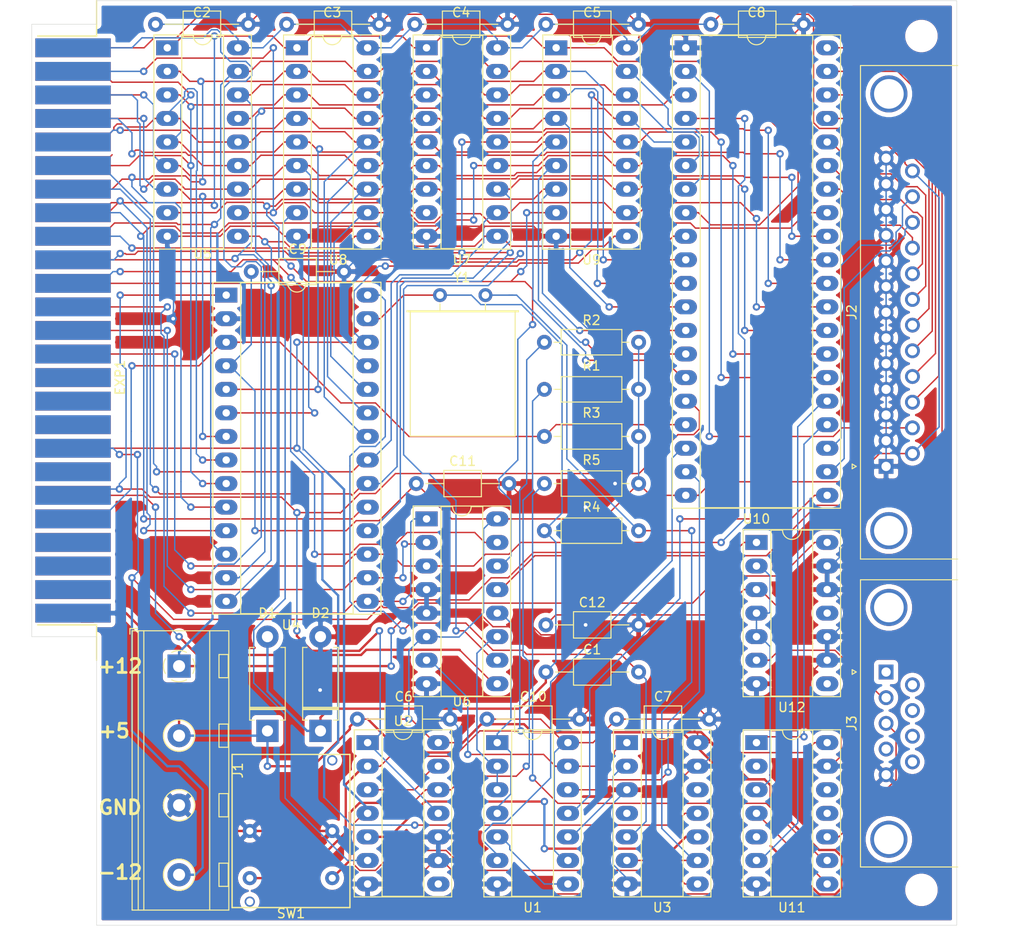
<source format=kicad_pcb>
(kicad_pcb (version 20171130) (host pcbnew 5.1.5+dfsg1-2build2)
  (layers (0 F.Cu signal) (31 B.Cu signal) (34 B.Paste user) (35 F.Paste user) (36 B.SilkS user) (37 F.SilkS user) (38 B.Mask user) (39 F.Mask user) (44 Edge.Cuts user))
  (net 0 "")
  (net 1 "Net-(C1-Pad2)")
  (net 2 "Net-(C1-Pad1)")
  (net 3 GND)
  (net 4 +5V)
  (net 5 "Net-(C12-Pad1)")
  (net 6 "Net-(J2-Pad15)")
  (net 7 "Net-(J2-Pad16)")
  (net 8 "Net-(J2-Pad17)")
  (net 9 "Net-(J2-Pad18)")
  (net 10 "Net-(J2-Pad19)")
  (net 11 "Net-(J2-Pad20)")
  (net 12 "Net-(J2-Pad21)")
  (net 13 "Net-(J2-Pad22)")
  (net 14 "Net-(J2-Pad23)")
  (net 15 "Net-(J2-Pad24)")
  (net 16 "Net-(J3-Pad1)")
  (net 17 "Net-(J3-Pad3)")
  (net 18 "Net-(J3-Pad4)")
  (net 19 "Net-(J3-Pad6)")
  (net 20 "Net-(J3-Pad7)")
  (net 21 "Net-(J3-Pad8)")
  (net 22 "Net-(J3-Pad9)")
  (net 23 "Net-(R1-Pad2)")
  (net 24 "Net-(R2-Pad1)")
  (net 25 nIRQ)
  (net 26 "Net-(R4-Pad2)")
  (net 27 "Net-(R5-Pad2)")
  (net 28 "Net-(U1-Pad1)")
  (net 29 "Net-(U1-Pad5)")
  (net 30 "Net-(U1-Pad2)")
  (net 31 "Net-(U1-Pad10)")
  (net 32 "Net-(U1-Pad11)")
  (net 33 "Net-(U1-Pad12)")
  (net 34 "Net-(U1-Pad6)")
  (net 35 "Net-(U1-Pad13)")
  (net 36 "Net-(U2-Pad13)")
  (net 37 "Net-(U2-Pad6)")
  (net 38 RnW)
  (net 39 nRES)
  (net 40 PHI2)
  (net 41 "Net-(U2-Pad8)")
  (net 42 "Net-(U3-Pad4)")
  (net 43 "Net-(U3-Pad12)")
  (net 44 A10)
  (net 45 A11)
  (net 46 A12)
  (net 47 D7)
  (net 48 A0)
  (net 49 D6)
  (net 50 A1)
  (net 51 D5)
  (net 52 A2)
  (net 53 D4)
  (net 54 A3)
  (net 55 D3)
  (net 56 A4)
  (net 57 D2)
  (net 58 A5)
  (net 59 D1)
  (net 60 A6)
  (net 61 D0)
  (net 62 A7)
  (net 63 A8)
  (net 64 A9)
  (net 65 "Net-(U5-Pad8)")
  (net 66 exp_CS6)
  (net 67 exp_CS5)
  (net 68 exp_CS2)
  (net 69 "Net-(U6-Pad14)")
  (net 70 "Net-(U10-Pad24)")
  (net 71 "Net-(U10-Pad25)")
  (net 72 "Net-(U11-Pad4)")
  (net 73 "Net-(U11-Pad2)")
  (net 74 "Net-(U11-Pad3)")
  (net 75 "Net-(U11-Pad11)")
  (net 76 "Net-(U11-Pad5)")
  (net 77 "Net-(U11-Pad12)")
  (net 78 +12V)
  (net 79 "Net-(U12-Pad11)")
  (net 80 "Net-(U12-Pad8)")
  (net 81 -12V)
  (net 82 "Net-(EXP1-Pad27)")
  (net 83 "Net-(EXP1-Pad37)")
  (net 84 "Net-(EXP1-Pad29)")
  (net 85 "Net-(EXP1-Pad36)")
  (net 86 "Net-(EXP1-Pad38)")
  (net 87 "Net-(EXP1-Pad32)")
  (net 88 "Net-(EXP1-Pad39)")
  (net 89 "Net-(EXP1-Pad35)")
  (net 90 "Net-(EXP1-Pad34)")
  (net 91 "Net-(EXP1-Pad28)")
  (net 92 "Net-(EXP1-Pad15)")
  (net 93 "Net-(EXP1-Pad19)")
  (net 94 "Net-(EXP1-Pad17)")
  (net 95 "Net-(EXP1-Pad16)")
  (net 96 "Net-(EXP1-Pad23)")
  (net 97 "Net-(EXP1-Pad24)")
  (net 98 "Net-(EXP1-Pad21)")
  (net 99 "Net-(EXP1-Pad22)")
  (net 100 "Net-(U2-Pad5)")
  (module Package_DIP:DIP-14_W7.62mm_Socket_LongPads (layer F.Cu) (at 158.75 109.22)
    (fp_text reference U2 (at 3.81 -2.33) (layer F.SilkS))
    (fp_text value 74LS00)
    (pad 14 thru_hole oval (at 7.62 0) (size 2.4 1.6) (drill 0.8) (layers *.Cu *.Mask) (net 4 +5V))
    (pad 7 thru_hole oval (at 0 15.24) (size 2.4 1.6) (drill 0.8) (layers *.Cu *.Mask) (net 3 GND))
    (pad 13 thru_hole oval (at 7.62 2.54) (size 2.4 1.6) (drill 0.8) (layers *.Cu *.Mask) (net 36 "Net-(U2-Pad13)"))
    (pad 6 thru_hole oval (at 0 12.7) (size 2.4 1.6) (drill 0.8) (layers *.Cu *.Mask) (net 37 "Net-(U2-Pad6)"))
    (pad 12 thru_hole oval (at 7.62 5.08) (size 2.4 1.6) (drill 0.8) (layers *.Cu *.Mask) (net 23 "Net-(R1-Pad2)"))
    (pad 5 thru_hole oval (at 0 10.16) (size 2.4 1.6) (drill 0.8) (layers *.Cu *.Mask) (net 100 "Net-(U2-Pad5)"))
    (pad 11 thru_hole oval (at 7.62 7.62) (size 2.4 1.6) (drill 0.8) (layers *.Cu *.Mask) (net 39 nRES))
    (pad 4 thru_hole oval (at 0 7.62) (size 2.4 1.6) (drill 0.8) (layers *.Cu *.Mask) (net 40 PHI2))
    (pad 10 thru_hole oval (at 7.62 10.16) (size 2.4 1.6) (drill 0.8) (layers *.Cu *.Mask) (net 3 GND))
    (pad 3 thru_hole oval (at 0 5.08) (size 2.4 1.6) (drill 0.8) (layers *.Cu *.Mask) (net 36 "Net-(U2-Pad13)"))
    (pad 9 thru_hole oval (at 7.62 12.7) (size 2.4 1.6) (drill 0.8) (layers *.Cu *.Mask) (net 3 GND))
    (pad 2 thru_hole oval (at 0 2.54) (size 2.4 1.6) (drill 0.8) (layers *.Cu *.Mask) (net 24 "Net-(R2-Pad1)"))
    (pad 8 thru_hole oval (at 7.62 15.24) (size 2.4 1.6) (drill 0.8) (layers *.Cu *.Mask) (net 41 "Net-(U2-Pad8)"))
    (pad 1 thru_hole rect (at 0 0) (size 2.4 1.6) (drill 0.8) (layers *.Cu *.Mask) (net 39 nRES))
  )
  (module My_Parts:PB86-A0 (layer F.Cu) (at 152.4 120.015)
    (fp_text reference SW1 (at -1.905 7.62) (layer F.SilkS))
    (fp_text value RESET)
    (pad "" thru_hole circle (at -6.35 6.35) (size 1.1 1.1) (drill 0.762) (layers *.Cu *.Mask))
    (pad "" thru_hole circle (at 2.54 -8.89) (size 1.1 1.1) (drill 0.762) (layers *.Cu *.Mask))
    (pad 3 thru_hole circle (at -6.35 3.81) (size 1.524 1.524) (drill 0.762) (layers *.Cu *.Mask) (net 24 "Net-(R2-Pad1)"))
    (pad 1 thru_hole circle (at 2.54 3.81) (size 1.524 1.524) (drill 0.762) (layers *.Cu *.Mask) (net 23 "Net-(R1-Pad2)"))
    (pad 2 thru_hole circle (at 2.54 -1.27) (size 1.524 1.524) (drill 0.762) (layers *.Cu *.Mask) (net 3 GND))
    (pad 2 thru_hole circle (at -6.35 -1.27) (size 1.524 1.524) (drill 0.762) (layers *.Cu *.Mask) (net 3 GND))
  )
  (module TerminalBlock_RND:TerminalBlock_RND_205-00069_1x04_P7.50mm_Horizontal (layer F.Cu) (at 138.43 100.965 270)
    (fp_text reference J1 (at 11.25 -6.36 90) (layer F.SilkS))
    (fp_text value Power)
    (pad 4 thru_hole circle (at 22.5 0 270) (size 2.5 2.5) (drill 1.3) (layers *.Cu *.Mask) (net 81 -12V))
    (pad 3 thru_hole circle (at 15 0 270) (size 2.5 2.5) (drill 1.3) (layers *.Cu *.Mask) (net 3 GND))
    (pad 2 thru_hole circle (at 7.5 0 270) (size 2.5 2.5) (drill 1.3) (layers *.Cu *.Mask) (net 4 +5V))
    (pad 1 thru_hole rect (at 0 0 270) (size 2.5 2.5) (drill 1.3) (layers *.Cu *.Mask) (net 78 +12V))
  )
  (module Package_DIP:DIP-28_W15.24mm_Socket_LongPads (layer F.Cu) (at 143.51 60.96)
    (fp_text reference U4 (at 6.985 35.56) (layer F.SilkS))
    (fp_text value R6504*)
    (pad 28 thru_hole oval (at 15.24 0) (size 2.4 1.6) (drill 0.8) (layers *.Cu *.Mask) (net 1 "Net-(C1-Pad2)"))
    (pad 14 thru_hole oval (at 0 33.02) (size 2.4 1.6) (drill 0.8) (layers *.Cu *.Mask) (net 64 A9))
    (pad 27 thru_hole oval (at 15.24 2.54) (size 2.4 1.6) (drill 0.8) (layers *.Cu *.Mask) (net 2 "Net-(C1-Pad1)"))
    (pad 13 thru_hole oval (at 0 30.48) (size 2.4 1.6) (drill 0.8) (layers *.Cu *.Mask) (net 63 A8))
    (pad 26 thru_hole oval (at 15.24 5.08) (size 2.4 1.6) (drill 0.8) (layers *.Cu *.Mask) (net 38 RnW))
    (pad 12 thru_hole oval (at 0 27.94) (size 2.4 1.6) (drill 0.8) (layers *.Cu *.Mask) (net 62 A7))
    (pad 25 thru_hole oval (at 15.24 7.62) (size 2.4 1.6) (drill 0.8) (layers *.Cu *.Mask) (net 61 D0))
    (pad 11 thru_hole oval (at 0 25.4) (size 2.4 1.6) (drill 0.8) (layers *.Cu *.Mask) (net 60 A6))
    (pad 24 thru_hole oval (at 15.24 10.16) (size 2.4 1.6) (drill 0.8) (layers *.Cu *.Mask) (net 59 D1))
    (pad 10 thru_hole oval (at 0 22.86) (size 2.4 1.6) (drill 0.8) (layers *.Cu *.Mask) (net 58 A5))
    (pad 23 thru_hole oval (at 15.24 12.7) (size 2.4 1.6) (drill 0.8) (layers *.Cu *.Mask) (net 57 D2))
    (pad 9 thru_hole oval (at 0 20.32) (size 2.4 1.6) (drill 0.8) (layers *.Cu *.Mask) (net 56 A4))
    (pad 22 thru_hole oval (at 15.24 15.24) (size 2.4 1.6) (drill 0.8) (layers *.Cu *.Mask) (net 55 D3))
    (pad 8 thru_hole oval (at 0 17.78) (size 2.4 1.6) (drill 0.8) (layers *.Cu *.Mask) (net 54 A3))
    (pad 21 thru_hole oval (at 15.24 17.78) (size 2.4 1.6) (drill 0.8) (layers *.Cu *.Mask) (net 53 D4))
    (pad 7 thru_hole oval (at 0 15.24) (size 2.4 1.6) (drill 0.8) (layers *.Cu *.Mask) (net 52 A2))
    (pad 20 thru_hole oval (at 15.24 20.32) (size 2.4 1.6) (drill 0.8) (layers *.Cu *.Mask) (net 51 D5))
    (pad 6 thru_hole oval (at 0 12.7) (size 2.4 1.6) (drill 0.8) (layers *.Cu *.Mask) (net 50 A1))
    (pad 19 thru_hole oval (at 15.24 22.86) (size 2.4 1.6) (drill 0.8) (layers *.Cu *.Mask) (net 49 D6))
    (pad 5 thru_hole oval (at 0 10.16) (size 2.4 1.6) (drill 0.8) (layers *.Cu *.Mask) (net 48 A0))
    (pad 18 thru_hole oval (at 15.24 25.4) (size 2.4 1.6) (drill 0.8) (layers *.Cu *.Mask) (net 47 D7))
    (pad 4 thru_hole oval (at 0 7.62) (size 2.4 1.6) (drill 0.8) (layers *.Cu *.Mask) (net 4 +5V))
    (pad 17 thru_hole oval (at 15.24 27.94) (size 2.4 1.6) (drill 0.8) (layers *.Cu *.Mask) (net 46 A12))
    (pad 3 thru_hole oval (at 0 5.08) (size 2.4 1.6) (drill 0.8) (layers *.Cu *.Mask) (net 25 nIRQ))
    (pad 16 thru_hole oval (at 15.24 30.48) (size 2.4 1.6) (drill 0.8) (layers *.Cu *.Mask) (net 45 A11))
    (pad 2 thru_hole oval (at 0 2.54) (size 2.4 1.6) (drill 0.8) (layers *.Cu *.Mask) (net 3 GND))
    (pad 15 thru_hole oval (at 15.24 33.02) (size 2.4 1.6) (drill 0.8) (layers *.Cu *.Mask) (net 44 A10))
    (pad 1 thru_hole rect (at 0 0) (size 2.4 1.6) (drill 0.8) (layers *.Cu *.Mask) (net 39 nRES))
  )
  (module Connector_Dsub:DSUB-25_Male_Horizontal_P2.77x2.84mm_EdgePinOffset4.94mm_Housed_MountingHolesOffset7.48mm (layer F.Cu) (at 214.63 79.43 90)
    (fp_text reference J2 (at 16.62 -3.7 90) (layer F.SilkS))
    (fp_text value PARALLEL)
    (pad 0 thru_hole circle (at 40.17 0.3 90) (size 4 4) (drill 3.2) (layers *.Cu *.Mask))
    (pad 0 thru_hole circle (at -6.93 0.3 90) (size 4 4) (drill 3.2) (layers *.Cu *.Mask))
    (pad 25 thru_hole circle (at 31.855 2.84 90) (size 1.6 1.6) (drill 1) (layers *.Cu *.Mask) (net 4 +5V))
    (pad 24 thru_hole circle (at 29.085 2.84 90) (size 1.6 1.6) (drill 1) (layers *.Cu *.Mask) (net 15 "Net-(J2-Pad24)"))
    (pad 23 thru_hole circle (at 26.315 2.84 90) (size 1.6 1.6) (drill 1) (layers *.Cu *.Mask) (net 14 "Net-(J2-Pad23)"))
    (pad 22 thru_hole circle (at 23.545 2.84 90) (size 1.6 1.6) (drill 1) (layers *.Cu *.Mask) (net 13 "Net-(J2-Pad22)"))
    (pad 21 thru_hole circle (at 20.775 2.84 90) (size 1.6 1.6) (drill 1) (layers *.Cu *.Mask) (net 12 "Net-(J2-Pad21)"))
    (pad 20 thru_hole circle (at 18.005 2.84 90) (size 1.6 1.6) (drill 1) (layers *.Cu *.Mask) (net 11 "Net-(J2-Pad20)"))
    (pad 19 thru_hole circle (at 15.235 2.84 90) (size 1.6 1.6) (drill 1) (layers *.Cu *.Mask) (net 10 "Net-(J2-Pad19)"))
    (pad 18 thru_hole circle (at 12.465 2.84 90) (size 1.6 1.6) (drill 1) (layers *.Cu *.Mask) (net 9 "Net-(J2-Pad18)"))
    (pad 17 thru_hole circle (at 9.695 2.84 90) (size 1.6 1.6) (drill 1) (layers *.Cu *.Mask) (net 8 "Net-(J2-Pad17)"))
    (pad 16 thru_hole circle (at 6.925 2.84 90) (size 1.6 1.6) (drill 1) (layers *.Cu *.Mask) (net 7 "Net-(J2-Pad16)"))
    (pad 15 thru_hole circle (at 4.155 2.84 90) (size 1.6 1.6) (drill 1) (layers *.Cu *.Mask) (net 6 "Net-(J2-Pad15)"))
    (pad 14 thru_hole circle (at 1.385 2.84 90) (size 1.6 1.6) (drill 1) (layers *.Cu *.Mask) (net 4 +5V))
    (pad 13 thru_hole circle (at 33.24 0 90) (size 1.6 1.6) (drill 1) (layers *.Cu *.Mask) (net 3 GND))
    (pad 12 thru_hole circle (at 30.47 0 90) (size 1.6 1.6) (drill 1) (layers *.Cu *.Mask) (net 3 GND))
    (pad 11 thru_hole circle (at 27.7 0 90) (size 1.6 1.6) (drill 1) (layers *.Cu *.Mask) (net 3 GND))
    (pad 10 thru_hole circle (at 24.93 0 90) (size 1.6 1.6) (drill 1) (layers *.Cu *.Mask) (net 3 GND))
    (pad 9 thru_hole circle (at 22.16 0 90) (size 1.6 1.6) (drill 1) (layers *.Cu *.Mask) (net 3 GND))
    (pad 8 thru_hole circle (at 19.39 0 90) (size 1.6 1.6) (drill 1) (layers *.Cu *.Mask) (net 3 GND))
    (pad 7 thru_hole circle (at 16.62 0 90) (size 1.6 1.6) (drill 1) (layers *.Cu *.Mask) (net 3 GND))
    (pad 6 thru_hole circle (at 13.85 0 90) (size 1.6 1.6) (drill 1) (layers *.Cu *.Mask) (net 3 GND))
    (pad 5 thru_hole circle (at 11.08 0 90) (size 1.6 1.6) (drill 1) (layers *.Cu *.Mask) (net 3 GND))
    (pad 4 thru_hole circle (at 8.31 0 90) (size 1.6 1.6) (drill 1) (layers *.Cu *.Mask) (net 3 GND))
    (pad 3 thru_hole circle (at 5.54 0 90) (size 1.6 1.6) (drill 1) (layers *.Cu *.Mask) (net 3 GND))
    (pad 2 thru_hole circle (at 2.77 0 90) (size 1.6 1.6) (drill 1) (layers *.Cu *.Mask) (net 3 GND))
    (pad 1 thru_hole rect (at 0 0 90) (size 1.6 1.6) (drill 1) (layers *.Cu *.Mask) (net 3 GND))
  )
  (module Crystal:Crystal_HC49-U_Horizontal (layer F.Cu) (at 166.55 60.96)
    (fp_text reference Y1 (at 2.36 -1.905 180) (layer F.SilkS))
    (fp_text value 1MHz)
    (pad 2 thru_hole circle (at 4.9 0) (size 1.5 1.5) (drill 0.8) (layers *.Cu *.Mask) (net 26 "Net-(R4-Pad2)"))
    (pad 1 thru_hole circle (at 0 0) (size 1.5 1.5) (drill 0.8) (layers *.Cu *.Mask) (net 2 "Net-(C1-Pad1)"))
  )
  (module MountingHole:MountingHole_2.5mm (layer F.Cu) (at 218.44 125.095)
    (fp_text reference H4 hide)
    (fp_text value MountingHole)
    (pad 1 np_thru_hole circle (at 0 0) (size 2.5 2.5) (drill 2.5) (layers *.Cu *.Mask))
  )
  (module MountingHole:MountingHole_2.5mm (layer F.Cu) (at 218.44 33.02)
    (fp_text reference H2 hide)
    (fp_text value MountingHole)
    (pad 1 np_thru_hole circle (at 0 0) (size 2.5 2.5) (drill 2.5) (layers *.Cu *.Mask))
  )
  (module My_Parts:EDGE_50 (layer F.Cu) (at 119.38 64.77 270)
    (fp_text reference EXP1 (at 5.08 -12.7 90) (layer F.SilkS))
    (fp_text value TIM_BUS)
    (pad 27 connect rect (at 27.94 -7.62 270) (size 2.032 8.128) (layers *.Mask B.Cu) (net 82 "Net-(EXP1-Pad27)"))
    (pad 37 connect rect (at 2.54 -7.62 270) (size 2.032 8.128) (layers B.Cu B.Mask) (net 83 "Net-(EXP1-Pad37)"))
    (pad 45 connect rect (at -17.78 -7.62 270) (size 2.032 8.128) (layers B.Cu B.Mask) (net 53 D4))
    (pad 26 connect rect (at 30.48 -7.62 270) (size 2.032 8.128) (layers B.Cu B.Mask) (net 3 GND))
    (pad 29 connect rect (at 22.86 -7.62 270) (size 2.032 8.128) (layers B.Cu B.Mask) (net 84 "Net-(EXP1-Pad29)"))
    (pad 30 connect rect (at 20.32 -7.62 270) (size 2.032 8.128) (layers B.Cu B.Mask) (net 25 nIRQ))
    (pad 33 connect rect (at 12.7 -7.62 270) (size 2.032 8.128) (layers B.Cu B.Mask) (net 81 -12V))
    (pad 36 connect rect (at 5.08 -7.62 270) (size 2.032 8.128) (layers B.Cu B.Mask) (net 85 "Net-(EXP1-Pad36)"))
    (pad 44 connect rect (at -15.24 -7.62 270) (size 2.032 8.128) (layers B.Cu B.Mask) (net 51 D5))
    (pad 41 connect rect (at -7.62 -7.62 270) (size 2.032 8.128) (layers B.Cu B.Mask) (net 67 exp_CS5))
    (pad 38 connect rect (at 0 -7.62 270) (size 2.032 8.128) (layers B.Cu B.Mask) (net 86 "Net-(EXP1-Pad38)"))
    (pad 43 connect rect (at -12.7 -7.62 270) (size 2.032 8.128) (layers B.Cu B.Mask) (net 49 D6))
    (pad 32 connect rect (at 15.24 -7.62 270) (size 2.032 8.128) (layers B.Cu B.Mask) (net 87 "Net-(EXP1-Pad32)"))
    (pad 39 connect rect (at -2.54 -7.62 270) (size 2.032 8.128) (layers B.Cu B.Mask) (net 88 "Net-(EXP1-Pad39)"))
    (pad 47 connect rect (at -22.86 -7.62 270) (size 2.032 8.128) (layers B.Cu B.Mask) (net 57 D2))
    (pad 35 connect rect (at 7.62 -7.62 270) (size 2.032 8.128) (layers B.Cu B.Mask) (net 89 "Net-(EXP1-Pad35)"))
    (pad 46 connect rect (at -20.32 -7.62 270) (size 2.032 8.128) (layers B.Cu B.Mask) (net 55 D3))
    (pad 34 connect rect (at 10.16 -7.62 270) (size 2.032 8.128) (layers B.Cu B.Mask) (net 90 "Net-(EXP1-Pad34)"))
    (pad 42 connect rect (at -10.16 -7.62 270) (size 2.032 8.128) (layers B.Cu B.Mask) (net 47 D7))
    (pad 40 connect rect (at -5.08 -7.62 270) (size 2.032 8.128) (layers B.Cu B.Mask) (net 40 PHI2))
    (pad 28 connect rect (at 25.4 -7.62 270) (size 2.032 8.128) (layers B.Cu B.Mask) (net 91 "Net-(EXP1-Pad28)"))
    (pad 31 connect rect (at 17.78 -7.62 270) (size 2.032 8.128) (layers B.Cu B.Mask) (net 39 nRES))
    (pad 48 connect rect (at -25.4 -7.62 270) (size 2.032 8.128) (layers B.Cu B.Mask) (net 59 D1))
    (pad 49 connect rect (at -27.94 -7.62 270) (size 2.032 8.128) (layers B.Cu B.Mask) (net 61 D0))
    (pad 50 connect rect (at -30.48 -7.62 270) (size 2.032 8.128) (layers B.Cu B.Mask) (net 78 +12V))
    (pad 1 connect rect (at -30.48 -7.62 270) (size 2.032 8.128) (layers F.Cu F.Mask) (net 68 exp_CS2))
    (pad 2 connect rect (at -27.94 -7.62 270) (size 2.032 8.128) (layers F.Cu F.Mask) (net 48 A0))
    (pad 3 connect rect (at -25.4 -7.62 270) (size 2.032 8.128) (layers F.Cu F.Mask) (net 50 A1))
    (pad 4 connect rect (at -22.86 -7.62 270) (size 2.032 8.128) (layers F.Cu F.Mask) (net 52 A2))
    (pad 5 connect rect (at -20.32 -7.62 270) (size 2.032 8.128) (layers F.Cu F.Mask) (net 54 A3))
    (pad 9 connect rect (at -10.16 -7.62 270) (size 2.032 8.128) (layers F.Cu F.Mask) (net 62 A7))
    (pad 10 connect rect (at -7.62 -7.62 270) (size 2.032 8.128) (layers F.Cu F.Mask) (net 63 A8))
    (pad 8 connect rect (at -12.7 -7.62 270) (size 2.032 8.128) (layers F.Cu F.Mask) (net 60 A6))
    (pad 7 connect rect (at -15.24 -7.62 270) (size 2.032 8.128) (layers F.Cu F.Mask) (net 58 A5))
    (pad 6 connect rect (at -17.78 -7.62 270) (size 2.032 8.128) (layers F.Cu F.Mask) (net 56 A4))
    (pad 11 connect rect (at -5.08 -7.62 270) (size 2.032 8.128) (layers F.Cu F.Mask) (net 64 A9))
    (pad 12 connect rect (at -2.54 -7.62 270) (size 2.032 8.128) (layers F.Cu F.Mask) (net 44 A10))
    (pad 15 connect rect (at 5.08 -7.62 270) (size 2.032 8.128) (layers F.Cu F.Mask) (net 92 "Net-(EXP1-Pad15)"))
    (pad 13 connect rect (at 0 -7.62 270) (size 2.032 8.128) (layers F.Cu F.Mask) (net 45 A11))
    (pad 14 connect rect (at 2.54 -7.62 270) (size 2.032 8.128) (layers F.Cu F.Mask) (net 46 A12))
    (pad 19 connect rect (at 15.24 -7.62 270) (size 2.032 8.128) (layers F.Cu F.Mask) (net 93 "Net-(EXP1-Pad19)"))
    (pad 20 connect rect (at 17.78 -7.62 270) (size 2.032 8.128) (layers F.Cu F.Mask) (net 66 exp_CS6))
    (pad 18 connect rect (at 12.7 -7.62 270) (size 2.032 8.128) (layers F.Cu F.Mask) (net 38 RnW))
    (pad 17 connect rect (at 10.16 -7.62 270) (size 2.032 8.128) (layers F.Cu F.Mask) (net 94 "Net-(EXP1-Pad17)"))
    (pad 16 connect rect (at 7.62 -7.62 270) (size 2.032 8.128) (layers F.Cu F.Mask) (net 95 "Net-(EXP1-Pad16)"))
    (pad 23 connect rect (at 25.4 -7.62 270) (size 2.032 8.128) (layers F.Cu F.Mask) (net 96 "Net-(EXP1-Pad23)"))
    (pad 24 connect rect (at 27.94 -7.62 270) (size 2.032 8.128) (layers F.Cu F.Mask) (net 97 "Net-(EXP1-Pad24)"))
    (pad 21 connect rect (at 20.32 -7.62 270) (size 2.032 8.128) (layers F.Cu F.Mask) (net 98 "Net-(EXP1-Pad21)"))
    (pad 22 connect rect (at 22.86 -7.62 270) (size 2.032 8.128) (layers F.Cu F.Mask) (net 99 "Net-(EXP1-Pad22)"))
    (pad 25 connect rect (at 30.48 -7.62 270) (size 2.032 8.128) (layers F.Cu F.Mask) (net 4 +5V))
  )
  (module Capacitor_THT:C_Axial_L3.8mm_D2.6mm_P10.00mm_Horizontal (layer F.Cu) (at 177.96 101.6)
    (fp_text reference C1 (at 5 -2.42) (layer F.SilkS))
    (fp_text value 10pF)
    (pad 2 thru_hole oval (at 10 0) (size 1.6 1.6) (drill 0.8) (layers *.Cu *.Mask) (net 1 "Net-(C1-Pad2)"))
    (pad 1 thru_hole circle (at 0 0) (size 1.6 1.6) (drill 0.8) (layers *.Cu *.Mask) (net 2 "Net-(C1-Pad1)"))
  )
  (module Capacitor_THT:C_Axial_L3.8mm_D2.6mm_P10.00mm_Horizontal (layer F.Cu) (at 135.89 31.75)
    (fp_text reference C2 (at 5 -1.27) (layer F.SilkS))
    (fp_text value 0.1uF)
    (pad 2 thru_hole oval (at 10 0) (size 1.6 1.6) (drill 0.8) (layers *.Cu *.Mask) (net 3 GND))
    (pad 1 thru_hole circle (at 0 0) (size 1.6 1.6) (drill 0.8) (layers *.Cu *.Mask) (net 4 +5V))
  )
  (module Capacitor_THT:C_Axial_L3.8mm_D2.6mm_P10.00mm_Horizontal (layer F.Cu) (at 150.02 31.75)
    (fp_text reference C3 (at 4.92 -1.27) (layer F.SilkS))
    (fp_text value 0.1uF)
    (pad 2 thru_hole oval (at 10 0) (size 1.6 1.6) (drill 0.8) (layers *.Cu *.Mask) (net 3 GND))
    (pad 1 thru_hole circle (at 0 0) (size 1.6 1.6) (drill 0.8) (layers *.Cu *.Mask) (net 4 +5V))
  )
  (module Capacitor_THT:C_Axial_L3.8mm_D2.6mm_P10.00mm_Horizontal (layer F.Cu) (at 163.83 31.75)
    (fp_text reference C4 (at 5 -1.27) (layer F.SilkS))
    (fp_text value 0.1uF)
    (pad 2 thru_hole oval (at 10 0) (size 1.6 1.6) (drill 0.8) (layers *.Cu *.Mask) (net 3 GND))
    (pad 1 thru_hole circle (at 0 0) (size 1.6 1.6) (drill 0.8) (layers *.Cu *.Mask) (net 4 +5V))
  )
  (module Capacitor_THT:C_Axial_L3.8mm_D2.6mm_P10.00mm_Horizontal (layer F.Cu) (at 177.96 31.75)
    (fp_text reference C5 (at 5 -1.27) (layer F.SilkS))
    (fp_text value 0.1uF)
    (pad 2 thru_hole oval (at 10 0) (size 1.6 1.6) (drill 0.8) (layers *.Cu *.Mask) (net 3 GND))
    (pad 1 thru_hole circle (at 0 0) (size 1.6 1.6) (drill 0.8) (layers *.Cu *.Mask) (net 4 +5V))
  )
  (module Capacitor_THT:C_Axial_L3.8mm_D2.6mm_P10.00mm_Horizontal (layer F.Cu) (at 157.64 106.68)
    (fp_text reference C6 (at 5 -2.42) (layer F.SilkS))
    (fp_text value 0.1uF)
    (pad 2 thru_hole oval (at 10 0) (size 1.6 1.6) (drill 0.8) (layers *.Cu *.Mask) (net 3 GND))
    (pad 1 thru_hole circle (at 0 0) (size 1.6 1.6) (drill 0.8) (layers *.Cu *.Mask) (net 4 +5V))
  )
  (module Capacitor_THT:C_Axial_L3.8mm_D2.6mm_P10.00mm_Horizontal (layer F.Cu) (at 185.58 106.68)
    (fp_text reference C7 (at 5 -2.42) (layer F.SilkS))
    (fp_text value 0.1uF)
    (pad 2 thru_hole oval (at 10 0) (size 1.6 1.6) (drill 0.8) (layers *.Cu *.Mask) (net 3 GND))
    (pad 1 thru_hole circle (at 0 0) (size 1.6 1.6) (drill 0.8) (layers *.Cu *.Mask) (net 4 +5V))
  )
  (module Capacitor_THT:C_Axial_L3.8mm_D2.6mm_P10.00mm_Horizontal (layer F.Cu) (at 195.74 31.75)
    (fp_text reference C8 (at 4.92 -1.27) (layer F.SilkS))
    (fp_text value 0.1uF)
    (pad 2 thru_hole oval (at 10 0) (size 1.6 1.6) (drill 0.8) (layers *.Cu *.Mask) (net 3 GND))
    (pad 1 thru_hole circle (at 0 0) (size 1.6 1.6) (drill 0.8) (layers *.Cu *.Mask) (net 4 +5V))
  )
  (module Capacitor_THT:C_Axial_L3.8mm_D2.6mm_P10.00mm_Horizontal (layer F.Cu) (at 146.21 58.42)
    (fp_text reference C9 (at 5 -2.42) (layer F.SilkS))
    (fp_text value 0.1uF)
    (pad 2 thru_hole oval (at 10 0) (size 1.6 1.6) (drill 0.8) (layers *.Cu *.Mask) (net 3 GND))
    (pad 1 thru_hole circle (at 0 0) (size 1.6 1.6) (drill 0.8) (layers *.Cu *.Mask) (net 4 +5V))
  )
  (module Capacitor_THT:C_Axial_L3.8mm_D2.6mm_P10.00mm_Horizontal (layer F.Cu) (at 171.61 106.68)
    (fp_text reference C10 (at 5 -2.42) (layer F.SilkS))
    (fp_text value 0.1uF)
    (pad 2 thru_hole oval (at 10 0) (size 1.6 1.6) (drill 0.8) (layers *.Cu *.Mask) (net 3 GND))
    (pad 1 thru_hole circle (at 0 0) (size 1.6 1.6) (drill 0.8) (layers *.Cu *.Mask) (net 4 +5V))
  )
  (module Capacitor_THT:C_Axial_L3.8mm_D2.6mm_P10.00mm_Horizontal (layer F.Cu) (at 163.99 81.28)
    (fp_text reference C11 (at 5 -2.42) (layer F.SilkS))
    (fp_text value 0.1uF)
    (pad 2 thru_hole oval (at 10 0) (size 1.6 1.6) (drill 0.8) (layers *.Cu *.Mask) (net 3 GND))
    (pad 1 thru_hole circle (at 0 0) (size 1.6 1.6) (drill 0.8) (layers *.Cu *.Mask) (net 4 +5V))
  )
  (module Capacitor_THT:C_Axial_L3.8mm_D2.6mm_P10.00mm_Horizontal (layer F.Cu) (at 177.96 96.52)
    (fp_text reference C12 (at 5 -2.42) (layer F.SilkS))
    (fp_text value 47pF)
    (pad 2 thru_hole oval (at 10 0) (size 1.6 1.6) (drill 0.8) (layers *.Cu *.Mask) (net 3 GND))
    (pad 1 thru_hole circle (at 0 0) (size 1.6 1.6) (drill 0.8) (layers *.Cu *.Mask) (net 5 "Net-(C12-Pad1)"))
  )
  (module Diode_THT:D_DO-15_P10.16mm_Horizontal (layer F.Cu) (at 147.955 107.95 90)
    (fp_text reference D1 (at 12.7 0 180) (layer F.SilkS))
    (fp_text value 1N914)
    (pad 2 thru_hole oval (at 10.16 0 90) (size 2.4 2.4) (drill 1.2) (layers *.Cu *.Mask) (net 2 "Net-(C1-Pad1)"))
    (pad 1 thru_hole rect (at 0 0 90) (size 2.4 2.4) (drill 1.2) (layers *.Cu *.Mask) (net 4 +5V))
  )
  (module Diode_THT:D_DO-15_P10.16mm_Horizontal (layer F.Cu) (at 153.67 107.95 90)
    (fp_text reference D2 (at 12.7 0 180) (layer F.SilkS))
    (fp_text value 1N914)
    (pad 2 thru_hole oval (at 10.16 0 90) (size 2.4 2.4) (drill 1.2) (layers *.Cu *.Mask) (net 3 GND))
    (pad 1 thru_hole rect (at 0 0 90) (size 2.4 2.4) (drill 1.2) (layers *.Cu *.Mask) (net 2 "Net-(C1-Pad1)"))
  )
  (module Connector_Dsub:DSUB-9_Female_Horizontal_P2.77x2.84mm_EdgePinOffset4.94mm_Housed_MountingHolesOffset7.48mm (layer F.Cu) (at 214.63 101.6 90)
    (fp_text reference J3 (at -5.54 -3.7 90) (layer F.SilkS))
    (fp_text value SERIAL)
    (pad 0 thru_hole circle (at 6.96 0.3 90) (size 4 4) (drill 3.2) (layers *.Cu *.Mask))
    (pad 0 thru_hole circle (at -18.04 0.3 90) (size 4 4) (drill 3.2) (layers *.Cu *.Mask))
    (pad 9 thru_hole circle (at -9.695 2.84 90) (size 1.6 1.6) (drill 1) (layers *.Cu *.Mask) (net 22 "Net-(J3-Pad9)"))
    (pad 8 thru_hole circle (at -6.925 2.84 90) (size 1.6 1.6) (drill 1) (layers *.Cu *.Mask) (net 21 "Net-(J3-Pad8)"))
    (pad 7 thru_hole circle (at -4.155 2.84 90) (size 1.6 1.6) (drill 1) (layers *.Cu *.Mask) (net 20 "Net-(J3-Pad7)"))
    (pad 6 thru_hole circle (at -1.385 2.84 90) (size 1.6 1.6) (drill 1) (layers *.Cu *.Mask) (net 19 "Net-(J3-Pad6)"))
    (pad 5 thru_hole circle (at -11.08 0 90) (size 1.6 1.6) (drill 1) (layers *.Cu *.Mask) (net 3 GND))
    (pad 4 thru_hole circle (at -8.31 0 90) (size 1.6 1.6) (drill 1) (layers *.Cu *.Mask) (net 18 "Net-(J3-Pad4)"))
    (pad 3 thru_hole circle (at -5.54 0 90) (size 1.6 1.6) (drill 1) (layers *.Cu *.Mask) (net 17 "Net-(J3-Pad3)"))
    (pad 2 thru_hole circle (at -2.77 0 90) (size 1.6 1.6) (drill 1) (layers *.Cu *.Mask) (net 5 "Net-(C12-Pad1)"))
    (pad 1 thru_hole rect (at 0 0 90) (size 1.6 1.6) (drill 1) (layers *.Cu *.Mask) (net 16 "Net-(J3-Pad1)"))
  )
  (module Resistor_THT:R_Axial_DIN0207_L6.3mm_D2.5mm_P10.16mm_Horizontal (layer F.Cu) (at 187.96 71.12 180)
    (fp_text reference R1 (at 5.08 2.54) (layer F.SilkS))
    (fp_text value 3.3k)
    (pad 2 thru_hole oval (at 10.16 0 180) (size 1.6 1.6) (drill 0.8) (layers *.Cu *.Mask) (net 23 "Net-(R1-Pad2)"))
    (pad 1 thru_hole circle (at 0 0 180) (size 1.6 1.6) (drill 0.8) (layers *.Cu *.Mask) (net 4 +5V))
  )
  (module Resistor_THT:R_Axial_DIN0207_L6.3mm_D2.5mm_P10.16mm_Horizontal (layer F.Cu) (at 177.8 66.04)
    (fp_text reference R2 (at 5.08 -2.37) (layer F.SilkS))
    (fp_text value 3.3k)
    (pad 2 thru_hole oval (at 10.16 0) (size 1.6 1.6) (drill 0.8) (layers *.Cu *.Mask) (net 4 +5V))
    (pad 1 thru_hole circle (at 0 0) (size 1.6 1.6) (drill 0.8) (layers *.Cu *.Mask) (net 24 "Net-(R2-Pad1)"))
  )
  (module Resistor_THT:R_Axial_DIN0207_L6.3mm_D2.5mm_P10.16mm_Horizontal (layer F.Cu) (at 187.96 76.2 180)
    (fp_text reference R3 (at 5.08 2.54) (layer F.SilkS))
    (fp_text value 3.3k)
    (pad 2 thru_hole oval (at 10.16 0 180) (size 1.6 1.6) (drill 0.8) (layers *.Cu *.Mask) (net 25 nIRQ))
    (pad 1 thru_hole circle (at 0 0 180) (size 1.6 1.6) (drill 0.8) (layers *.Cu *.Mask) (net 4 +5V))
  )
  (module Resistor_THT:R_Axial_DIN0207_L6.3mm_D2.5mm_P10.16mm_Horizontal (layer F.Cu) (at 177.8 86.36)
    (fp_text reference R4 (at 5.08 -2.54) (layer F.SilkS))
    (fp_text value 330k)
    (pad 2 thru_hole oval (at 10.16 0) (size 1.6 1.6) (drill 0.8) (layers *.Cu *.Mask) (net 26 "Net-(R4-Pad2)"))
    (pad 1 thru_hole circle (at 0 0) (size 1.6 1.6) (drill 0.8) (layers *.Cu *.Mask) (net 2 "Net-(C1-Pad1)"))
  )
  (module Resistor_THT:R_Axial_DIN0207_L6.3mm_D2.5mm_P10.16mm_Horizontal (layer F.Cu) (at 187.96 81.28 180)
    (fp_text reference R5 (at 5.08 2.54) (layer F.SilkS))
    (fp_text value 5.6k)
    (pad 2 thru_hole oval (at 10.16 0 180) (size 1.6 1.6) (drill 0.8) (layers *.Cu *.Mask) (net 27 "Net-(R5-Pad2)"))
    (pad 1 thru_hole circle (at 0 0 180) (size 1.6 1.6) (drill 0.8) (layers *.Cu *.Mask) (net 4 +5V))
  )
  (module Package_DIP:DIP-14_W7.62mm_Socket_LongPads (layer F.Cu) (at 172.72 109.22)
    (fp_text reference U1 (at 3.81 17.78) (layer F.SilkS))
    (fp_text value 74LS10)
    (pad 14 thru_hole oval (at 7.62 0) (size 2.4 1.6) (drill 0.8) (layers *.Cu *.Mask) (net 4 +5V))
    (pad 7 thru_hole oval (at 0 15.24) (size 2.4 1.6) (drill 0.8) (layers *.Cu *.Mask) (net 3 GND))
    (pad 13 thru_hole oval (at 7.62 2.54) (size 2.4 1.6) (drill 0.8) (layers *.Cu *.Mask) (net 35 "Net-(U1-Pad13)"))
    (pad 6 thru_hole oval (at 0 12.7) (size 2.4 1.6) (drill 0.8) (layers *.Cu *.Mask) (net 34 "Net-(U1-Pad6)"))
    (pad 12 thru_hole oval (at 7.62 5.08) (size 2.4 1.6) (drill 0.8) (layers *.Cu *.Mask) (net 33 "Net-(U1-Pad12)"))
    (pad 5 thru_hole oval (at 0 10.16) (size 2.4 1.6) (drill 0.8) (layers *.Cu *.Mask) (net 29 "Net-(U1-Pad5)"))
    (pad 11 thru_hole oval (at 7.62 7.62) (size 2.4 1.6) (drill 0.8) (layers *.Cu *.Mask) (net 32 "Net-(U1-Pad11)"))
    (pad 4 thru_hole oval (at 0 7.62) (size 2.4 1.6) (drill 0.8) (layers *.Cu *.Mask) (net 28 "Net-(U1-Pad1)"))
    (pad 10 thru_hole oval (at 7.62 10.16) (size 2.4 1.6) (drill 0.8) (layers *.Cu *.Mask) (net 31 "Net-(U1-Pad10)"))
    (pad 3 thru_hole oval (at 0 5.08) (size 2.4 1.6) (drill 0.8) (layers *.Cu *.Mask) (net 30 "Net-(U1-Pad2)"))
    (pad 9 thru_hole oval (at 7.62 12.7) (size 2.4 1.6) (drill 0.8) (layers *.Cu *.Mask) (net 4 +5V))
    (pad 2 thru_hole oval (at 0 2.54) (size 2.4 1.6) (drill 0.8) (layers *.Cu *.Mask) (net 30 "Net-(U1-Pad2)"))
    (pad 8 thru_hole oval (at 7.62 15.24) (size 2.4 1.6) (drill 0.8) (layers *.Cu *.Mask) (net 29 "Net-(U1-Pad5)"))
    (pad 1 thru_hole rect (at 0 0) (size 2.4 1.6) (drill 0.8) (layers *.Cu *.Mask) (net 28 "Net-(U1-Pad1)"))
  )
  (module Package_DIP:DIP-14_W7.62mm_Socket_LongPads (layer F.Cu) (at 186.69 109.22)
    (fp_text reference U3 (at 3.81 17.78) (layer F.SilkS))
    (fp_text value 74LS04)
    (pad 14 thru_hole oval (at 7.62 0) (size 2.4 1.6) (drill 0.8) (layers *.Cu *.Mask) (net 4 +5V))
    (pad 7 thru_hole oval (at 0 15.24) (size 2.4 1.6) (drill 0.8) (layers *.Cu *.Mask) (net 3 GND))
    (pad 13 thru_hole oval (at 7.62 2.54) (size 2.4 1.6) (drill 0.8) (layers *.Cu *.Mask) (net 3 GND))
    (pad 6 thru_hole oval (at 0 12.7) (size 2.4 1.6) (drill 0.8) (layers *.Cu *.Mask) (net 26 "Net-(R4-Pad2)"))
    (pad 12 thru_hole oval (at 7.62 5.08) (size 2.4 1.6) (drill 0.8) (layers *.Cu *.Mask) (net 43 "Net-(U3-Pad12)"))
    (pad 5 thru_hole oval (at 0 10.16) (size 2.4 1.6) (drill 0.8) (layers *.Cu *.Mask) (net 1 "Net-(C1-Pad2)"))
    (pad 11 thru_hole oval (at 7.62 7.62) (size 2.4 1.6) (drill 0.8) (layers *.Cu *.Mask) (net 38 RnW))
    (pad 4 thru_hole oval (at 0 7.62) (size 2.4 1.6) (drill 0.8) (layers *.Cu *.Mask) (net 42 "Net-(U3-Pad4)"))
    (pad 10 thru_hole oval (at 7.62 10.16) (size 2.4 1.6) (drill 0.8) (layers *.Cu *.Mask) (net 100 "Net-(U2-Pad5)"))
    (pad 3 thru_hole oval (at 0 5.08) (size 2.4 1.6) (drill 0.8) (layers *.Cu *.Mask) (net 3 GND))
    (pad 9 thru_hole oval (at 7.62 12.7) (size 2.4 1.6) (drill 0.8) (layers *.Cu *.Mask) (net 26 "Net-(R4-Pad2)"))
    (pad 2 thru_hole oval (at 0 2.54) (size 2.4 1.6) (drill 0.8) (layers *.Cu *.Mask) (net 31 "Net-(U1-Pad10)"))
    (pad 8 thru_hole oval (at 7.62 15.24) (size 2.4 1.6) (drill 0.8) (layers *.Cu *.Mask) (net 40 PHI2))
    (pad 1 thru_hole rect (at 0 0) (size 2.4 1.6) (drill 0.8) (layers *.Cu *.Mask) (net 35 "Net-(U1-Pad13)"))
  )
  (module Package_DIP:DIP-18_W7.62mm_Socket_LongPads (layer F.Cu) (at 137.16 34.29)
    (fp_text reference U5 (at 3.81 22.225) (layer F.SilkS))
    (fp_text value 2114A)
    (pad 18 thru_hole oval (at 7.62 0) (size 2.4 1.6) (drill 0.8) (layers *.Cu *.Mask) (net 4 +5V))
    (pad 9 thru_hole oval (at 0 20.32) (size 2.4 1.6) (drill 0.8) (layers *.Cu *.Mask) (net 3 GND))
    (pad 17 thru_hole oval (at 7.62 2.54) (size 2.4 1.6) (drill 0.8) (layers *.Cu *.Mask) (net 62 A7))
    (pad 8 thru_hole oval (at 0 17.78) (size 2.4 1.6) (drill 0.8) (layers *.Cu *.Mask) (net 65 "Net-(U5-Pad8)"))
    (pad 16 thru_hole oval (at 7.62 5.08) (size 2.4 1.6) (drill 0.8) (layers *.Cu *.Mask) (net 63 A8))
    (pad 7 thru_hole oval (at 0 15.24) (size 2.4 1.6) (drill 0.8) (layers *.Cu *.Mask) (net 52 A2))
    (pad 15 thru_hole oval (at 7.62 7.62) (size 2.4 1.6) (drill 0.8) (layers *.Cu *.Mask) (net 64 A9))
    (pad 6 thru_hole oval (at 0 12.7) (size 2.4 1.6) (drill 0.8) (layers *.Cu *.Mask) (net 50 A1))
    (pad 14 thru_hole oval (at 7.62 10.16) (size 2.4 1.6) (drill 0.8) (layers *.Cu *.Mask) (net 55 D3))
    (pad 5 thru_hole oval (at 0 10.16) (size 2.4 1.6) (drill 0.8) (layers *.Cu *.Mask) (net 48 A0))
    (pad 13 thru_hole oval (at 7.62 12.7) (size 2.4 1.6) (drill 0.8) (layers *.Cu *.Mask) (net 57 D2))
    (pad 4 thru_hole oval (at 0 7.62) (size 2.4 1.6) (drill 0.8) (layers *.Cu *.Mask) (net 54 A3))
    (pad 12 thru_hole oval (at 7.62 15.24) (size 2.4 1.6) (drill 0.8) (layers *.Cu *.Mask) (net 59 D1))
    (pad 3 thru_hole oval (at 0 5.08) (size 2.4 1.6) (drill 0.8) (layers *.Cu *.Mask) (net 56 A4))
    (pad 11 thru_hole oval (at 7.62 17.78) (size 2.4 1.6) (drill 0.8) (layers *.Cu *.Mask) (net 61 D0))
    (pad 2 thru_hole oval (at 0 2.54) (size 2.4 1.6) (drill 0.8) (layers *.Cu *.Mask) (net 58 A5))
    (pad 10 thru_hole oval (at 7.62 20.32) (size 2.4 1.6) (drill 0.8) (layers *.Cu *.Mask) (net 37 "Net-(U2-Pad6)"))
    (pad 1 thru_hole rect (at 0 0) (size 2.4 1.6) (drill 0.8) (layers *.Cu *.Mask) (net 60 A6))
  )
  (module Package_DIP:DIP-16_W7.62mm_Socket_LongPads (layer F.Cu) (at 165.1 85.09)
    (fp_text reference U6 (at 3.81 19.685) (layer F.SilkS))
    (fp_text value 74LS138)
    (pad 16 thru_hole oval (at 7.62 0) (size 2.4 1.6) (drill 0.8) (layers *.Cu *.Mask) (net 4 +5V))
    (pad 8 thru_hole oval (at 0 17.78) (size 2.4 1.6) (drill 0.8) (layers *.Cu *.Mask) (net 3 GND))
    (pad 15 thru_hole oval (at 7.62 2.54) (size 2.4 1.6) (drill 0.8) (layers *.Cu *.Mask) (net 65 "Net-(U5-Pad8)"))
    (pad 7 thru_hole oval (at 0 15.24) (size 2.4 1.6) (drill 0.8) (layers *.Cu *.Mask) (net 35 "Net-(U1-Pad13)"))
    (pad 14 thru_hole oval (at 7.62 5.08) (size 2.4 1.6) (drill 0.8) (layers *.Cu *.Mask) (net 69 "Net-(U6-Pad14)"))
    (pad 6 thru_hole oval (at 0 12.7) (size 2.4 1.6) (drill 0.8) (layers *.Cu *.Mask) (net 4 +5V))
    (pad 13 thru_hole oval (at 7.62 7.62) (size 2.4 1.6) (drill 0.8) (layers *.Cu *.Mask) (net 68 exp_CS2))
    (pad 5 thru_hole oval (at 0 10.16) (size 2.4 1.6) (drill 0.8) (layers *.Cu *.Mask) (net 3 GND))
    (pad 12 thru_hole oval (at 7.62 10.16) (size 2.4 1.6) (drill 0.8) (layers *.Cu *.Mask) (net 28 "Net-(U1-Pad1)"))
    (pad 4 thru_hole oval (at 0 7.62) (size 2.4 1.6) (drill 0.8) (layers *.Cu *.Mask) (net 3 GND))
    (pad 11 thru_hole oval (at 7.62 12.7) (size 2.4 1.6) (drill 0.8) (layers *.Cu *.Mask) (net 30 "Net-(U1-Pad2)"))
    (pad 3 thru_hole oval (at 0 5.08) (size 2.4 1.6) (drill 0.8) (layers *.Cu *.Mask) (net 46 A12))
    (pad 10 thru_hole oval (at 7.62 15.24) (size 2.4 1.6) (drill 0.8) (layers *.Cu *.Mask) (net 67 exp_CS5))
    (pad 2 thru_hole oval (at 0 2.54) (size 2.4 1.6) (drill 0.8) (layers *.Cu *.Mask) (net 45 A11))
    (pad 9 thru_hole oval (at 7.62 17.78) (size 2.4 1.6) (drill 0.8) (layers *.Cu *.Mask) (net 66 exp_CS6))
    (pad 1 thru_hole rect (at 0 0) (size 2.4 1.6) (drill 0.8) (layers *.Cu *.Mask) (net 44 A10))
  )
  (module Package_DIP:DIP-18_W7.62mm_Socket_LongPads (layer F.Cu) (at 165.1 34.29)
    (fp_text reference U7 (at 3.81 22.86) (layer F.SilkS))
    (fp_text value 2114A)
    (pad 18 thru_hole oval (at 7.62 0) (size 2.4 1.6) (drill 0.8) (layers *.Cu *.Mask) (net 4 +5V))
    (pad 9 thru_hole oval (at 0 20.32) (size 2.4 1.6) (drill 0.8) (layers *.Cu *.Mask) (net 3 GND))
    (pad 17 thru_hole oval (at 7.62 2.54) (size 2.4 1.6) (drill 0.8) (layers *.Cu *.Mask) (net 62 A7))
    (pad 8 thru_hole oval (at 0 17.78) (size 2.4 1.6) (drill 0.8) (layers *.Cu *.Mask) (net 65 "Net-(U5-Pad8)"))
    (pad 16 thru_hole oval (at 7.62 5.08) (size 2.4 1.6) (drill 0.8) (layers *.Cu *.Mask) (net 63 A8))
    (pad 7 thru_hole oval (at 0 15.24) (size 2.4 1.6) (drill 0.8) (layers *.Cu *.Mask) (net 52 A2))
    (pad 15 thru_hole oval (at 7.62 7.62) (size 2.4 1.6) (drill 0.8) (layers *.Cu *.Mask) (net 64 A9))
    (pad 6 thru_hole oval (at 0 12.7) (size 2.4 1.6) (drill 0.8) (layers *.Cu *.Mask) (net 50 A1))
    (pad 14 thru_hole oval (at 7.62 10.16) (size 2.4 1.6) (drill 0.8) (layers *.Cu *.Mask) (net 47 D7))
    (pad 5 thru_hole oval (at 0 10.16) (size 2.4 1.6) (drill 0.8) (layers *.Cu *.Mask) (net 48 A0))
    (pad 13 thru_hole oval (at 7.62 12.7) (size 2.4 1.6) (drill 0.8) (layers *.Cu *.Mask) (net 49 D6))
    (pad 4 thru_hole oval (at 0 7.62) (size 2.4 1.6) (drill 0.8) (layers *.Cu *.Mask) (net 54 A3))
    (pad 12 thru_hole oval (at 7.62 15.24) (size 2.4 1.6) (drill 0.8) (layers *.Cu *.Mask) (net 51 D5))
    (pad 3 thru_hole oval (at 0 5.08) (size 2.4 1.6) (drill 0.8) (layers *.Cu *.Mask) (net 56 A4))
    (pad 11 thru_hole oval (at 7.62 17.78) (size 2.4 1.6) (drill 0.8) (layers *.Cu *.Mask) (net 53 D4))
    (pad 2 thru_hole oval (at 0 2.54) (size 2.4 1.6) (drill 0.8) (layers *.Cu *.Mask) (net 58 A5))
    (pad 10 thru_hole oval (at 7.62 20.32) (size 2.4 1.6) (drill 0.8) (layers *.Cu *.Mask) (net 37 "Net-(U2-Pad6)"))
    (pad 1 thru_hole rect (at 0 0) (size 2.4 1.6) (drill 0.8) (layers *.Cu *.Mask) (net 60 A6))
  )
  (module Package_DIP:DIP-18_W7.62mm_Socket_LongPads (layer F.Cu) (at 151.13 34.29)
    (fp_text reference U8 (at 4.445 22.86) (layer F.SilkS))
    (fp_text value 2114A)
    (pad 18 thru_hole oval (at 7.62 0) (size 2.4 1.6) (drill 0.8) (layers *.Cu *.Mask) (net 4 +5V))
    (pad 9 thru_hole oval (at 0 20.32) (size 2.4 1.6) (drill 0.8) (layers *.Cu *.Mask) (net 3 GND))
    (pad 17 thru_hole oval (at 7.62 2.54) (size 2.4 1.6) (drill 0.8) (layers *.Cu *.Mask) (net 62 A7))
    (pad 8 thru_hole oval (at 0 17.78) (size 2.4 1.6) (drill 0.8) (layers *.Cu *.Mask) (net 69 "Net-(U6-Pad14)"))
    (pad 16 thru_hole oval (at 7.62 5.08) (size 2.4 1.6) (drill 0.8) (layers *.Cu *.Mask) (net 63 A8))
    (pad 7 thru_hole oval (at 0 15.24) (size 2.4 1.6) (drill 0.8) (layers *.Cu *.Mask) (net 52 A2))
    (pad 15 thru_hole oval (at 7.62 7.62) (size 2.4 1.6) (drill 0.8) (layers *.Cu *.Mask) (net 64 A9))
    (pad 6 thru_hole oval (at 0 12.7) (size 2.4 1.6) (drill 0.8) (layers *.Cu *.Mask) (net 50 A1))
    (pad 14 thru_hole oval (at 7.62 10.16) (size 2.4 1.6) (drill 0.8) (layers *.Cu *.Mask) (net 55 D3))
    (pad 5 thru_hole oval (at 0 10.16) (size 2.4 1.6) (drill 0.8) (layers *.Cu *.Mask) (net 48 A0))
    (pad 13 thru_hole oval (at 7.62 12.7) (size 2.4 1.6) (drill 0.8) (layers *.Cu *.Mask) (net 57 D2))
    (pad 4 thru_hole oval (at 0 7.62) (size 2.4 1.6) (drill 0.8) (layers *.Cu *.Mask) (net 54 A3))
    (pad 12 thru_hole oval (at 7.62 15.24) (size 2.4 1.6) (drill 0.8) (layers *.Cu *.Mask) (net 59 D1))
    (pad 3 thru_hole oval (at 0 5.08) (size 2.4 1.6) (drill 0.8) (layers *.Cu *.Mask) (net 56 A4))
    (pad 11 thru_hole oval (at 7.62 17.78) (size 2.4 1.6) (drill 0.8) (layers *.Cu *.Mask) (net 61 D0))
    (pad 2 thru_hole oval (at 0 2.54) (size 2.4 1.6) (drill 0.8) (layers *.Cu *.Mask) (net 58 A5))
    (pad 10 thru_hole oval (at 7.62 20.32) (size 2.4 1.6) (drill 0.8) (layers *.Cu *.Mask) (net 37 "Net-(U2-Pad6)"))
    (pad 1 thru_hole rect (at 0 0) (size 2.4 1.6) (drill 0.8) (layers *.Cu *.Mask) (net 60 A6))
  )
  (module Package_DIP:DIP-18_W7.62mm_Socket_LongPads (layer F.Cu) (at 179.07 34.29)
    (fp_text reference U9 (at 3.81 22.86) (layer F.SilkS))
    (fp_text value 2114A)
    (pad 18 thru_hole oval (at 7.62 0) (size 2.4 1.6) (drill 0.8) (layers *.Cu *.Mask) (net 4 +5V))
    (pad 9 thru_hole oval (at 0 20.32) (size 2.4 1.6) (drill 0.8) (layers *.Cu *.Mask) (net 3 GND))
    (pad 17 thru_hole oval (at 7.62 2.54) (size 2.4 1.6) (drill 0.8) (layers *.Cu *.Mask) (net 62 A7))
    (pad 8 thru_hole oval (at 0 17.78) (size 2.4 1.6) (drill 0.8) (layers *.Cu *.Mask) (net 69 "Net-(U6-Pad14)"))
    (pad 16 thru_hole oval (at 7.62 5.08) (size 2.4 1.6) (drill 0.8) (layers *.Cu *.Mask) (net 63 A8))
    (pad 7 thru_hole oval (at 0 15.24) (size 2.4 1.6) (drill 0.8) (layers *.Cu *.Mask) (net 52 A2))
    (pad 15 thru_hole oval (at 7.62 7.62) (size 2.4 1.6) (drill 0.8) (layers *.Cu *.Mask) (net 64 A9))
    (pad 6 thru_hole oval (at 0 12.7) (size 2.4 1.6) (drill 0.8) (layers *.Cu *.Mask) (net 50 A1))
    (pad 14 thru_hole oval (at 7.62 10.16) (size 2.4 1.6) (drill 0.8) (layers *.Cu *.Mask) (net 47 D7))
    (pad 5 thru_hole oval (at 0 10.16) (size 2.4 1.6) (drill 0.8) (layers *.Cu *.Mask) (net 48 A0))
    (pad 13 thru_hole oval (at 7.62 12.7) (size 2.4 1.6) (drill 0.8) (layers *.Cu *.Mask) (net 49 D6))
    (pad 4 thru_hole oval (at 0 7.62) (size 2.4 1.6) (drill 0.8) (layers *.Cu *.Mask) (net 54 A3))
    (pad 12 thru_hole oval (at 7.62 15.24) (size 2.4 1.6) (drill 0.8) (layers *.Cu *.Mask) (net 51 D5))
    (pad 3 thru_hole oval (at 0 5.08) (size 2.4 1.6) (drill 0.8) (layers *.Cu *.Mask) (net 56 A4))
    (pad 11 thru_hole oval (at 7.62 17.78) (size 2.4 1.6) (drill 0.8) (layers *.Cu *.Mask) (net 53 D4))
    (pad 2 thru_hole oval (at 0 2.54) (size 2.4 1.6) (drill 0.8) (layers *.Cu *.Mask) (net 58 A5))
    (pad 10 thru_hole oval (at 7.62 20.32) (size 2.4 1.6) (drill 0.8) (layers *.Cu *.Mask) (net 37 "Net-(U2-Pad6)"))
    (pad 1 thru_hole rect (at 0 0) (size 2.4 1.6) (drill 0.8) (layers *.Cu *.Mask) (net 60 A6))
  )
  (module Package_DIP:DIP-40_W15.24mm_Socket_LongPads (layer F.Cu) (at 193.04 34.29)
    (fp_text reference U10 (at 7.62 50.8) (layer F.SilkS))
    (fp_text value R6530-004)
    (pad 40 thru_hole oval (at 15.24 0) (size 2.4 1.6) (drill 0.8) (layers *.Cu *.Mask) (net 7 "Net-(J2-Pad16)"))
    (pad 20 thru_hole oval (at 0 48.26) (size 2.4 1.6) (drill 0.8) (layers *.Cu *.Mask) (net 4 +5V))
    (pad 39 thru_hole oval (at 15.24 2.54) (size 2.4 1.6) (drill 0.8) (layers *.Cu *.Mask) (net 8 "Net-(J2-Pad17)"))
    (pad 19 thru_hole oval (at 0 45.72) (size 2.4 1.6) (drill 0.8) (layers *.Cu *.Mask) (net 33 "Net-(U1-Pad12)"))
    (pad 38 thru_hole oval (at 15.24 5.08) (size 2.4 1.6) (drill 0.8) (layers *.Cu *.Mask) (net 9 "Net-(J2-Pad18)"))
    (pad 18 thru_hole oval (at 0 43.18) (size 2.4 1.6) (drill 0.8) (layers *.Cu *.Mask) (net 34 "Net-(U1-Pad6)"))
    (pad 37 thru_hole oval (at 15.24 7.62) (size 2.4 1.6) (drill 0.8) (layers *.Cu *.Mask) (net 10 "Net-(J2-Pad19)"))
    (pad 17 thru_hole oval (at 0 40.64) (size 2.4 1.6) (drill 0.8) (layers *.Cu *.Mask) (net 25 nIRQ))
    (pad 36 thru_hole oval (at 15.24 10.16) (size 2.4 1.6) (drill 0.8) (layers *.Cu *.Mask) (net 11 "Net-(J2-Pad20)"))
    (pad 16 thru_hole oval (at 0 38.1) (size 2.4 1.6) (drill 0.8) (layers *.Cu *.Mask) (net 39 nRES))
    (pad 35 thru_hole oval (at 15.24 12.7) (size 2.4 1.6) (drill 0.8) (layers *.Cu *.Mask) (net 12 "Net-(J2-Pad21)"))
    (pad 15 thru_hole oval (at 0 35.56) (size 2.4 1.6) (drill 0.8) (layers *.Cu *.Mask) (net 48 A0))
    (pad 34 thru_hole oval (at 15.24 15.24) (size 2.4 1.6) (drill 0.8) (layers *.Cu *.Mask) (net 13 "Net-(J2-Pad22)"))
    (pad 14 thru_hole oval (at 0 33.02) (size 2.4 1.6) (drill 0.8) (layers *.Cu *.Mask) (net 50 A1))
    (pad 33 thru_hole oval (at 15.24 17.78) (size 2.4 1.6) (drill 0.8) (layers *.Cu *.Mask) (net 61 D0))
    (pad 13 thru_hole oval (at 0 30.48) (size 2.4 1.6) (drill 0.8) (layers *.Cu *.Mask) (net 52 A2))
    (pad 32 thru_hole oval (at 15.24 20.32) (size 2.4 1.6) (drill 0.8) (layers *.Cu *.Mask) (net 59 D1))
    (pad 12 thru_hole oval (at 0 27.94) (size 2.4 1.6) (drill 0.8) (layers *.Cu *.Mask) (net 54 A3))
    (pad 31 thru_hole oval (at 15.24 22.86) (size 2.4 1.6) (drill 0.8) (layers *.Cu *.Mask) (net 57 D2))
    (pad 11 thru_hole oval (at 0 25.4) (size 2.4 1.6) (drill 0.8) (layers *.Cu *.Mask) (net 56 A4))
    (pad 30 thru_hole oval (at 15.24 25.4) (size 2.4 1.6) (drill 0.8) (layers *.Cu *.Mask) (net 55 D3))
    (pad 10 thru_hole oval (at 0 22.86) (size 2.4 1.6) (drill 0.8) (layers *.Cu *.Mask) (net 58 A5))
    (pad 29 thru_hole oval (at 15.24 27.94) (size 2.4 1.6) (drill 0.8) (layers *.Cu *.Mask) (net 53 D4))
    (pad 9 thru_hole oval (at 0 20.32) (size 2.4 1.6) (drill 0.8) (layers *.Cu *.Mask) (net 38 RnW))
    (pad 28 thru_hole oval (at 15.24 30.48) (size 2.4 1.6) (drill 0.8) (layers *.Cu *.Mask) (net 51 D5))
    (pad 8 thru_hole oval (at 0 17.78) (size 2.4 1.6) (drill 0.8) (layers *.Cu *.Mask) (net 60 A6))
    (pad 27 thru_hole oval (at 15.24 33.02) (size 2.4 1.6) (drill 0.8) (layers *.Cu *.Mask) (net 49 D6))
    (pad 7 thru_hole oval (at 0 15.24) (size 2.4 1.6) (drill 0.8) (layers *.Cu *.Mask) (net 62 A7))
    (pad 26 thru_hole oval (at 15.24 35.56) (size 2.4 1.6) (drill 0.8) (layers *.Cu *.Mask) (net 47 D7))
    (pad 6 thru_hole oval (at 0 12.7) (size 2.4 1.6) (drill 0.8) (layers *.Cu *.Mask) (net 63 A8))
    (pad 25 thru_hole oval (at 15.24 38.1) (size 2.4 1.6) (drill 0.8) (layers *.Cu *.Mask) (net 71 "Net-(U10-Pad25)"))
    (pad 5 thru_hole oval (at 0 10.16) (size 2.4 1.6) (drill 0.8) (layers *.Cu *.Mask) (net 64 A9))
    (pad 24 thru_hole oval (at 15.24 40.64) (size 2.4 1.6) (drill 0.8) (layers *.Cu *.Mask) (net 70 "Net-(U10-Pad24)"))
    (pad 4 thru_hole oval (at 0 7.62) (size 2.4 1.6) (drill 0.8) (layers *.Cu *.Mask) (net 46 A12))
    (pad 23 thru_hole oval (at 15.24 43.18) (size 2.4 1.6) (drill 0.8) (layers *.Cu *.Mask) (net 15 "Net-(J2-Pad24)"))
    (pad 3 thru_hole oval (at 0 5.08) (size 2.4 1.6) (drill 0.8) (layers *.Cu *.Mask) (net 40 PHI2))
    (pad 22 thru_hole oval (at 15.24 45.72) (size 2.4 1.6) (drill 0.8) (layers *.Cu *.Mask) (net 14 "Net-(J2-Pad23)"))
    (pad 2 thru_hole oval (at 0 2.54) (size 2.4 1.6) (drill 0.8) (layers *.Cu *.Mask) (net 6 "Net-(J2-Pad15)"))
    (pad 21 thru_hole oval (at 15.24 48.26) (size 2.4 1.6) (drill 0.8) (layers *.Cu *.Mask) (net 32 "Net-(U1-Pad11)"))
    (pad 1 thru_hole rect (at 0 0) (size 2.4 1.6) (drill 0.8) (layers *.Cu *.Mask) (net 3 GND))
  )
  (module Package_DIP:DIP-14_W7.62mm_Socket_LongPads (layer F.Cu) (at 200.66 109.22)
    (fp_text reference U11 (at 3.81 17.78) (layer F.SilkS))
    (fp_text value LM1489)
    (pad 14 thru_hole oval (at 7.62 0) (size 2.4 1.6) (drill 0.8) (layers *.Cu *.Mask) (net 4 +5V))
    (pad 7 thru_hole oval (at 0 15.24) (size 2.4 1.6) (drill 0.8) (layers *.Cu *.Mask) (net 3 GND))
    (pad 13 thru_hole oval (at 7.62 2.54) (size 2.4 1.6) (drill 0.8) (layers *.Cu *.Mask) (net 3 GND))
    (pad 6 thru_hole oval (at 0 12.7) (size 2.4 1.6) (drill 0.8) (layers *.Cu *.Mask) (net 71 "Net-(U10-Pad25)"))
    (pad 12 thru_hole oval (at 7.62 5.08) (size 2.4 1.6) (drill 0.8) (layers *.Cu *.Mask) (net 77 "Net-(U11-Pad12)"))
    (pad 5 thru_hole oval (at 0 10.16) (size 2.4 1.6) (drill 0.8) (layers *.Cu *.Mask) (net 76 "Net-(U11-Pad5)"))
    (pad 11 thru_hole oval (at 7.62 7.62) (size 2.4 1.6) (drill 0.8) (layers *.Cu *.Mask) (net 75 "Net-(U11-Pad11)"))
    (pad 4 thru_hole oval (at 0 7.62) (size 2.4 1.6) (drill 0.8) (layers *.Cu *.Mask) (net 72 "Net-(U11-Pad4)"))
    (pad 10 thru_hole oval (at 7.62 10.16) (size 2.4 1.6) (drill 0.8) (layers *.Cu *.Mask) (net 17 "Net-(J3-Pad3)"))
    (pad 3 thru_hole oval (at 0 5.08) (size 2.4 1.6) (drill 0.8) (layers *.Cu *.Mask) (net 74 "Net-(U11-Pad3)"))
    (pad 9 thru_hole oval (at 7.62 12.7) (size 2.4 1.6) (drill 0.8) (layers *.Cu *.Mask) (net 27 "Net-(R5-Pad2)"))
    (pad 2 thru_hole oval (at 0 2.54) (size 2.4 1.6) (drill 0.8) (layers *.Cu *.Mask) (net 73 "Net-(U11-Pad2)"))
    (pad 8 thru_hole oval (at 7.62 15.24) (size 2.4 1.6) (drill 0.8) (layers *.Cu *.Mask) (net 72 "Net-(U11-Pad4)"))
    (pad 1 thru_hole rect (at 0 0) (size 2.4 1.6) (drill 0.8) (layers *.Cu *.Mask) (net 70 "Net-(U10-Pad24)"))
  )
  (module Package_DIP:DIP-14_W7.62mm_Socket_LongPads (layer F.Cu) (at 200.66 87.63)
    (fp_text reference U12 (at 3.81 17.78) (layer F.SilkS))
    (fp_text value LM1488)
    (pad 14 thru_hole oval (at 7.62 0) (size 2.4 1.6) (drill 0.8) (layers *.Cu *.Mask) (net 78 +12V))
    (pad 7 thru_hole oval (at 0 15.24) (size 2.4 1.6) (drill 0.8) (layers *.Cu *.Mask) (net 3 GND))
    (pad 13 thru_hole oval (at 7.62 2.54) (size 2.4 1.6) (drill 0.8) (layers *.Cu *.Mask) (net 3 GND))
    (pad 6 thru_hole oval (at 0 12.7) (size 2.4 1.6) (drill 0.8) (layers *.Cu *.Mask) (net 5 "Net-(C12-Pad1)"))
    (pad 12 thru_hole oval (at 7.62 5.08) (size 2.4 1.6) (drill 0.8) (layers *.Cu *.Mask) (net 3 GND))
    (pad 5 thru_hole oval (at 0 10.16) (size 2.4 1.6) (drill 0.8) (layers *.Cu *.Mask) (net 74 "Net-(U11-Pad3)"))
    (pad 11 thru_hole oval (at 7.62 7.62) (size 2.4 1.6) (drill 0.8) (layers *.Cu *.Mask) (net 79 "Net-(U12-Pad11)"))
    (pad 4 thru_hole oval (at 0 7.62) (size 2.4 1.6) (drill 0.8) (layers *.Cu *.Mask) (net 74 "Net-(U11-Pad3)"))
    (pad 10 thru_hole oval (at 7.62 10.16) (size 2.4 1.6) (drill 0.8) (layers *.Cu *.Mask) (net 3 GND))
    (pad 3 thru_hole oval (at 0 5.08) (size 2.4 1.6) (drill 0.8) (layers *.Cu *.Mask) (net 5 "Net-(C12-Pad1)"))
    (pad 9 thru_hole oval (at 7.62 12.7) (size 2.4 1.6) (drill 0.8) (layers *.Cu *.Mask) (net 3 GND))
    (pad 2 thru_hole oval (at 0 2.54) (size 2.4 1.6) (drill 0.8) (layers *.Cu *.Mask) (net 74 "Net-(U11-Pad3)"))
    (pad 8 thru_hole oval (at 7.62 15.24) (size 2.4 1.6) (drill 0.8) (layers *.Cu *.Mask) (net 80 "Net-(U12-Pad8)"))
    (pad 1 thru_hole rect (at 0 0) (size 2.4 1.6) (drill 0.8) (layers *.Cu *.Mask) (net 81 -12V))
  )
  (gr_text -12 (at 132.08 123.19) (layer F.SilkS) (effects (font (size 1.5 1.5) (thickness 0.3))))
  (gr_text GND (at 132.08 116.205) (layer F.SilkS) (effects (font (size 1.5 1.5) (thickness 0.3))))
  (gr_text +5 (at 131.445 107.95) (layer F.SilkS) (effects (font (size 1.5 1.5) (thickness 0.3))))
  (gr_text +12 (at 132.08 100.965) (layer F.SilkS) (effects (font (size 1.5 1.5) (thickness 0.3))))
  (gr_line (start 129.54 97.79) (end 129.54 128.905) (layer Edge.Cuts) (width 0.05))
  (gr_line (start 122.555 97.79) (end 129.54 97.79) (layer Edge.Cuts) (width 0.05))
  (gr_line (start 122.555 31.75) (end 122.555 97.79) (layer Edge.Cuts) (width 0.05))
  (gr_line (start 129.54 31.75) (end 122.555 31.75) (layer Edge.Cuts) (width 0.05))
  (gr_line (start 129.54 29.21) (end 129.54 31.75) (layer Edge.Cuts) (width 0.05))
  (gr_line (start 222.25 128.905) (end 222.25 29.21) (layer Edge.Cuts) (width 0.05))
  (gr_line (start 129.54 128.905) (end 222.25 128.905) (layer Edge.Cuts) (width 0.05))
  (gr_line (start 222.25 29.21) (end 129.54 29.21) (layer Edge.Cuts) (width 0.05))
  (segment (start 188.759999 117.710001) (end 188.759999 102.399999) (width 0.1524) (layer B.Cu) (net 1))
  (segment (start 187.09 119.38) (end 188.759999 117.710001) (width 0.1524) (layer B.Cu) (net 1))
  (segment (start 188.759999 102.399999) (end 187.96 101.6) (width 0.1524) (layer B.Cu) (net 1))
  (segment (start 186.69 119.38) (end 187.09 119.38) (width 0.1524) (layer B.Cu) (net 1))
  (segment (start 186.055 99.695) (end 187.96 101.6) (width 0.1524) (layer F.Cu) (net 1))
  (segment (start 160.1024 60.96) (end 160.655 61.5126) (width 0.1524) (layer B.Cu) (net 1))
  (segment (start 158.75 60.96) (end 160.1024 60.96) (width 0.1524) (layer B.Cu) (net 1))
  (segment (start 157.90422 77.27621) (end 156.845 78.33543) (width 0.1524) (layer B.Cu) (net 1))
  (segment (start 159.59578 77.27621) (end 157.90422 77.27621) (width 0.1524) (layer B.Cu) (net 1))
  (segment (start 160.655 61.5126) (end 160.655 76.21699) (width 0.1524) (layer B.Cu) (net 1))
  (segment (start 160.655 76.21699) (end 159.59578 77.27621) (width 0.1524) (layer B.Cu) (net 1))
  (segment (start 156.845 78.33543) (end 156.845 79.375) (width 0.1524) (layer B.Cu) (net 1))
  (segment (start 160.46121 95.05621) (end 162.56 97.155) (width 0.1524) (layer B.Cu) (net 1))
  (via (at 162.56 97.155) (size 0.8) (drill 0.4) (layers F.Cu B.Cu) (net 1))
  (segment (start 156.845 79.375) (end 156.845 93.99699) (width 0.1524) (layer B.Cu) (net 1))
  (segment (start 157.90422 95.05621) (end 160.46121 95.05621) (width 0.1524) (layer B.Cu) (net 1))
  (segment (start 156.845 93.99699) (end 157.90422 95.05621) (width 0.1524) (layer B.Cu) (net 1))
  (segment (start 172.2618 99.25379) (end 175.45379 99.25379) (width 0.1524) (layer F.Cu) (net 1))
  (segment (start 169.33422 96.32621) (end 172.2618 99.25379) (width 0.1524) (layer F.Cu) (net 1))
  (segment (start 162.56 97.155) (end 163.38879 96.32621) (width 0.1524) (layer F.Cu) (net 1))
  (segment (start 163.38879 96.32621) (end 169.33422 96.32621) (width 0.1524) (layer F.Cu) (net 1))
  (segment (start 175.45379 99.25379) (end 175.895 99.695) (width 0.1524) (layer F.Cu) (net 1))
  (segment (start 175.895 99.695) (end 176.53 99.695) (width 0.1524) (layer F.Cu) (net 1))
  (segment (start 175.895 99.695) (end 177.8 99.695) (width 0.1524) (layer F.Cu) (net 1))
  (segment (start 175.8538 99.695) (end 177.8 99.695) (width 0.1524) (layer F.Cu) (net 1))
  (segment (start 177.8 99.695) (end 186.055 99.695) (width 0.1524) (layer F.Cu) (net 1))
  (segment (start 162.6424 60.96) (end 166.55 60.96) (width 0.1524) (layer F.Cu) (net 2))
  (segment (start 158.75 63.5) (end 160.1024 63.5) (width 0.1524) (layer F.Cu) (net 2))
  (segment (start 160.1024 63.5) (end 162.6424 60.96) (width 0.1524) (layer F.Cu) (net 2))
  (segment (start 178.599999 87.159999) (end 177.8 86.36) (width 0.1524) (layer B.Cu) (net 2))
  (segment (start 179.036201 87.596201) (end 178.599999 87.159999) (width 0.1524) (layer B.Cu) (net 2))
  (segment (start 179.036201 100.523799) (end 179.036201 87.596201) (width 0.1524) (layer B.Cu) (net 2))
  (segment (start 177.96 101.6) (end 179.036201 100.523799) (width 0.1524) (layer B.Cu) (net 2))
  (segment (start 179.705 84.455) (end 177.8 86.36) (width 0.1524) (layer B.Cu) (net 2))
  (segment (start 169.931222 60.96) (end 170.957423 61.986201) (width 0.1524) (layer B.Cu) (net 2))
  (segment (start 175.338979 61.986201) (end 179.705 66.352222) (width 0.1524) (layer B.Cu) (net 2))
  (segment (start 179.705 66.352222) (end 179.705 84.455) (width 0.1524) (layer B.Cu) (net 2))
  (segment (start 166.55 60.96) (end 169.931222 60.96) (width 0.1524) (layer B.Cu) (net 2))
  (segment (start 170.957423 61.986201) (end 175.338979 61.986201) (width 0.1524) (layer B.Cu) (net 2))
  (segment (start 153.67 106.5) (end 153.67 107.95) (width 0.25) (layer F.Cu) (net 2))
  (segment (start 154.615001 105.554999) (end 153.67 106.5) (width 0.25) (layer F.Cu) (net 2))
  (segment (start 175.136371 105.554999) (end 154.615001 105.554999) (width 0.25) (layer F.Cu) (net 2))
  (segment (start 177.96 102.73137) (end 175.136371 105.554999) (width 0.25) (layer F.Cu) (net 2))
  (segment (start 177.96 101.6) (end 177.96 102.73137) (width 0.25) (layer F.Cu) (net 2))
  (segment (start 152.22 107.95) (end 153.67 107.95) (width 0.25) (layer B.Cu) (net 2))
  (segment (start 147.955 103.685) (end 152.22 107.95) (width 0.25) (layer B.Cu) (net 2))
  (segment (start 147.955 97.79) (end 147.955 103.685) (width 0.25) (layer B.Cu) (net 2))
  (segment (start 174.629999 30.950001) (end 173.83 31.75) (width 0.1524) (layer F.Cu) (net 3))
  (segment (start 174.906201 30.673799) (end 174.629999 30.950001) (width 0.1524) (layer F.Cu) (net 3))
  (segment (start 186.883799 30.673799) (end 174.906201 30.673799) (width 0.1524) (layer F.Cu) (net 3))
  (segment (start 187.96 31.75) (end 186.883799 30.673799) (width 0.1524) (layer F.Cu) (net 3))
  (segment (start 160.819999 30.950001) (end 160.02 31.75) (width 0.1524) (layer F.Cu) (net 3))
  (segment (start 172.753799 30.673799) (end 161.096201 30.673799) (width 0.1524) (layer F.Cu) (net 3))
  (segment (start 161.096201 30.673799) (end 160.819999 30.950001) (width 0.1524) (layer F.Cu) (net 3))
  (segment (start 173.83 31.75) (end 172.753799 30.673799) (width 0.1524) (layer F.Cu) (net 3))
  (segment (start 147.16 30.48) (end 146.689999 30.950001) (width 0.1524) (layer F.Cu) (net 3))
  (segment (start 146.689999 30.950001) (end 145.89 31.75) (width 0.1524) (layer F.Cu) (net 3))
  (segment (start 158.75 30.48) (end 147.16 30.48) (width 0.1524) (layer F.Cu) (net 3))
  (segment (start 160.02 31.75) (end 158.75 30.48) (width 0.1524) (layer F.Cu) (net 3))
  (segment (start 193.04 33.3376) (end 193.04 34.29) (width 0.1524) (layer F.Cu) (net 3))
  (segment (start 191.4524 31.75) (end 193.04 33.3376) (width 0.1524) (layer F.Cu) (net 3))
  (segment (start 187.96 31.75) (end 191.4524 31.75) (width 0.1524) (layer F.Cu) (net 3))
  (segment (start 203.2 34.29) (end 205.74 31.75) (width 0.1524) (layer F.Cu) (net 3))
  (segment (start 193.04 34.29) (end 203.2 34.29) (width 0.1524) (layer F.Cu) (net 3))
  (segment (start 148.70139 53.53379) (end 149.7776 54.61) (width 0.1524) (layer F.Cu) (net 3))
  (segment (start 143.93422 53.53379) (end 148.70139 53.53379) (width 0.1524) (layer F.Cu) (net 3))
  (segment (start 142.85801 54.61) (end 143.93422 53.53379) (width 0.1524) (layer F.Cu) (net 3))
  (segment (start 149.7776 54.61) (end 151.13 54.61) (width 0.1524) (layer F.Cu) (net 3))
  (segment (start 137.16 54.61) (end 142.85801 54.61) (width 0.1524) (layer F.Cu) (net 3))
  (segment (start 165.1 54.61) (end 166.4524 54.61) (width 0.1524) (layer F.Cu) (net 3))
  (segment (start 177.7176 54.61) (end 179.07 54.61) (width 0.1524) (layer F.Cu) (net 3))
  (segment (start 176.64139 53.53379) (end 177.7176 54.61) (width 0.1524) (layer F.Cu) (net 3))
  (segment (start 165.5 54.61) (end 166.57621 53.53379) (width 0.1524) (layer F.Cu) (net 3))
  (segment (start 166.57621 53.53379) (end 176.64139 53.53379) (width 0.1524) (layer F.Cu) (net 3))
  (segment (start 165.1 54.61) (end 165.5 54.61) (width 0.1524) (layer F.Cu) (net 3))
  (segment (start 163.7476 54.61) (end 165.1 54.61) (width 0.1524) (layer F.Cu) (net 3))
  (segment (start 162.67139 53.53379) (end 163.7476 54.61) (width 0.1524) (layer F.Cu) (net 3))
  (segment (start 152.4824 54.61) (end 153.55861 53.53379) (width 0.1524) (layer F.Cu) (net 3))
  (segment (start 153.55861 53.53379) (end 162.67139 53.53379) (width 0.1524) (layer F.Cu) (net 3))
  (segment (start 151.13 54.61) (end 152.4824 54.61) (width 0.1524) (layer F.Cu) (net 3))
  (segment (start 165.97 121.92) (end 166.37 121.92) (width 0.1524) (layer F.Cu) (net 3))
  (segment (start 165.0176 122.8724) (end 165.97 121.92) (width 0.1524) (layer F.Cu) (net 3))
  (segment (start 165.0176 123.2724) (end 165.0176 122.8724) (width 0.1524) (layer F.Cu) (net 3))
  (segment (start 163.83 124.46) (end 165.0176 123.2724) (width 0.1524) (layer F.Cu) (net 3))
  (segment (start 158.75 124.46) (end 163.83 124.46) (width 0.1524) (layer F.Cu) (net 3))
  (segment (start 199.3076 124.46) (end 200.66 124.46) (width 0.1524) (layer F.Cu) (net 3))
  (segment (start 198.23139 125.53621) (end 199.3076 124.46) (width 0.1524) (layer F.Cu) (net 3))
  (segment (start 189.11861 125.53621) (end 198.23139 125.53621) (width 0.1524) (layer F.Cu) (net 3))
  (segment (start 188.0424 124.46) (end 189.11861 125.53621) (width 0.1524) (layer F.Cu) (net 3))
  (segment (start 186.69 124.46) (end 188.0424 124.46) (width 0.1524) (layer F.Cu) (net 3))
  (segment (start 213.71 111.76) (end 214.63 112.68) (width 0.1524) (layer F.Cu) (net 3))
  (segment (start 208.28 111.76) (end 213.71 111.76) (width 0.1524) (layer F.Cu) (net 3))
  (segment (start 207.88 100.33) (end 208.28 100.33) (width 0.1524) (layer F.Cu) (net 3))
  (segment (start 206.9276 101.2824) (end 207.88 100.33) (width 0.1524) (layer F.Cu) (net 3))
  (segment (start 206.9276 101.6824) (end 206.9276 101.2824) (width 0.1524) (layer F.Cu) (net 3))
  (segment (start 205.74 102.87) (end 206.9276 101.6824) (width 0.1524) (layer F.Cu) (net 3))
  (segment (start 200.66 102.87) (end 205.74 102.87) (width 0.1524) (layer F.Cu) (net 3))
  (segment (start 208.28 99.3776) (end 208.28 97.79) (width 0.1524) (layer B.Cu) (net 3))
  (segment (start 208.28 100.33) (end 208.28 99.3776) (width 0.1524) (layer B.Cu) (net 3))
  (segment (start 208.28 91.1224) (end 208.28 92.71) (width 0.1524) (layer B.Cu) (net 3))
  (segment (start 208.28 90.17) (end 208.28 91.1224) (width 0.1524) (layer B.Cu) (net 3))
  (segment (start 209.75621 93.78621) (end 209.75621 96.71379) (width 0.1524) (layer B.Cu) (net 3))
  (segment (start 208.68 97.79) (end 208.28 97.79) (width 0.1524) (layer B.Cu) (net 3))
  (segment (start 209.75621 96.71379) (end 208.68 97.79) (width 0.1524) (layer B.Cu) (net 3))
  (segment (start 208.68 92.71) (end 209.75621 93.78621) (width 0.1524) (layer B.Cu) (net 3))
  (segment (start 208.28 92.71) (end 208.68 92.71) (width 0.1524) (layer B.Cu) (net 3))
  (segment (start 214.63 80.3824) (end 214.63 79.43) (width 0.1524) (layer B.Cu) (net 3))
  (segment (start 214.63 83.20199) (end 214.63 80.3824) (width 0.1524) (layer B.Cu) (net 3))
  (segment (start 209.6324 88.19959) (end 214.63 83.20199) (width 0.1524) (layer B.Cu) (net 3))
  (segment (start 209.6324 89.2176) (end 209.6324 88.19959) (width 0.1524) (layer B.Cu) (net 3))
  (segment (start 208.68 90.17) (end 209.6324 89.2176) (width 0.1524) (layer B.Cu) (net 3))
  (segment (start 208.28 90.17) (end 208.68 90.17) (width 0.1524) (layer B.Cu) (net 3))
  (segment (start 209.75621 106.88621) (end 205.74 102.87) (width 0.1524) (layer F.Cu) (net 3))
  (segment (start 209.75621 110.68379) (end 209.75621 106.88621) (width 0.1524) (layer F.Cu) (net 3))
  (segment (start 208.68 111.76) (end 209.75621 110.68379) (width 0.1524) (layer F.Cu) (net 3))
  (segment (start 208.28 111.76) (end 208.68 111.76) (width 0.1524) (layer F.Cu) (net 3))
  (segment (start 166.77 121.92) (end 166.37 121.92) (width 0.1524) (layer F.Cu) (net 3))
  (segment (start 167.7224 122.8724) (end 166.77 121.92) (width 0.1524) (layer F.Cu) (net 3))
  (segment (start 167.7224 123.2724) (end 167.7224 122.8724) (width 0.1524) (layer F.Cu) (net 3))
  (segment (start 168.91 124.46) (end 167.7224 123.2724) (width 0.1524) (layer F.Cu) (net 3))
  (segment (start 172.72 124.46) (end 168.91 124.46) (width 0.1524) (layer F.Cu) (net 3))
  (segment (start 214.63 78.4776) (end 214.63 76.66) (width 0.1524) (layer B.Cu) (net 3))
  (segment (start 214.63 79.43) (end 214.63 78.4776) (width 0.1524) (layer B.Cu) (net 3))
  (segment (start 214.63 76.66) (end 214.63 73.89) (width 0.1524) (layer B.Cu) (net 3))
  (segment (start 214.63 73.89) (end 214.63 71.12) (width 0.1524) (layer B.Cu) (net 3))
  (segment (start 214.63 71.12) (end 214.63 68.35) (width 0.1524) (layer B.Cu) (net 3))
  (segment (start 214.63 68.35) (end 214.63 65.58) (width 0.1524) (layer B.Cu) (net 3))
  (segment (start 214.63 64.44863) (end 214.63 62.81) (width 0.1524) (layer B.Cu) (net 3))
  (segment (start 214.63 65.58) (end 214.63 64.44863) (width 0.1524) (layer B.Cu) (net 3))
  (segment (start 214.63 46.19) (end 214.63 48.96) (width 0.1524) (layer B.Cu) (net 3))
  (segment (start 214.63 48.96) (end 214.63 51.73) (width 0.1524) (layer B.Cu) (net 3))
  (segment (start 214.63 62.81) (end 214.63 60.04) (width 0.1524) (layer B.Cu) (net 3))
  (segment (start 214.63 60.04) (end 214.63 57.27) (width 0.1524) (layer B.Cu) (net 3))
  (segment (start 211.455 32.385) (end 210.82 31.75) (width 0.1524) (layer B.Cu) (net 3))
  (segment (start 214.63 46.19) (end 211.455 43.015) (width 0.1524) (layer B.Cu) (net 3))
  (segment (start 210.82 31.75) (end 205.74 31.75) (width 0.1524) (layer B.Cu) (net 3))
  (segment (start 211.455 43.015) (end 211.455 32.385) (width 0.1524) (layer B.Cu) (net 3))
  (segment (start 193.91 111.76) (end 194.31 111.76) (width 0.1524) (layer F.Cu) (net 3))
  (segment (start 192.9576 112.7124) (end 193.91 111.76) (width 0.1524) (layer F.Cu) (net 3))
  (segment (start 192.9576 113.1124) (end 192.9576 112.7124) (width 0.1524) (layer F.Cu) (net 3))
  (segment (start 191.77 114.3) (end 192.9576 113.1124) (width 0.1524) (layer F.Cu) (net 3))
  (segment (start 186.69 114.3) (end 191.77 114.3) (width 0.1524) (layer F.Cu) (net 3))
  (segment (start 196.379999 110.090001) (end 196.379999 107.479999) (width 0.1524) (layer B.Cu) (net 3))
  (segment (start 196.379999 107.479999) (end 195.58 106.68) (width 0.1524) (layer B.Cu) (net 3))
  (segment (start 194.71 111.76) (end 196.379999 110.090001) (width 0.1524) (layer B.Cu) (net 3))
  (segment (start 194.31 111.76) (end 194.71 111.76) (width 0.1524) (layer B.Cu) (net 3))
  (segment (start 199.39 102.87) (end 200.66 102.87) (width 0.1524) (layer B.Cu) (net 3))
  (segment (start 195.58 106.68) (end 199.39 102.87) (width 0.1524) (layer B.Cu) (net 3))
  (segment (start 185.3376 124.46) (end 186.69 124.46) (width 0.1524) (layer F.Cu) (net 3))
  (segment (start 174.0724 124.46) (end 175.14861 125.53621) (width 0.1524) (layer F.Cu) (net 3))
  (segment (start 184.26139 125.53621) (end 185.3376 124.46) (width 0.1524) (layer F.Cu) (net 3))
  (segment (start 175.14861 125.53621) (end 184.26139 125.53621) (width 0.1524) (layer F.Cu) (net 3))
  (segment (start 172.72 124.46) (end 174.0724 124.46) (width 0.1524) (layer F.Cu) (net 3))
  (segment (start 214.63 51.73) (end 214.63 54.5) (width 0.1524) (layer B.Cu) (net 3))
  (segment (start 214.63 54.5) (end 214.63 57.27) (width 0.1524) (layer F.Cu) (net 3))
  (segment (start 185.21379 115.77621) (end 186.69 114.3) (width 0.1524) (layer B.Cu) (net 3))
  (segment (start 185.21379 122.36578) (end 185.21379 115.77621) (width 0.1524) (layer B.Cu) (net 3))
  (segment (start 186.69 123.84199) (end 185.21379 122.36578) (width 0.1524) (layer B.Cu) (net 3))
  (segment (start 186.69 124.46) (end 186.69 123.84199) (width 0.1524) (layer B.Cu) (net 3))
  (segment (start 181.61 102.87) (end 187.96 96.52) (width 0.1524) (layer B.Cu) (net 3))
  (segment (start 181.61 106.68) (end 181.61 102.87) (width 0.1524) (layer B.Cu) (net 3))
  (segment (start 194.780001 105.880001) (end 195.58 106.68) (width 0.1524) (layer F.Cu) (net 3))
  (segment (start 193.04 104.14) (end 194.780001 105.880001) (width 0.1524) (layer F.Cu) (net 3))
  (segment (start 184.15 104.14) (end 193.04 104.14) (width 0.1524) (layer F.Cu) (net 3))
  (segment (start 181.61 106.68) (end 184.15 104.14) (width 0.1524) (layer F.Cu) (net 3))
  (segment (start 165.5 102.87) (end 165.1 102.87) (width 0.1524) (layer B.Cu) (net 3))
  (segment (start 167.64 106.68) (end 167.64 105.01) (width 0.1524) (layer B.Cu) (net 3))
  (segment (start 168.439999 117.710001) (end 168.439999 107.479999) (width 0.1524) (layer B.Cu) (net 3))
  (segment (start 166.77 119.38) (end 168.439999 117.710001) (width 0.1524) (layer B.Cu) (net 3))
  (segment (start 168.439999 107.479999) (end 167.64 106.68) (width 0.1524) (layer B.Cu) (net 3))
  (segment (start 166.37 119.38) (end 166.77 119.38) (width 0.1524) (layer B.Cu) (net 3))
  (segment (start 166.37 119.38) (end 166.37 121.92) (width 0.1524) (layer B.Cu) (net 3))
  (segment (start 163.7476 102.87) (end 165.1 102.87) (width 0.1524) (layer F.Cu) (net 3))
  (segment (start 163.071399 103.546201) (end 163.7476 102.87) (width 0.1524) (layer F.Cu) (net 3))
  (via (at 137.795 63.5) (size 0.8) (drill 0.4) (layers F.Cu B.Cu) (net 3))
  (segment (start 143.51 63.5) (end 137.795 63.5) (width 0.1524) (layer F.Cu) (net 3))
  (segment (start 137.836201 56.238601) (end 137.16 55.5624) (width 0.1524) (layer B.Cu) (net 3))
  (segment (start 137.836201 62.554577) (end 137.836201 56.238601) (width 0.1524) (layer B.Cu) (net 3))
  (segment (start 137.795 62.595778) (end 137.836201 62.554577) (width 0.1524) (layer B.Cu) (net 3))
  (segment (start 137.16 55.5624) (end 137.16 54.61) (width 0.1524) (layer B.Cu) (net 3))
  (segment (start 137.795 63.5) (end 137.795 62.595778) (width 0.1524) (layer B.Cu) (net 3))
  (segment (start 163.7476 54.61) (end 165.1 54.61) (width 0.1524) (layer B.Cu) (net 3))
  (segment (start 161.207601 57.149999) (end 163.7476 54.61) (width 0.1524) (layer B.Cu) (net 3))
  (segment (start 157.480001 57.149999) (end 161.207601 57.149999) (width 0.1524) (layer B.Cu) (net 3))
  (segment (start 156.21 58.42) (end 157.480001 57.149999) (width 0.1524) (layer B.Cu) (net 3))
  (segment (start 187.96 96.52) (end 182.245 96.52) (width 0.1524) (layer F.Cu) (net 3))
  (segment (start 182.245 96.52) (end 182.245 83.82) (width 0.1524) (layer B.Cu) (net 3))
  (via (at 182.245 83.82) (size 0.8) (drill 0.4) (layers F.Cu B.Cu) (net 3))
  (segment (start 176.53 83.82) (end 173.99 81.28) (width 0.1524) (layer F.Cu) (net 3))
  (segment (start 182.245 83.82) (end 176.53 83.82) (width 0.1524) (layer F.Cu) (net 3))
  (via (at 185.42 81.28) (size 0.8) (drill 0.4) (layers F.Cu B.Cu) (net 3))
  (segment (start 185.42 67.579222) (end 185.42 81.28) (width 0.1524) (layer B.Cu) (net 3))
  (segment (start 179.07 54.61) (end 179.07 61.229222) (width 0.1524) (layer B.Cu) (net 3))
  (segment (start 179.07 61.229222) (end 185.42 67.579222) (width 0.1524) (layer B.Cu) (net 3))
  (segment (start 184.785 81.28) (end 182.245 83.82) (width 0.1524) (layer F.Cu) (net 3))
  (segment (start 185.42 81.28) (end 184.785 81.28) (width 0.1524) (layer F.Cu) (net 3))
  (segment (start 138.43 115.965) (end 132.715 110.25) (width 0.25) (layer B.Cu) (net 3))
  (segment (start 132.715 110.25) (end 132.715 96.52) (width 0.25) (layer B.Cu) (net 3))
  (segment (start 131.445 95.25) (end 127 95.25) (width 0.25) (layer B.Cu) (net 3))
  (segment (start 132.715 96.52) (end 131.445 95.25) (width 0.25) (layer B.Cu) (net 3))
  (segment (start 138.43 115.965) (end 143.905 110.49) (width 0.25) (layer F.Cu) (net 3))
  (segment (start 143.905 110.49) (end 143.905 105.015) (width 0.25) (layer F.Cu) (net 3))
  (segment (start 143.905 105.015) (end 145.373799 103.546201) (width 0.25) (layer F.Cu) (net 3))
  (segment (start 145.341399 103.546201) (end 145.456201 103.546201) (width 0.1524) (layer F.Cu) (net 3))
  (segment (start 145.373799 103.546201) (end 145.456201 103.546201) (width 0.25) (layer F.Cu) (net 3))
  (segment (start 141.21 118.745) (end 146.05 118.745) (width 0.25) (layer F.Cu) (net 3))
  (segment (start 138.43 115.965) (end 141.21 118.745) (width 0.25) (layer F.Cu) (net 3))
  (segment (start 146.05 118.745) (end 154.94 118.745) (width 0.25) (layer F.Cu) (net 3))
  (via (at 153.628799 103.546201) (size 0.8) (drill 0.4) (layers F.Cu B.Cu) (net 3))
  (segment (start 153.67 103.505) (end 153.628799 103.546201) (width 0.25) (layer B.Cu) (net 3))
  (segment (start 145.456201 103.546201) (end 153.628799 103.546201) (width 0.1524) (layer F.Cu) (net 3))
  (segment (start 153.67 97.79) (end 153.67 103.505) (width 0.25) (layer B.Cu) (net 3))
  (segment (start 153.628799 103.546201) (end 163.071399 103.546201) (width 0.1524) (layer F.Cu) (net 3))
  (segment (start 165.1 95.25) (end 165.1 92.71) (width 0.1524) (layer B.Cu) (net 3))
  (via (at 182.245 96.52) (size 0.8) (drill 0.4) (layers F.Cu B.Cu) (net 3))
  (segment (start 181.168799 97.596201) (end 181.845001 96.919999) (width 0.1524) (layer F.Cu) (net 3))
  (segment (start 177.443423 97.596201) (end 181.168799 97.596201) (width 0.1524) (layer F.Cu) (net 3))
  (segment (start 176.561012 96.71379) (end 177.443423 97.596201) (width 0.1524) (layer F.Cu) (net 3))
  (segment (start 181.845001 96.919999) (end 182.245 96.52) (width 0.1524) (layer F.Cu) (net 3))
  (segment (start 172.2618 96.71379) (end 176.561012 96.71379) (width 0.1524) (layer F.Cu) (net 3))
  (segment (start 170.79801 95.25) (end 172.2618 96.71379) (width 0.1524) (layer F.Cu) (net 3))
  (segment (start 165.1 95.25) (end 170.79801 95.25) (width 0.1524) (layer F.Cu) (net 3))
  (segment (start 151.15137 31.75) (end 150.02 31.75) (width 0.1524) (layer B.Cu) (net 4))
  (segment (start 155.81 31.75) (end 151.15137 31.75) (width 0.1524) (layer B.Cu) (net 4))
  (segment (start 158.35 34.29) (end 155.81 31.75) (width 0.1524) (layer B.Cu) (net 4))
  (segment (start 158.75 34.29) (end 158.35 34.29) (width 0.1524) (layer B.Cu) (net 4))
  (segment (start 147.48 34.29) (end 144.78 34.29) (width 0.1524) (layer B.Cu) (net 4))
  (segment (start 150.02 31.75) (end 147.48 34.29) (width 0.1524) (layer B.Cu) (net 4))
  (segment (start 137.02137 31.75) (end 135.89 31.75) (width 0.1524) (layer B.Cu) (net 4))
  (segment (start 143.1924 31.75) (end 137.02137 31.75) (width 0.1524) (layer B.Cu) (net 4))
  (segment (start 144.78 33.3376) (end 143.1924 31.75) (width 0.1524) (layer B.Cu) (net 4))
  (segment (start 144.78 34.29) (end 144.78 33.3376) (width 0.1524) (layer B.Cu) (net 4))
  (segment (start 161.29 34.29) (end 163.83 31.75) (width 0.1524) (layer B.Cu) (net 4))
  (segment (start 158.75 34.29) (end 161.29 34.29) (width 0.1524) (layer B.Cu) (net 4))
  (segment (start 172.72 33.3376) (end 172.72 34.29) (width 0.1524) (layer B.Cu) (net 4))
  (segment (start 171.1324 31.75) (end 172.72 33.3376) (width 0.1524) (layer B.Cu) (net 4))
  (segment (start 163.83 31.75) (end 171.1324 31.75) (width 0.1524) (layer B.Cu) (net 4))
  (segment (start 175.42 34.29) (end 177.96 31.75) (width 0.1524) (layer B.Cu) (net 4))
  (segment (start 172.72 34.29) (end 175.42 34.29) (width 0.1524) (layer B.Cu) (net 4))
  (segment (start 186.69 33.3376) (end 186.69 34.29) (width 0.1524) (layer B.Cu) (net 4))
  (segment (start 185.1024 31.75) (end 186.69 33.3376) (width 0.1524) (layer B.Cu) (net 4))
  (segment (start 177.96 31.75) (end 185.1024 31.75) (width 0.1524) (layer B.Cu) (net 4))
  (segment (start 194.60863 31.75) (end 195.74 31.75) (width 0.1524) (layer B.Cu) (net 4))
  (segment (start 189.63 31.75) (end 194.60863 31.75) (width 0.1524) (layer B.Cu) (net 4))
  (segment (start 187.09 34.29) (end 189.63 31.75) (width 0.1524) (layer B.Cu) (net 4))
  (segment (start 186.69 34.29) (end 187.09 34.29) (width 0.1524) (layer B.Cu) (net 4))
  (segment (start 146.21 66.28) (end 143.91 68.58) (width 0.1524) (layer B.Cu) (net 4))
  (segment (start 146.21 58.42) (end 146.21 66.28) (width 0.1524) (layer B.Cu) (net 4))
  (segment (start 187.96 66.04) (end 187.96 71.12) (width 0.1524) (layer B.Cu) (net 4))
  (segment (start 187.96 71.12) (end 187.96 76.2) (width 0.1524) (layer B.Cu) (net 4))
  (segment (start 187.96 76.2) (end 187.96 81.28) (width 0.1524) (layer B.Cu) (net 4))
  (segment (start 216.33863 78.045) (end 217.47 78.045) (width 0.1524) (layer F.Cu) (net 4))
  (segment (start 195.85619 81.08621) (end 210.876628 81.08621) (width 0.1524) (layer F.Cu) (net 4))
  (segment (start 213.917838 78.045) (end 216.33863 78.045) (width 0.1524) (layer F.Cu) (net 4))
  (segment (start 210.876628 81.08621) (end 213.917838 78.045) (width 0.1524) (layer F.Cu) (net 4))
  (segment (start 194.3924 82.55) (end 195.85619 81.08621) (width 0.1524) (layer F.Cu) (net 4))
  (segment (start 193.04 82.55) (end 194.3924 82.55) (width 0.1524) (layer F.Cu) (net 4))
  (segment (start 196.539999 30.950001) (end 195.74 31.75) (width 0.1524) (layer F.Cu) (net 4))
  (segment (start 196.816201 30.673799) (end 196.539999 30.950001) (width 0.1524) (layer F.Cu) (net 4))
  (segment (start 206.816201 31.233423) (end 206.256577 30.673799) (width 0.1524) (layer F.Cu) (net 4))
  (segment (start 206.816201 32.266577) (end 206.816201 31.233423) (width 0.1524) (layer F.Cu) (net 4))
  (segment (start 206.80379 32.278988) (end 206.816201 32.266577) (width 0.1524) (layer F.Cu) (net 4))
  (segment (start 206.80379 42.35578) (end 206.80379 32.278988) (width 0.1524) (layer F.Cu) (net 4))
  (segment (start 207.43422 42.98621) (end 206.80379 42.35578) (width 0.1524) (layer F.Cu) (net 4))
  (segment (start 213.018988 42.98621) (end 207.43422 42.98621) (width 0.1524) (layer F.Cu) (net 4))
  (segment (start 206.256577 30.673799) (end 196.816201 30.673799) (width 0.1524) (layer F.Cu) (net 4))
  (segment (start 216.670001 46.637223) (end 213.018988 42.98621) (width 0.1524) (layer F.Cu) (net 4))
  (segment (start 216.670001 46.775001) (end 216.670001 46.637223) (width 0.1524) (layer F.Cu) (net 4))
  (segment (start 217.47 47.575) (end 216.670001 46.775001) (width 0.1524) (layer F.Cu) (net 4))
  (segment (start 206.9276 109.22) (end 208.28 109.22) (width 0.1524) (layer F.Cu) (net 4))
  (segment (start 205.851399 110.296201) (end 206.9276 109.22) (width 0.1524) (layer F.Cu) (net 4))
  (segment (start 196.738601 110.296201) (end 205.851399 110.296201) (width 0.1524) (layer F.Cu) (net 4))
  (segment (start 195.6624 109.22) (end 196.738601 110.296201) (width 0.1524) (layer F.Cu) (net 4))
  (segment (start 194.31 109.22) (end 195.6624 109.22) (width 0.1524) (layer F.Cu) (net 4))
  (segment (start 194.31 108.2676) (end 194.31 109.22) (width 0.1524) (layer F.Cu) (net 4))
  (segment (start 192.7224 106.68) (end 194.31 108.2676) (width 0.1524) (layer F.Cu) (net 4))
  (segment (start 185.58 106.68) (end 192.7224 106.68) (width 0.1524) (layer F.Cu) (net 4))
  (segment (start 189.23 82.55) (end 193.04 82.55) (width 0.1524) (layer F.Cu) (net 4))
  (segment (start 187.96 81.28) (end 189.23 82.55) (width 0.1524) (layer F.Cu) (net 4))
  (segment (start 183.04 109.22) (end 185.58 106.68) (width 0.1524) (layer F.Cu) (net 4))
  (segment (start 180.34 109.22) (end 183.04 109.22) (width 0.1524) (layer F.Cu) (net 4))
  (segment (start 172.74137 106.68) (end 171.61 106.68) (width 0.1524) (layer F.Cu) (net 4))
  (segment (start 179.94 109.22) (end 177.4 106.68) (width 0.1524) (layer F.Cu) (net 4))
  (segment (start 177.4 106.68) (end 172.74137 106.68) (width 0.1524) (layer F.Cu) (net 4))
  (segment (start 180.34 109.22) (end 179.94 109.22) (width 0.1524) (layer F.Cu) (net 4))
  (segment (start 169.07 109.22) (end 171.61 106.68) (width 0.1524) (layer F.Cu) (net 4))
  (segment (start 166.37 109.22) (end 169.07 109.22) (width 0.1524) (layer F.Cu) (net 4))
  (segment (start 179.94 109.22) (end 180.34 109.22) (width 0.1524) (layer B.Cu) (net 4))
  (segment (start 178.86379 120.84379) (end 178.86379 110.29621) (width 0.1524) (layer B.Cu) (net 4))
  (segment (start 179.94 121.92) (end 178.86379 120.84379) (width 0.1524) (layer B.Cu) (net 4))
  (segment (start 178.86379 110.29621) (end 179.94 109.22) (width 0.1524) (layer B.Cu) (net 4))
  (segment (start 180.34 121.92) (end 179.94 121.92) (width 0.1524) (layer B.Cu) (net 4))
  (segment (start 157.3976 106.68) (end 157.64 106.68) (width 0.1524) (layer F.Cu) (net 4))
  (segment (start 184.15 85.09) (end 172.72 85.09) (width 0.1524) (layer F.Cu) (net 4))
  (segment (start 187.96 81.28) (end 184.15 85.09) (width 0.1524) (layer F.Cu) (net 4))
  (segment (start 167.8 85.09) (end 163.99 81.28) (width 0.1524) (layer F.Cu) (net 4))
  (segment (start 172.72 85.09) (end 167.8 85.09) (width 0.1524) (layer F.Cu) (net 4))
  (segment (start 158.77137 106.68) (end 157.64 106.68) (width 0.1524) (layer F.Cu) (net 4))
  (segment (start 165.97 109.22) (end 163.43 106.68) (width 0.1524) (layer F.Cu) (net 4))
  (segment (start 166.37 109.22) (end 165.97 109.22) (width 0.1524) (layer F.Cu) (net 4))
  (via (at 146.610001 86.36) (size 0.8) (drill 0.4) (layers F.Cu B.Cu) (net 4))
  (segment (start 156.44043 86.36) (end 146.610001 86.36) (width 0.1524) (layer F.Cu) (net 4))
  (segment (start 143.91 68.58) (end 143.51 68.58) (width 0.1524) (layer B.Cu) (net 4))
  (segment (start 146.610001 71.280001) (end 143.91 68.58) (width 0.1524) (layer B.Cu) (net 4))
  (segment (start 146.610001 86.36) (end 146.610001 71.280001) (width 0.1524) (layer B.Cu) (net 4))
  (via (at 163.195 106.68) (size 0.8) (drill 0.4) (layers F.Cu B.Cu) (net 4))
  (segment (start 163.195 106.68) (end 158.77137 106.68) (width 0.1524) (layer F.Cu) (net 4))
  (segment (start 163.43 106.68) (end 163.195 106.68) (width 0.1524) (layer F.Cu) (net 4))
  (segment (start 164.7 97.79) (end 165.1 97.79) (width 0.1524) (layer B.Cu) (net 4))
  (segment (start 163.195 99.295) (end 164.7 97.79) (width 0.1524) (layer B.Cu) (net 4))
  (segment (start 163.195 106.68) (end 163.195 99.295) (width 0.1524) (layer B.Cu) (net 4))
  (segment (start 165.1 97.79) (end 165.5 97.79) (width 0.1524) (layer B.Cu) (net 4))
  (segment (start 166.4524 97.79) (end 165.1 97.79) (width 0.1524) (layer B.Cu) (net 4))
  (segment (start 166.493601 97.831201) (end 166.4524 97.79) (width 0.1524) (layer B.Cu) (net 4))
  (segment (start 172.72 85.09) (end 172.32 85.09) (width 0.1524) (layer B.Cu) (net 4))
  (segment (start 172.32 85.09) (end 171.24379 86.16621) (width 0.1524) (layer B.Cu) (net 4))
  (segment (start 171.24379 95.186988) (end 168.599577 97.831201) (width 0.1524) (layer B.Cu) (net 4))
  (segment (start 171.24379 86.16621) (end 171.24379 95.186988) (width 0.1524) (layer B.Cu) (net 4))
  (segment (start 168.599577 97.831201) (end 166.493601 97.831201) (width 0.1524) (layer B.Cu) (net 4))
  (segment (start 218.269999 77.245001) (end 217.47 78.045) (width 0.1524) (layer B.Cu) (net 4))
  (segment (start 220.345 75.17) (end 218.269999 77.245001) (width 0.1524) (layer B.Cu) (net 4))
  (segment (start 220.345 50.45) (end 220.345 75.17) (width 0.1524) (layer B.Cu) (net 4))
  (segment (start 217.47 47.575) (end 220.345 50.45) (width 0.1524) (layer B.Cu) (net 4))
  (segment (start 138.43 106.697234) (end 135.255 103.522234) (width 0.25) (layer F.Cu) (net 4))
  (segment (start 138.43 108.465) (end 138.43 106.697234) (width 0.25) (layer F.Cu) (net 4))
  (segment (start 135.255 103.522234) (end 135.255 97.79) (width 0.25) (layer F.Cu) (net 4))
  (segment (start 132.715 95.25) (end 127 95.25) (width 0.25) (layer F.Cu) (net 4))
  (segment (start 135.255 97.79) (end 132.715 95.25) (width 0.25) (layer F.Cu) (net 4))
  (segment (start 147.44 108.465) (end 147.955 107.95) (width 0.25) (layer B.Cu) (net 4))
  (segment (start 138.43 108.465) (end 147.44 108.465) (width 0.25) (layer B.Cu) (net 4))
  (via (at 147.955 111.76) (size 0.8) (drill 0.4) (layers F.Cu B.Cu) (net 4))
  (segment (start 157.64 106.68) (end 156.840001 107.479999) (width 0.25) (layer F.Cu) (net 4))
  (segment (start 152.845002 111.76) (end 147.955 111.76) (width 0.25) (layer F.Cu) (net 4))
  (segment (start 156.840001 107.765001) (end 152.845002 111.76) (width 0.25) (layer F.Cu) (net 4))
  (segment (start 156.840001 107.479999) (end 156.840001 107.765001) (width 0.25) (layer F.Cu) (net 4))
  (segment (start 147.955 111.76) (end 147.955 107.95) (width 0.25) (layer B.Cu) (net 4))
  (segment (start 127 95.25) (end 127.91999 96.16999) (width 0.25) (layer F.Cu) (net 4))
  (segment (start 127.91999 96.16999) (end 129.205012 96.16999) (width 0.25) (layer F.Cu) (net 4))
  (segment (start 209.145994 125.58501) (end 207.414006 125.58501) (width 0.25) (layer F.Cu) (net 4))
  (segment (start 209.80501 124.925994) (end 209.145994 125.58501) (width 0.25) (layer F.Cu) (net 4))
  (segment (start 194.714015 108.094999) (end 199.794006 113.17499) (width 0.25) (layer F.Cu) (net 4))
  (segment (start 199.794006 113.17499) (end 201.525994 113.17499) (width 0.25) (layer F.Cu) (net 4))
  (segment (start 207.414006 125.58501) (end 202.18501 120.356014) (width 0.25) (layer F.Cu) (net 4))
  (segment (start 162.37395 110.28258) (end 167.938406 110.28258) (width 0.25) (layer F.Cu) (net 4))
  (segment (start 158.77137 106.68) (end 162.37395 110.28258) (width 0.25) (layer F.Cu) (net 4))
  (segment (start 209.145994 120.79499) (end 209.80501 121.454006) (width 0.25) (layer F.Cu) (net 4))
  (segment (start 170.995987 107.224999) (end 175.608001 107.224999) (width 0.25) (layer F.Cu) (net 4))
  (segment (start 202.18501 115.565994) (end 207.414006 120.79499) (width 0.25) (layer F.Cu) (net 4))
  (segment (start 175.608001 107.224999) (end 176.478001 108.094999) (width 0.25) (layer F.Cu) (net 4))
  (segment (start 167.938406 110.28258) (end 170.995987 107.224999) (width 0.25) (layer F.Cu) (net 4))
  (segment (start 176.478001 108.094999) (end 194.714015 108.094999) (width 0.25) (layer F.Cu) (net 4))
  (segment (start 201.525994 113.17499) (end 202.18501 113.834006) (width 0.25) (layer F.Cu) (net 4))
  (segment (start 202.18501 113.834006) (end 202.18501 115.565994) (width 0.25) (layer F.Cu) (net 4))
  (segment (start 209.80501 121.454006) (end 209.80501 124.925994) (width 0.25) (layer F.Cu) (net 4))
  (segment (start 207.414006 120.79499) (end 209.145994 120.79499) (width 0.25) (layer F.Cu) (net 4))
  (segment (start 192.636003 108.094999) (end 177.487581 108.094999) (width 0.25) (layer F.Cu) (net 4))
  (segment (start 197.715994 113.17499) (end 192.636003 108.094999) (width 0.25) (layer F.Cu) (net 4))
  (segment (start 201.525994 113.17499) (end 197.715994 113.17499) (width 0.25) (layer F.Cu) (net 4))
  (segment (start 163.190001 82.079999) (end 163.99 81.28) (width 0.1524) (layer F.Cu) (net 4))
  (segment (start 159.98621 85.28379) (end 163.190001 82.079999) (width 0.1524) (layer F.Cu) (net 4))
  (segment (start 157.51664 85.28379) (end 159.98621 85.28379) (width 0.1524) (layer F.Cu) (net 4))
  (segment (start 156.44043 86.36) (end 157.51664 85.28379) (width 0.1524) (layer F.Cu) (net 4))
  (segment (start 202.0124 100.33) (end 200.66 100.33) (width 0.1524) (layer F.Cu) (net 5))
  (segment (start 203.08861 99.25379) (end 202.0124 100.33) (width 0.1524) (layer F.Cu) (net 5))
  (segment (start 214.24199 104.37) (end 209.12578 99.25379) (width 0.1524) (layer F.Cu) (net 5))
  (segment (start 209.12578 99.25379) (end 203.08861 99.25379) (width 0.1524) (layer F.Cu) (net 5))
  (segment (start 214.63 104.37) (end 214.24199 104.37) (width 0.1524) (layer F.Cu) (net 5))
  (segment (start 201.06 92.71) (end 200.66 92.71) (width 0.1524) (layer F.Cu) (net 5))
  (segment (start 203.08861 94.73861) (end 201.06 92.71) (width 0.1524) (layer F.Cu) (net 5))
  (segment (start 203.08861 99.25379) (end 203.08861 94.73861) (width 0.1524) (layer F.Cu) (net 5))
  (segment (start 178.759999 95.720001) (end 177.96 96.52) (width 0.1524) (layer F.Cu) (net 5))
  (segment (start 179.036201 95.443799) (end 178.759999 95.720001) (width 0.1524) (layer F.Cu) (net 5))
  (segment (start 196.573801 95.443799) (end 179.036201 95.443799) (width 0.1524) (layer F.Cu) (net 5))
  (segment (start 199.3076 92.71) (end 196.573801 95.443799) (width 0.1524) (layer F.Cu) (net 5))
  (segment (start 200.66 92.71) (end 199.3076 92.71) (width 0.1524) (layer F.Cu) (net 5))
  (via (at 195.58 76.2) (size 0.8) (drill 0.4) (layers F.Cu B.Cu) (net 6))
  (segment (start 208.93199 76.2) (end 195.58 76.2) (width 0.1524) (layer F.Cu) (net 6))
  (segment (start 217.47 75.275) (end 209.85699 75.275) (width 0.1524) (layer F.Cu) (net 6))
  (segment (start 209.85699 75.275) (end 208.93199 76.2) (width 0.1524) (layer F.Cu) (net 6))
  (segment (start 195.58 38.97) (end 193.44 36.83) (width 0.1524) (layer B.Cu) (net 6))
  (segment (start 193.44 36.83) (end 193.04 36.83) (width 0.1524) (layer B.Cu) (net 6))
  (segment (start 195.58 76.2) (end 195.58 38.97) (width 0.1524) (layer B.Cu) (net 6))
  (segment (start 218.269999 71.705001) (end 217.47 72.505) (width 0.1524) (layer F.Cu) (net 7))
  (segment (start 220.308251 69.666749) (end 218.269999 71.705001) (width 0.1524) (layer F.Cu) (net 7))
  (segment (start 213.995 34.29) (end 220.308251 40.603251) (width 0.1524) (layer F.Cu) (net 7))
  (segment (start 220.308251 40.603251) (end 220.308251 69.666749) (width 0.1524) (layer F.Cu) (net 7))
  (segment (start 208.28 34.29) (end 213.995 34.29) (width 0.1524) (layer F.Cu) (net 7))
  (segment (start 218.269999 68.935001) (end 217.47 69.735) (width 0.1524) (layer F.Cu) (net 8))
  (segment (start 219.955841 67.249159) (end 218.269999 68.935001) (width 0.1524) (layer F.Cu) (net 8))
  (segment (start 215.868778 36.83) (end 219.955841 40.917063) (width 0.1524) (layer F.Cu) (net 8))
  (segment (start 219.955841 40.917063) (end 219.955841 67.249159) (width 0.1524) (layer F.Cu) (net 8))
  (segment (start 208.28 36.83) (end 215.868778 36.83) (width 0.1524) (layer F.Cu) (net 8))
  (segment (start 218.269999 66.165001) (end 217.47 66.965) (width 0.1524) (layer F.Cu) (net 9))
  (segment (start 211.356161 39.37) (end 219.603431 47.61727) (width 0.1524) (layer F.Cu) (net 9))
  (segment (start 219.603431 64.831569) (end 218.269999 66.165001) (width 0.1524) (layer F.Cu) (net 9))
  (segment (start 219.603431 47.61727) (end 219.603431 64.831569) (width 0.1524) (layer F.Cu) (net 9))
  (segment (start 208.28 39.37) (end 211.356161 39.37) (width 0.1524) (layer F.Cu) (net 9))
  (segment (start 218.269999 63.395001) (end 217.47 64.195) (width 0.1524) (layer F.Cu) (net 10))
  (segment (start 219.251021 62.413979) (end 218.269999 63.395001) (width 0.1524) (layer F.Cu) (net 10))
  (segment (start 219.251021 47.763243) (end 219.251021 62.413979) (width 0.1524) (layer F.Cu) (net 10))
  (segment (start 213.397778 41.91) (end 219.251021 47.763243) (width 0.1524) (layer F.Cu) (net 10))
  (segment (start 208.28 41.91) (end 213.397778 41.91) (width 0.1524) (layer F.Cu) (net 10))
  (segment (start 218.269999 60.625001) (end 217.47 61.425) (width 0.1524) (layer F.Cu) (net 11))
  (segment (start 218.898611 59.996389) (end 218.269999 60.625001) (width 0.1524) (layer F.Cu) (net 11))
  (segment (start 218.898611 50.180833) (end 218.898611 59.996389) (width 0.1524) (layer F.Cu) (net 11))
  (segment (start 217.986577 49.268799) (end 218.898611 50.180833) (width 0.1524) (layer F.Cu) (net 11))
  (segment (start 216.531577 49.268799) (end 217.986577 49.268799) (width 0.1524) (layer F.Cu) (net 11))
  (segment (start 215.146577 47.883799) (end 216.531577 49.268799) (width 0.1524) (layer F.Cu) (net 11))
  (segment (start 212.113799 47.883799) (end 215.146577 47.883799) (width 0.1524) (layer F.Cu) (net 11))
  (segment (start 208.68 44.45) (end 212.113799 47.883799) (width 0.1524) (layer F.Cu) (net 11))
  (segment (start 208.28 44.45) (end 208.68 44.45) (width 0.1524) (layer F.Cu) (net 11))
  (segment (start 218.269999 57.855001) (end 217.47 58.655) (width 0.1524) (layer F.Cu) (net 12))
  (segment (start 218.546201 52.598423) (end 218.546201 57.578799) (width 0.1524) (layer F.Cu) (net 12))
  (segment (start 217.986577 52.038799) (end 218.546201 52.598423) (width 0.1524) (layer F.Cu) (net 12))
  (segment (start 217.571021 52.038799) (end 217.986577 52.038799) (width 0.1524) (layer F.Cu) (net 12))
  (segment (start 216.186021 50.653799) (end 217.571021 52.038799) (width 0.1524) (layer F.Cu) (net 12))
  (segment (start 212.343799 50.653799) (end 216.186021 50.653799) (width 0.1524) (layer F.Cu) (net 12))
  (segment (start 208.68 46.99) (end 212.343799 50.653799) (width 0.1524) (layer F.Cu) (net 12))
  (segment (start 218.546201 57.578799) (end 218.269999 57.855001) (width 0.1524) (layer F.Cu) (net 12))
  (segment (start 208.28 46.99) (end 208.68 46.99) (width 0.1524) (layer F.Cu) (net 12))
  (segment (start 217.47 54.75363) (end 217.47 55.885) (width 0.1524) (layer F.Cu) (net 13))
  (segment (start 216.140169 53.423799) (end 217.47 54.75363) (width 0.1524) (layer F.Cu) (net 13))
  (segment (start 213.526199 53.423799) (end 216.140169 53.423799) (width 0.1524) (layer F.Cu) (net 13))
  (segment (start 209.6324 49.53) (end 213.526199 53.423799) (width 0.1524) (layer F.Cu) (net 13))
  (segment (start 208.28 49.53) (end 209.6324 49.53) (width 0.1524) (layer F.Cu) (net 13))
  (segment (start 214.113423 56.193799) (end 210.10862 60.198602) (width 0.1524) (layer B.Cu) (net 14))
  (segment (start 217.47 53.115) (end 216.670001 53.914999) (width 0.1524) (layer B.Cu) (net 14))
  (segment (start 208.68 80.01) (end 208.28 80.01) (width 0.1524) (layer B.Cu) (net 14))
  (segment (start 216.670001 53.914999) (end 216.670001 54.474999) (width 0.1524) (layer B.Cu) (net 14))
  (segment (start 210.10862 60.198602) (end 210.10862 78.58138) (width 0.1524) (layer B.Cu) (net 14))
  (segment (start 215.027361 56.193799) (end 214.113423 56.193799) (width 0.1524) (layer B.Cu) (net 14))
  (segment (start 216.05861 55.16255) (end 215.027361 56.193799) (width 0.1524) (layer B.Cu) (net 14))
  (segment (start 210.10862 78.58138) (end 208.68 80.01) (width 0.1524) (layer B.Cu) (net 14))
  (segment (start 216.670001 54.474999) (end 216.058611 55.086389) (width 0.1524) (layer B.Cu) (net 14))
  (segment (start 216.058611 55.086389) (end 216.05861 55.16255) (width 0.1524) (layer B.Cu) (net 14))
  (segment (start 209.75621 57.781012) (end 209.75621 76.39379) (width 0.1524) (layer B.Cu) (net 15))
  (segment (start 211.961021 55.576201) (end 209.75621 57.781012) (width 0.1524) (layer B.Cu) (net 15))
  (segment (start 208.68 77.47) (end 208.28 77.47) (width 0.1524) (layer B.Cu) (net 15))
  (segment (start 215.146577 55.576201) (end 211.961021 55.576201) (width 0.1524) (layer B.Cu) (net 15))
  (segment (start 209.75621 76.39379) (end 208.68 77.47) (width 0.1524) (layer B.Cu) (net 15))
  (segment (start 215.706201 55.016577) (end 215.146577 55.576201) (width 0.1524) (layer B.Cu) (net 15))
  (segment (start 215.706201 54.168799) (end 215.706201 55.016577) (width 0.1524) (layer B.Cu) (net 15))
  (segment (start 216.393799 51.421201) (end 216.393799 53.481201) (width 0.1524) (layer B.Cu) (net 15))
  (segment (start 216.393799 53.481201) (end 215.706201 54.168799) (width 0.1524) (layer B.Cu) (net 15))
  (segment (start 217.47 50.345) (end 216.393799 51.421201) (width 0.1524) (layer B.Cu) (net 15))
  (segment (start 215.429999 107.939999) (end 214.63 107.14) (width 0.1524) (layer F.Cu) (net 17))
  (segment (start 215.706201 113.196577) (end 215.706201 108.216201) (width 0.1524) (layer F.Cu) (net 17))
  (segment (start 209.522778 119.38) (end 215.706201 113.196577) (width 0.1524) (layer F.Cu) (net 17))
  (segment (start 215.706201 108.216201) (end 215.429999 107.939999) (width 0.1524) (layer F.Cu) (net 17))
  (segment (start 208.28 119.38) (end 209.522778 119.38) (width 0.1524) (layer F.Cu) (net 17))
  (segment (start 165.0176 114.3) (end 166.37 114.3) (width 0.1524) (layer F.Cu) (net 23))
  (segment (start 163.94139 115.37621) (end 165.0176 114.3) (width 0.1524) (layer F.Cu) (net 23))
  (segment (start 176.53 82.051618) (end 176.17759 82.404027) (width 0.1524) (layer B.Cu) (net 23))
  (segment (start 177.8 71.12) (end 176.53 72.39) (width 0.1524) (layer B.Cu) (net 23))
  (segment (start 176.53 72.39) (end 176.53 82.051618) (width 0.1524) (layer B.Cu) (net 23))
  (segment (start 175.501391 99.840973) (end 176.17759 100.517172) (width 0.1524) (layer B.Cu) (net 23))
  (segment (start 176.17759 82.404027) (end 175.501391 83.080226) (width 0.1524) (layer B.Cu) (net 23))
  (segment (start 175.501391 83.080226) (end 175.501391 99.840973) (width 0.1524) (layer B.Cu) (net 23))
  (via (at 175.8538 111.76) (size 0.8) (drill 0.4) (layers F.Cu B.Cu) (net 23))
  (segment (start 176.17759 100.517172) (end 176.17759 111.43621) (width 0.1524) (layer B.Cu) (net 23))
  (segment (start 176.17759 111.43621) (end 175.8538 111.76) (width 0.1524) (layer B.Cu) (net 23))
  (segment (start 169.18619 112.83621) (end 167.7224 114.3) (width 0.1524) (layer F.Cu) (net 23))
  (segment (start 167.7224 114.3) (end 166.37 114.3) (width 0.1524) (layer F.Cu) (net 23))
  (segment (start 174.77759 112.83621) (end 169.18619 112.83621) (width 0.1524) (layer F.Cu) (net 23))
  (segment (start 175.8538 111.76) (end 174.77759 112.83621) (width 0.1524) (layer F.Cu) (net 23))
  (segment (start 157.884006 115.71499) (end 156.845 116.753996) (width 0.25) (layer F.Cu) (net 23))
  (segment (start 163.94139 115.37621) (end 163.60261 115.71499) (width 0.25) (layer F.Cu) (net 23))
  (segment (start 163.60261 115.71499) (end 157.884006 115.71499) (width 0.25) (layer F.Cu) (net 23))
  (segment (start 156.845 121.92) (end 154.94 123.825) (width 0.25) (layer F.Cu) (net 23))
  (segment (start 156.845 116.753996) (end 156.845 121.92) (width 0.25) (layer F.Cu) (net 23))
  (segment (start 177.8 66.04) (end 175.895 67.945) (width 0.1524) (layer B.Cu) (net 24))
  (segment (start 175.895 67.945) (end 175.895 81.28) (width 0.1524) (layer B.Cu) (net 24))
  (via (at 175.26 107.95) (size 0.8) (drill 0.4) (layers F.Cu B.Cu) (net 24))
  (segment (start 175.148981 107.838981) (end 175.26 107.95) (width 0.1524) (layer B.Cu) (net 24))
  (segment (start 175.895 81.28) (end 175.148981 82.026019) (width 0.1524) (layer B.Cu) (net 24))
  (segment (start 175.148981 82.026019) (end 175.148981 107.838981) (width 0.1524) (layer B.Cu) (net 24))
  (segment (start 160.1024 111.76) (end 158.75 111.76) (width 0.1524) (layer F.Cu) (net 24))
  (segment (start 170.838382 107.95) (end 168.104592 110.68379) (width 0.1524) (layer F.Cu) (net 24))
  (segment (start 161.17861 110.68379) (end 160.1024 111.76) (width 0.1524) (layer F.Cu) (net 24))
  (segment (start 168.104592 110.68379) (end 161.17861 110.68379) (width 0.1524) (layer F.Cu) (net 24))
  (segment (start 175.26 107.95) (end 170.838382 107.95) (width 0.1524) (layer F.Cu) (net 24))
  (segment (start 158.35 111.76) (end 158.75 111.76) (width 0.25) (layer F.Cu) (net 24))
  (segment (start 156.39499 118.898772) (end 156.39499 113.71501) (width 0.25) (layer F.Cu) (net 24))
  (segment (start 156.39499 113.71501) (end 158.35 111.76) (width 0.25) (layer F.Cu) (net 24))
  (segment (start 151.468762 123.825) (end 156.39499 118.898772) (width 0.25) (layer F.Cu) (net 24))
  (segment (start 146.05 123.825) (end 151.468762 123.825) (width 0.25) (layer F.Cu) (net 24))
  (segment (start 130.048 85.09) (end 127 85.09) (width 0.1524) (layer B.Cu) (net 25))
  (segment (start 179.07 74.93) (end 193.04 74.93) (width 0.1524) (layer F.Cu) (net 25))
  (segment (start 177.8 76.2) (end 179.07 74.93) (width 0.1524) (layer F.Cu) (net 25))
  (segment (start 159.59578 72.58379) (end 163.21199 76.2) (width 0.1524) (layer F.Cu) (net 25))
  (segment (start 163.21199 76.2) (end 177.8 76.2) (width 0.1524) (layer F.Cu) (net 25))
  (segment (start 155.864937 72.58379) (end 159.59578 72.58379) (width 0.1524) (layer F.Cu) (net 25))
  (segment (start 143.51 66.04) (end 149.321147 66.04) (width 0.1524) (layer F.Cu) (net 25))
  (segment (start 149.321147 66.04) (end 155.864937 72.58379) (width 0.1524) (layer F.Cu) (net 25))
  (segment (start 133.267599 81.870401) (end 133.267599 75.647401) (width 0.1524) (layer B.Cu) (net 25))
  (segment (start 130.048 85.09) (end 133.267599 81.870401) (width 0.1524) (layer B.Cu) (net 25))
  (via (at 133.35 68.58) (size 0.8) (drill 0.4) (layers F.Cu B.Cu) (net 25))
  (segment (start 133.267599 75.647401) (end 133.267599 68.662401) (width 0.1524) (layer B.Cu) (net 25))
  (segment (start 133.267599 68.662401) (end 133.35 68.58) (width 0.1524) (layer B.Cu) (net 25))
  (segment (start 143.11 66.04) (end 143.51 66.04) (width 0.1524) (layer F.Cu) (net 25))
  (segment (start 140.57 68.58) (end 143.11 66.04) (width 0.1524) (layer F.Cu) (net 25))
  (segment (start 133.35 68.58) (end 140.57 68.58) (width 0.1524) (layer F.Cu) (net 25))
  (segment (start 192.9576 121.92) (end 186.69 121.92) (width 0.1524) (layer F.Cu) (net 26))
  (segment (start 194.31 121.92) (end 192.9576 121.92) (width 0.1524) (layer F.Cu) (net 26))
  (via (at 193.675 86.36) (size 0.8) (drill 0.4) (layers F.Cu B.Cu) (net 26))
  (segment (start 186.69 121.92) (end 187.09 121.92) (width 0.1524) (layer B.Cu) (net 26))
  (segment (start 193.675 102.69024) (end 193.675 86.36) (width 0.1524) (layer B.Cu) (net 26))
  (segment (start 193.675 86.36) (end 187.96 86.36) (width 0.1524) (layer F.Cu) (net 26))
  (segment (start 190.458799 105.906441) (end 193.675 102.69024) (width 0.1524) (layer B.Cu) (net 26))
  (segment (start 190.458799 118.468799) (end 190.458799 105.906441) (width 0.1524) (layer B.Cu) (net 26))
  (segment (start 193.91 121.92) (end 190.458799 118.468799) (width 0.1524) (layer B.Cu) (net 26))
  (segment (start 194.31 121.92) (end 193.91 121.92) (width 0.1524) (layer B.Cu) (net 26))
  (segment (start 174.81116 60.96) (end 173.99 60.96) (width 0.1524) (layer B.Cu) (net 26))
  (segment (start 174.39584 60.96) (end 173.99 60.96) (width 0.1524) (layer B.Cu) (net 26))
  (segment (start 187.96 86.36) (end 180.22542 78.62542) (width 0.1524) (layer B.Cu) (net 26))
  (segment (start 173.99 60.96) (end 171.45 60.96) (width 0.1524) (layer B.Cu) (net 26))
  (segment (start 180.22542 78.62542) (end 180.22542 66.37426) (width 0.1524) (layer B.Cu) (net 26))
  (segment (start 180.22542 66.37426) (end 174.81116 60.96) (width 0.1524) (layer B.Cu) (net 26))
  (via (at 176.53 113.03) (size 0.8) (drill 0.4) (layers F.Cu B.Cu) (net 27))
  (segment (start 179.26379 115.76379) (end 176.53 113.03) (width 0.1524) (layer F.Cu) (net 27))
  (segment (start 201.72379 115.76379) (end 179.26379 115.76379) (width 0.1524) (layer F.Cu) (net 27))
  (segment (start 208.28 121.92) (end 207.88 121.92) (width 0.1524) (layer F.Cu) (net 27))
  (segment (start 207.88 121.92) (end 201.72379 115.76379) (width 0.1524) (layer F.Cu) (net 27))
  (segment (start 176.53 82.55) (end 177.8 81.28) (width 0.1524) (layer B.Cu) (net 27))
  (segment (start 176.53 113.03) (end 176.53 82.55) (width 0.1524) (layer B.Cu) (net 27))
  (segment (start 174.19621 110.29621) (end 173.12 109.22) (width 0.1524) (layer B.Cu) (net 28))
  (segment (start 173.12 109.22) (end 172.72 109.22) (width 0.1524) (layer B.Cu) (net 28))
  (segment (start 172.72 116.22199) (end 174.19621 114.74578) (width 0.1524) (layer B.Cu) (net 28))
  (segment (start 174.19621 114.74578) (end 174.19621 110.29621) (width 0.1524) (layer B.Cu) (net 28))
  (segment (start 172.72 116.84) (end 172.72 116.22199) (width 0.1524) (layer B.Cu) (net 28))
  (segment (start 174.19621 96.32621) (end 173.12 95.25) (width 0.1524) (layer B.Cu) (net 28))
  (segment (start 174.19621 106.79139) (end 174.19621 96.32621) (width 0.1524) (layer B.Cu) (net 28))
  (segment (start 172.72 108.2676) (end 174.19621 106.79139) (width 0.1524) (layer B.Cu) (net 28))
  (segment (start 173.12 95.25) (end 172.72 95.25) (width 0.1524) (layer B.Cu) (net 28))
  (segment (start 172.72 109.22) (end 172.72 108.2676) (width 0.1524) (layer B.Cu) (net 28))
  (segment (start 173.12 119.38) (end 172.72 119.38) (width 0.1524) (layer B.Cu) (net 29))
  (segment (start 174.0724 120.7324) (end 174.0724 120.3324) (width 0.1524) (layer B.Cu) (net 29))
  (segment (start 177.8 124.46) (end 174.0724 120.7324) (width 0.1524) (layer B.Cu) (net 29))
  (segment (start 174.0724 120.3324) (end 173.12 119.38) (width 0.1524) (layer B.Cu) (net 29))
  (segment (start 180.34 124.46) (end 177.8 124.46) (width 0.1524) (layer B.Cu) (net 29))
  (segment (start 172.72 114.3) (end 172.72 111.76) (width 0.1524) (layer B.Cu) (net 30))
  (segment (start 170.533799 99.576201) (end 172.32 97.79) (width 0.1524) (layer B.Cu) (net 30))
  (segment (start 170.533799 109.973799) (end 170.533799 99.576201) (width 0.1524) (layer B.Cu) (net 30))
  (segment (start 172.32 111.76) (end 170.533799 109.973799) (width 0.1524) (layer B.Cu) (net 30))
  (segment (start 172.32 97.79) (end 172.72 97.79) (width 0.1524) (layer B.Cu) (net 30))
  (segment (start 172.72 111.76) (end 172.32 111.76) (width 0.1524) (layer B.Cu) (net 30))
  (segment (start 186.29 111.76) (end 186.69 111.76) (width 0.1524) (layer B.Cu) (net 31))
  (segment (start 185.21379 112.83621) (end 186.29 111.76) (width 0.1524) (layer B.Cu) (net 31))
  (segment (start 185.21379 114.90621) (end 185.21379 112.83621) (width 0.1524) (layer B.Cu) (net 31))
  (segment (start 180.74 119.38) (end 185.21379 114.90621) (width 0.1524) (layer B.Cu) (net 31))
  (segment (start 180.34 119.38) (end 180.74 119.38) (width 0.1524) (layer B.Cu) (net 31))
  (via (at 192.405 85.09) (size 0.8) (drill 0.4) (layers F.Cu B.Cu) (net 32))
  (segment (start 208.28 82.55) (end 206.9276 82.55) (width 0.1524) (layer F.Cu) (net 32))
  (segment (start 204.3876 85.09) (end 192.405 85.09) (width 0.1524) (layer F.Cu) (net 32))
  (segment (start 206.9276 82.55) (end 204.3876 85.09) (width 0.1524) (layer F.Cu) (net 32))
  (segment (start 182.686201 103.386577) (end 192.405 93.667778) (width 0.1524) (layer B.Cu) (net 32))
  (segment (start 192.405 88.9) (end 192.405 89.24616) (width 0.1524) (layer B.Cu) (net 32))
  (segment (start 192.405 85.09) (end 192.405 88.9) (width 0.1524) (layer B.Cu) (net 32))
  (segment (start 180.74 116.84) (end 182.686201 114.893799) (width 0.1524) (layer B.Cu) (net 32))
  (segment (start 192.405 93.667778) (end 192.405 88.9) (width 0.1524) (layer B.Cu) (net 32))
  (segment (start 180.34 116.84) (end 180.74 116.84) (width 0.1524) (layer B.Cu) (net 32))
  (segment (start 182.686201 114.893799) (end 182.686201 103.386577) (width 0.1524) (layer B.Cu) (net 32))
  (segment (start 193.44 80.01) (end 194.51621 81.08621) (width 0.1524) (layer B.Cu) (net 33))
  (segment (start 193.04 80.01) (end 193.44 80.01) (width 0.1524) (layer B.Cu) (net 33))
  (segment (start 183.515 114.3) (end 180.34 114.3) (width 0.1524) (layer F.Cu) (net 33))
  (via (at 191.135 112.395) (size 0.8) (drill 0.4) (layers F.Cu B.Cu) (net 33))
  (segment (start 190.30621 113.22379) (end 191.135 112.395) (width 0.1524) (layer F.Cu) (net 33))
  (segment (start 183.515 114.3) (end 184.59121 113.22379) (width 0.1524) (layer F.Cu) (net 33))
  (segment (start 184.59121 113.22379) (end 190.30621 113.22379) (width 0.1524) (layer F.Cu) (net 33))
  (segment (start 191.135 107.09242) (end 194.51621 103.71121) (width 0.1524) (layer B.Cu) (net 33))
  (segment (start 191.135 112.395) (end 191.135 107.09242) (width 0.1524) (layer B.Cu) (net 33))
  (segment (start 194.51621 81.08621) (end 194.51621 103.71121) (width 0.1524) (layer B.Cu) (net 33))
  (segment (start 191.56379 78.54621) (end 192.64 77.47) (width 0.1524) (layer B.Cu) (net 34))
  (segment (start 178.476577 113.005413) (end 178.476577 102.676201) (width 0.1524) (layer B.Cu) (net 34))
  (segment (start 191.56379 89.588988) (end 191.56379 78.54621) (width 0.1524) (layer B.Cu) (net 34))
  (segment (start 173.56578 117.91621) (end 178.476577 113.005413) (width 0.1524) (layer B.Cu) (net 34))
  (segment (start 172.72 121.92) (end 172.72 121.30199) (width 0.1524) (layer B.Cu) (net 34))
  (segment (start 171.24379 118.93422) (end 172.2618 117.91621) (width 0.1524) (layer B.Cu) (net 34))
  (segment (start 192.64 77.47) (end 193.04 77.47) (width 0.1524) (layer B.Cu) (net 34))
  (segment (start 178.476577 102.676201) (end 191.56379 89.588988) (width 0.1524) (layer B.Cu) (net 34))
  (segment (start 172.72 121.30199) (end 171.24379 119.82578) (width 0.1524) (layer B.Cu) (net 34))
  (segment (start 171.24379 119.82578) (end 171.24379 118.93422) (width 0.1524) (layer B.Cu) (net 34))
  (segment (start 172.2618 117.91621) (end 173.56578 117.91621) (width 0.1524) (layer B.Cu) (net 34))
  (segment (start 186.29 109.22) (end 186.69 109.22) (width 0.1524) (layer F.Cu) (net 35))
  (segment (start 185.3376 110.1724) (end 186.29 109.22) (width 0.1524) (layer F.Cu) (net 35))
  (segment (start 185.3376 110.5724) (end 185.3376 110.1724) (width 0.1524) (layer F.Cu) (net 35))
  (segment (start 184.15 111.76) (end 185.3376 110.5724) (width 0.1524) (layer F.Cu) (net 35))
  (segment (start 180.34 111.76) (end 184.15 111.76) (width 0.1524) (layer F.Cu) (net 35))
  (via (at 169.545 110.49) (size 0.8) (drill 0.4) (layers F.Cu B.Cu) (net 35))
  (segment (start 173.37199 110.49) (end 169.545 110.49) (width 0.1524) (layer F.Cu) (net 35))
  (segment (start 177.7176 110.49) (end 173.37199 110.49) (width 0.1524) (layer F.Cu) (net 35))
  (segment (start 180.34 111.76) (end 178.9876 111.76) (width 0.1524) (layer F.Cu) (net 35))
  (segment (start 178.9876 111.76) (end 177.7176 110.49) (width 0.1524) (layer F.Cu) (net 35))
  (segment (start 165.5 100.33) (end 165.1 100.33) (width 0.1524) (layer B.Cu) (net 35))
  (segment (start 169.545 104.375) (end 165.5 100.33) (width 0.1524) (layer B.Cu) (net 35))
  (segment (start 169.545 110.49) (end 169.545 104.375) (width 0.1524) (layer B.Cu) (net 35))
  (segment (start 165.97 111.76) (end 166.37 111.76) (width 0.1524) (layer F.Cu) (net 36))
  (segment (start 165.0176 112.7124) (end 165.97 111.76) (width 0.1524) (layer F.Cu) (net 36))
  (segment (start 165.0176 113.1124) (end 165.0176 112.7124) (width 0.1524) (layer F.Cu) (net 36))
  (segment (start 163.83 114.3) (end 165.0176 113.1124) (width 0.1524) (layer F.Cu) (net 36))
  (segment (start 158.75 114.3) (end 163.83 114.3) (width 0.1524) (layer F.Cu) (net 36))
  (segment (start 158.75 121.92) (end 159.15 121.92) (width 0.1524) (layer F.Cu) (net 37))
  (via (at 151.13 77.47) (size 0.8) (drill 0.4) (layers F.Cu B.Cu) (net 38))
  (segment (start 127 77.47) (end 151.13 77.47) (width 0.1524) (layer F.Cu) (net 38))
  (via (at 151.13 66.04) (size 0.8) (drill 0.4) (layers F.Cu B.Cu) (net 38))
  (segment (start 151.13 77.47) (end 151.13 66.04) (width 0.1524) (layer B.Cu) (net 38))
  (segment (start 151.13 66.04) (end 158.75 66.04) (width 0.1524) (layer F.Cu) (net 38))
  (via (at 160.655 57.8262) (size 0.8) (drill 0.4) (layers F.Cu B.Cu) (net 38))
  (segment (start 191.6876 54.61) (end 190.25898 56.03862) (width 0.1524) (layer F.Cu) (net 38))
  (segment (start 193.04 54.61) (end 191.6876 54.61) (width 0.1524) (layer F.Cu) (net 38))
  (segment (start 190.25898 56.03862) (end 182.934568 56.03862) (width 0.1524) (layer F.Cu) (net 38))
  (segment (start 182.934568 56.03862) (end 181.470778 57.50241) (width 0.1524) (layer F.Cu) (net 38))
  (segment (start 157.27379 60.51422) (end 157.27379 64.96379) (width 0.1524) (layer B.Cu) (net 38))
  (segment (start 157.27379 64.96379) (end 158.35 66.04) (width 0.1524) (layer B.Cu) (net 38))
  (segment (start 159.96181 57.8262) (end 157.27379 60.51422) (width 0.1524) (layer B.Cu) (net 38))
  (segment (start 158.35 66.04) (end 158.75 66.04) (width 0.1524) (layer B.Cu) (net 38))
  (segment (start 160.655 57.8262) (end 159.96181 57.8262) (width 0.1524) (layer B.Cu) (net 38))
  (segment (start 151.529999 77.869999) (end 151.13 77.47) (width 0.1524) (layer B.Cu) (net 38))
  (segment (start 153.876201 80.216201) (end 151.529999 77.869999) (width 0.1524) (layer B.Cu) (net 38))
  (segment (start 161.220685 57.8262) (end 160.655 57.8262) (width 0.1524) (layer F.Cu) (net 38))
  (segment (start 174.863164 57.8262) (end 161.220685 57.8262) (width 0.1524) (layer F.Cu) (net 38))
  (segment (start 175.186954 57.50241) (end 174.863164 57.8262) (width 0.1524) (layer F.Cu) (net 38))
  (segment (start 181.470778 57.50241) (end 175.186954 57.50241) (width 0.1524) (layer F.Cu) (net 38))
  (segment (start 158.35 119.38) (end 158.75 119.38) (width 0.25) (layer B.Cu) (net 100))
  (segment (start 154.064999 110.704999) (end 154.064999 115.094999) (width 0.25) (layer B.Cu) (net 38))
  (segment (start 155.575 109.194998) (end 154.064999 110.704999) (width 0.25) (layer B.Cu) (net 38))
  (segment (start 155.575 93.345) (end 155.575 109.194998) (width 0.25) (layer B.Cu) (net 38))
  (segment (start 153.876201 91.646201) (end 155.575 93.345) (width 0.25) (layer B.Cu) (net 38))
  (segment (start 153.876201 80.216201) (end 153.876201 91.646201) (width 0.25) (layer B.Cu) (net 38))
  (via (at 132.08 60.96) (size 0.8) (drill 0.4) (layers F.Cu B.Cu) (net 39))
  (segment (start 132.08 60.96) (end 143.51 60.96) (width 0.1524) (layer F.Cu) (net 39))
  (segment (start 166.37 116.84) (end 158.75 109.22) (width 0.1524) (layer B.Cu) (net 39))
  (segment (start 160.1024 97.2374) (end 160.02 97.155) (width 0.1524) (layer B.Cu) (net 39))
  (via (at 160.02 97.155) (size 0.8) (drill 0.4) (layers F.Cu B.Cu) (net 39))
  (segment (start 160.1024 108.2676) (end 160.1024 97.2374) (width 0.1524) (layer B.Cu) (net 39))
  (segment (start 158.75 109.22) (end 159.15 109.22) (width 0.1524) (layer B.Cu) (net 39))
  (segment (start 159.15 109.22) (end 160.1024 108.2676) (width 0.1524) (layer B.Cu) (net 39))
  (segment (start 130.048 82.55) (end 127 82.55) (width 0.1524) (layer B.Cu) (net 39))
  (segment (start 159.59578 82.35621) (end 157.90422 82.35621) (width 0.1524) (layer F.Cu) (net 39))
  (segment (start 187.99664 80.20379) (end 161.7482 80.20379) (width 0.1524) (layer F.Cu) (net 39))
  (segment (start 192.19422 76.00621) (end 187.99664 80.20379) (width 0.1524) (layer F.Cu) (net 39))
  (segment (start 161.7482 80.20379) (end 159.59578 82.35621) (width 0.1524) (layer F.Cu) (net 39))
  (segment (start 193.44 72.39) (end 194.51621 73.46621) (width 0.1524) (layer F.Cu) (net 39))
  (segment (start 194.51621 75.37578) (end 193.88578 76.00621) (width 0.1524) (layer F.Cu) (net 39))
  (segment (start 193.88578 76.00621) (end 192.19422 76.00621) (width 0.1524) (layer F.Cu) (net 39))
  (segment (start 157.90422 82.35621) (end 155.80543 84.455) (width 0.1524) (layer F.Cu) (net 39))
  (segment (start 193.04 72.39) (end 193.44 72.39) (width 0.1524) (layer F.Cu) (net 39))
  (segment (start 194.51621 73.46621) (end 194.51621 75.37578) (width 0.1524) (layer F.Cu) (net 39))
  (via (at 151.13 97.155) (size 0.8) (drill 0.4) (layers F.Cu B.Cu) (net 39))
  (via (at 151.13 84.4138) (size 0.8) (drill 0.4) (layers F.Cu B.Cu) (net 39))
  (segment (start 151.13 97.155) (end 151.13 84.4138) (width 0.1524) (layer B.Cu) (net 39))
  (segment (start 155.76423 84.4138) (end 151.13 84.4138) (width 0.1524) (layer F.Cu) (net 39))
  (segment (start 155.80543 84.455) (end 155.76423 84.4138) (width 0.1524) (layer F.Cu) (net 39))
  (via (at 131.9976 81.8738) (size 0.8) (drill 0.4) (layers F.Cu B.Cu) (net 39))
  (segment (start 135.312173 82.74379) (end 134.442183 81.8738) (width 0.1524) (layer F.Cu) (net 39))
  (segment (start 151.13 84.4138) (end 149.45999 82.74379) (width 0.1524) (layer F.Cu) (net 39))
  (segment (start 134.442183 81.8738) (end 131.9976 81.8738) (width 0.1524) (layer F.Cu) (net 39))
  (segment (start 149.45999 82.74379) (end 135.312173 82.74379) (width 0.1524) (layer F.Cu) (net 39))
  (segment (start 127.6762 81.8738) (end 127 82.55) (width 0.1524) (layer B.Cu) (net 39))
  (segment (start 131.9976 81.8738) (end 127.6762 81.8738) (width 0.1524) (layer B.Cu) (net 39))
  (segment (start 131.997599 61.042401) (end 132.08 60.96) (width 0.1524) (layer B.Cu) (net 39))
  (segment (start 132.715 68.945778) (end 132.08 68.310778) (width 0.1524) (layer B.Cu) (net 39))
  (segment (start 132.715 80.590715) (end 132.715 68.945778) (width 0.1524) (layer B.Cu) (net 39))
  (segment (start 132.08 68.310778) (end 132.08 61.525685) (width 0.1524) (layer B.Cu) (net 39))
  (segment (start 131.9976 81.308115) (end 132.715 80.590715) (width 0.1524) (layer B.Cu) (net 39))
  (segment (start 132.08 61.525685) (end 132.08 60.96) (width 0.1524) (layer B.Cu) (net 39))
  (segment (start 131.9976 81.8738) (end 131.9976 81.308115) (width 0.1524) (layer B.Cu) (net 39))
  (segment (start 152.724316 99.315001) (end 157.859999 99.315001) (width 0.25) (layer F.Cu) (net 39))
  (segment (start 151.13 97.720685) (end 152.724316 99.315001) (width 0.25) (layer F.Cu) (net 39))
  (segment (start 159.620001 97.554999) (end 160.02 97.155) (width 0.25) (layer F.Cu) (net 39))
  (segment (start 157.859999 99.315001) (end 159.620001 97.554999) (width 0.25) (layer F.Cu) (net 39))
  (segment (start 151.13 97.155) (end 151.13 97.720685) (width 0.25) (layer F.Cu) (net 39))
  (via (at 132.08 58.42) (size 0.8) (drill 0.4) (layers F.Cu B.Cu) (net 40))
  (segment (start 127 59.69) (end 130.048 59.69) (width 0.1524) (layer B.Cu) (net 40))
  (segment (start 131.318 58.42) (end 132.08 58.42) (width 0.1524) (layer B.Cu) (net 40))
  (segment (start 130.048 59.69) (end 131.318 58.42) (width 0.1524) (layer B.Cu) (net 40))
  (segment (start 181.498611 56.473799) (end 181.61 56.36241) (width 0.1524) (layer F.Cu) (net 40))
  (via (at 181.61 56.36241) (size 0.8) (drill 0.4) (layers F.Cu B.Cu) (net 40))
  (via (at 182.88 39.37) (size 0.8) (drill 0.4) (layers F.Cu B.Cu) (net 40))
  (segment (start 181.61 56.36241) (end 182.88 55.09241) (width 0.1524) (layer B.Cu) (net 40))
  (segment (start 182.88 55.09241) (end 182.88 39.37) (width 0.1524) (layer B.Cu) (net 40))
  (segment (start 191.6876 39.37) (end 193.04 39.37) (width 0.1524) (layer F.Cu) (net 40))
  (segment (start 183.95621 40.44621) (end 190.61139 40.44621) (width 0.1524) (layer F.Cu) (net 40))
  (segment (start 190.61139 40.44621) (end 191.6876 39.37) (width 0.1524) (layer F.Cu) (net 40))
  (segment (start 182.88 39.37) (end 183.95621 40.44621) (width 0.1524) (layer F.Cu) (net 40))
  (segment (start 181.61 56.36241) (end 180.82241 57.15) (width 0.1524) (layer F.Cu) (net 40))
  (via (at 158.75 116.84) (size 0.8) (drill 0.4) (layers F.Cu B.Cu) (net 40))
  (segment (start 194.31 124.46) (end 192.9576 124.46) (width 0.1524) (layer F.Cu) (net 40))
  (segment (start 158.35 116.84) (end 158.75 116.84) (width 0.1524) (layer F.Cu) (net 40))
  (segment (start 191.49381 122.99621) (end 169.3682 122.99621) (width 0.1524) (layer F.Cu) (net 40))
  (segment (start 169.3682 122.99621) (end 167.21578 120.84379) (width 0.1524) (layer F.Cu) (net 40))
  (segment (start 192.9576 124.46) (end 191.49381 122.99621) (width 0.1524) (layer F.Cu) (net 40))
  (segment (start 167.21578 120.84379) (end 161.7482 120.84379) (width 0.1524) (layer F.Cu) (net 40))
  (segment (start 159.59578 122.99621) (end 157.90422 122.99621) (width 0.1524) (layer F.Cu) (net 40))
  (segment (start 157.90422 122.99621) (end 157.27379 122.36578) (width 0.1524) (layer F.Cu) (net 40))
  (segment (start 161.7482 120.84379) (end 159.59578 122.99621) (width 0.1524) (layer F.Cu) (net 40))
  (segment (start 157.27379 122.36578) (end 157.27379 117.91621) (width 0.1524) (layer F.Cu) (net 40))
  (segment (start 157.27379 117.91621) (end 158.35 116.84) (width 0.1524) (layer F.Cu) (net 40))
  (via (at 150.495 59.055) (size 0.8) (drill 0.4) (layers F.Cu B.Cu) (net 40))
  (segment (start 145.322869 57.15) (end 144.052869 58.42) (width 0.1524) (layer F.Cu) (net 40))
  (segment (start 148.59 57.15) (end 145.322869 57.15) (width 0.1524) (layer F.Cu) (net 40))
  (segment (start 144.052869 58.42) (end 143.51 58.42) (width 0.1524) (layer F.Cu) (net 40))
  (segment (start 149.225 57.785) (end 148.59 57.15) (width 0.1524) (layer F.Cu) (net 40))
  (segment (start 143.51 58.42) (end 144.008383 58.42) (width 0.1524) (layer F.Cu) (net 40))
  (segment (start 132.08 58.42) (end 143.51 58.42) (width 0.1524) (layer F.Cu) (net 40))
  (segment (start 158.35 116.84) (end 158.75 116.84) (width 0.1524) (layer B.Cu) (net 40))
  (segment (start 151.806201 77.511201) (end 154.228611 79.933611) (width 0.1524) (layer B.Cu) (net 40))
  (segment (start 151.806201 77.511201) (end 151.806201 77.647819) (width 0.1524) (layer B.Cu) (net 40))
  (segment (start 151.806201 60.366201) (end 151.806201 77.511201) (width 0.1524) (layer B.Cu) (net 40))
  (segment (start 158.75 116.291004) (end 156.21 113.751004) (width 0.25) (layer B.Cu) (net 40))
  (segment (start 158.75 116.84) (end 158.75 116.291004) (width 0.25) (layer B.Cu) (net 40))
  (segment (start 156.21 81.915) (end 154.228611 79.933611) (width 0.25) (layer B.Cu) (net 40))
  (segment (start 156.21 113.751004) (end 156.21 81.915) (width 0.25) (layer B.Cu) (net 40))
  (segment (start 171.3676 54.61) (end 172.72 54.61) (width 0.1524) (layer F.Cu) (net 37))
  (segment (start 161.17861 55.68621) (end 170.29139 55.68621) (width 0.1524) (layer F.Cu) (net 37))
  (segment (start 160.1024 54.61) (end 161.17861 55.68621) (width 0.1524) (layer F.Cu) (net 37))
  (segment (start 170.29139 55.68621) (end 171.3676 54.61) (width 0.1524) (layer F.Cu) (net 37))
  (segment (start 158.75 54.61) (end 160.1024 54.61) (width 0.1524) (layer F.Cu) (net 37))
  (segment (start 185.3376 54.61) (end 186.69 54.61) (width 0.1524) (layer F.Cu) (net 37))
  (segment (start 184.26139 55.68621) (end 185.3376 54.61) (width 0.1524) (layer F.Cu) (net 37))
  (segment (start 174.19621 55.68621) (end 184.26139 55.68621) (width 0.1524) (layer F.Cu) (net 37))
  (segment (start 173.12 54.61) (end 174.19621 55.68621) (width 0.1524) (layer F.Cu) (net 37))
  (segment (start 172.72 54.61) (end 173.12 54.61) (width 0.1524) (layer F.Cu) (net 37))
  (segment (start 194.31 119.38) (end 193.91 119.38) (width 0.1524) (layer B.Cu) (net 100))
  (segment (start 148.37723 55.90862) (end 147.67241 55.2038) (width 0.1524) (layer B.Cu) (net 37))
  (segment (start 149.86 60.188382) (end 148.37723 58.705612) (width 0.1524) (layer B.Cu) (net 37))
  (segment (start 149.86 106.157396) (end 146.478799 102.776195) (width 0.1524) (layer B.Cu) (net 37))
  (segment (start 146.478799 102.776195) (end 146.478799 97.081423) (width 0.1524) (layer B.Cu) (net 37))
  (segment (start 149.86 115.201538) (end 149.86 106.157396) (width 0.1524) (layer B.Cu) (net 37))
  (segment (start 158.75 121.92) (end 156.578462 121.92) (width 0.1524) (layer B.Cu) (net 37))
  (segment (start 148.37723 58.705612) (end 148.37723 55.90862) (width 0.1524) (layer B.Cu) (net 37))
  (segment (start 149.86 93.700222) (end 149.86 60.188382) (width 0.1524) (layer B.Cu) (net 37))
  (segment (start 146.478799 97.081423) (end 149.86 93.700222) (width 0.1524) (layer B.Cu) (net 37))
  (segment (start 156.578462 121.92) (end 149.86 115.201538) (width 0.1524) (layer B.Cu) (net 37))
  (via (at 147.67241 55.2038) (size 0.8) (drill 0.4) (layers F.Cu B.Cu) (net 37))
  (segment (start 147.07861 54.61) (end 147.67241 55.2038) (width 0.1524) (layer F.Cu) (net 37))
  (segment (start 144.78 54.61) (end 147.07861 54.61) (width 0.1524) (layer F.Cu) (net 37))
  (segment (start 149.801812 55.2038) (end 147.67241 55.2038) (width 0.1524) (layer F.Cu) (net 37))
  (segment (start 150.47801 55.88) (end 149.801812 55.2038) (width 0.1524) (layer F.Cu) (net 37))
  (segment (start 156.1276 55.88) (end 150.47801 55.88) (width 0.1524) (layer F.Cu) (net 37))
  (segment (start 157.3976 54.61) (end 156.1276 55.88) (width 0.1524) (layer F.Cu) (net 37))
  (segment (start 158.75 54.61) (end 157.3976 54.61) (width 0.1524) (layer F.Cu) (net 37))
  (segment (start 157.08 118.11) (end 161.29 118.11) (width 0.1524) (layer B.Cu) (net 38))
  (segment (start 154.064999 115.094999) (end 157.08 118.11) (width 0.1524) (layer B.Cu) (net 38))
  (via (at 163.83 118.11) (size 0.8) (drill 0.4) (layers F.Cu B.Cu) (net 38))
  (segment (start 161.29 118.11) (end 163.83 118.11) (width 0.1524) (layer B.Cu) (net 38))
  (segment (start 192.9576 116.84) (end 194.31 116.84) (width 0.1524) (layer F.Cu) (net 38))
  (segment (start 191.6876 118.11) (end 192.9576 116.84) (width 0.1524) (layer F.Cu) (net 38))
  (segment (start 163.83 118.11) (end 191.6876 118.11) (width 0.1524) (layer F.Cu) (net 38))
  (segment (start 148.590001 57.149999) (end 148.59 57.15) (width 0.1524) (layer F.Cu) (net 40))
  (segment (start 161.124762 57.15) (end 148.590001 57.149999) (width 0.1524) (layer F.Cu) (net 40))
  (segment (start 161.369347 57.394585) (end 161.124762 57.15) (width 0.1524) (layer F.Cu) (net 40))
  (segment (start 174.796397 57.394585) (end 161.369347 57.394585) (width 0.1524) (layer F.Cu) (net 40))
  (segment (start 175.040982 57.149999) (end 174.796397 57.394585) (width 0.1524) (layer F.Cu) (net 40))
  (segment (start 180.822411 57.149999) (end 175.040982 57.149999) (width 0.1524) (layer F.Cu) (net 40))
  (segment (start 181.61 56.36241) (end 180.822411 57.149999) (width 0.1524) (layer F.Cu) (net 40))
  (segment (start 149.225 57.785) (end 150.495 59.055) (width 0.1524) (layer F.Cu) (net 40))
  (segment (start 151.806201 60.366201) (end 150.495 59.055) (width 0.1524) (layer B.Cu) (net 40))
  (via (at 139.7 95.25) (size 0.8) (drill 0.4) (layers F.Cu B.Cu) (net 44))
  (segment (start 144.16199 95.25) (end 139.7 95.25) (width 0.1524) (layer F.Cu) (net 44))
  (segment (start 156.1276 95.25) (end 144.16199 95.25) (width 0.1524) (layer F.Cu) (net 44))
  (segment (start 158.75 93.98) (end 157.3976 93.98) (width 0.1524) (layer F.Cu) (net 44))
  (segment (start 157.3976 93.98) (end 156.1276 95.25) (width 0.1524) (layer F.Cu) (net 44))
  (via (at 137.16 62.23) (size 0.8) (drill 0.4) (layers F.Cu B.Cu) (net 44))
  (segment (start 139.7 95.25) (end 136.80759 92.35759) (width 0.1524) (layer B.Cu) (net 44))
  (segment (start 136.80759 92.35759) (end 136.80759 65.418368) (width 0.1524) (layer B.Cu) (net 44))
  (segment (start 136.80759 65.418368) (end 136.483799 65.094577) (width 0.1524) (layer B.Cu) (net 44))
  (segment (start 136.483799 65.094577) (end 136.483799 62.906201) (width 0.1524) (layer B.Cu) (net 44))
  (segment (start 136.483799 62.906201) (end 137.16 62.23) (width 0.1524) (layer B.Cu) (net 44))
  (segment (start 137.16 62.23) (end 127 62.23) (width 0.1524) (layer F.Cu) (net 44))
  (segment (start 164.7 90.17) (end 165.1 90.17) (width 0.1524) (layer B.Cu) (net 46))
  (segment (start 144.16199 92.71) (end 139.7 92.71) (width 0.1524) (layer F.Cu) (net 45))
  (via (at 139.7 92.71) (size 0.8) (drill 0.4) (layers F.Cu B.Cu) (net 45))
  (segment (start 158.75 91.44) (end 157.3976 91.44) (width 0.1524) (layer F.Cu) (net 45))
  (segment (start 156.1276 92.71) (end 144.16199 92.71) (width 0.1524) (layer F.Cu) (net 45))
  (segment (start 157.3976 91.44) (end 156.1276 92.71) (width 0.1524) (layer F.Cu) (net 45))
  (via (at 137.16 64.77) (size 0.8) (drill 0.4) (layers F.Cu B.Cu) (net 45))
  (segment (start 139.7 92.71) (end 137.16 90.17) (width 0.1524) (layer B.Cu) (net 45))
  (segment (start 137.16 90.17) (end 137.16 64.77) (width 0.1524) (layer B.Cu) (net 45))
  (segment (start 137.16 64.77) (end 127 64.77) (width 0.1524) (layer F.Cu) (net 45))
  (segment (start 164.7 87.63) (end 165.1 87.63) (width 0.1524) (layer B.Cu) (net 45))
  (segment (start 156.1276 90.17) (end 139.7 90.17) (width 0.1524) (layer F.Cu) (net 46))
  (via (at 139.7 90.17) (size 0.8) (drill 0.4) (layers F.Cu B.Cu) (net 46))
  (segment (start 158.75 88.9) (end 157.3976 88.9) (width 0.1524) (layer F.Cu) (net 46))
  (segment (start 157.3976 88.9) (end 156.1276 90.17) (width 0.1524) (layer F.Cu) (net 46))
  (segment (start 139.7 90.17) (end 137.96001 88.43001) (width 0.1524) (layer B.Cu) (net 46))
  (via (at 137.96001 67.31) (size 0.8) (drill 0.4) (layers F.Cu B.Cu) (net 46))
  (segment (start 137.96001 88.43001) (end 137.96001 67.31) (width 0.1524) (layer B.Cu) (net 46))
  (segment (start 137.96001 67.31) (end 127 67.31) (width 0.1524) (layer F.Cu) (net 46))
  (via (at 199.39 41.91) (size 0.8) (drill 0.4) (layers F.Cu B.Cu) (net 46))
  (segment (start 193.04 41.91) (end 199.39 41.91) (width 0.1524) (layer F.Cu) (net 46))
  (via (at 196.85 87.63) (size 0.8) (drill 0.4) (layers F.Cu B.Cu) (net 46))
  (segment (start 199.39 85.09) (end 196.85 87.63) (width 0.1524) (layer B.Cu) (net 46))
  (segment (start 199.39 65.770778) (end 199.39 85.09) (width 0.1524) (layer B.Cu) (net 46))
  (segment (start 199.39 48.529222) (end 198.713799 49.205423) (width 0.1524) (layer B.Cu) (net 46))
  (segment (start 199.39 41.91) (end 199.39 48.529222) (width 0.1524) (layer B.Cu) (net 46))
  (segment (start 198.713799 49.205423) (end 198.713799 65.094577) (width 0.1524) (layer B.Cu) (net 46))
  (segment (start 198.713799 65.094577) (end 199.39 65.770778) (width 0.1524) (layer B.Cu) (net 46))
  (segment (start 164.7 85.09) (end 165.1 85.09) (width 0.1524) (layer B.Cu) (net 44))
  (via (at 162.56 93.98) (size 0.8) (drill 0.4) (layers F.Cu B.Cu) (net 44))
  (segment (start 158.75 93.98) (end 162.56 93.98) (width 0.1524) (layer F.Cu) (net 44))
  (segment (start 163.7476 85.09) (end 165.1 85.09) (width 0.1524) (layer B.Cu) (net 44))
  (segment (start 163.405342 85.432258) (end 163.7476 85.09) (width 0.1524) (layer B.Cu) (net 44))
  (segment (start 163.405342 93.134658) (end 163.405342 85.432258) (width 0.1524) (layer B.Cu) (net 44))
  (segment (start 162.56 93.98) (end 163.405342 93.134658) (width 0.1524) (layer B.Cu) (net 44))
  (via (at 162.56 91.44) (size 0.8) (drill 0.4) (layers F.Cu B.Cu) (net 45))
  (segment (start 158.75 91.44) (end 162.56 91.44) (width 0.1524) (layer F.Cu) (net 45))
  (via (at 162.729141 87.799141) (size 0.8) (drill 0.4) (layers F.Cu B.Cu) (net 45))
  (segment (start 162.56 87.968282) (end 162.729141 87.799141) (width 0.1524) (layer B.Cu) (net 45))
  (segment (start 162.56 91.44) (end 162.56 87.968282) (width 0.1524) (layer B.Cu) (net 45))
  (segment (start 164.930859 87.799141) (end 165.1 87.63) (width 0.1524) (layer F.Cu) (net 45))
  (segment (start 162.729141 87.799141) (end 164.930859 87.799141) (width 0.1524) (layer F.Cu) (net 45))
  (segment (start 158.75 88.9) (end 161.29 88.9) (width 0.1524) (layer F.Cu) (net 46))
  (segment (start 161.29 88.9) (end 162.56 90.17) (width 0.1524) (layer F.Cu) (net 46))
  (segment (start 162.56 90.17) (end 165.1 90.17) (width 0.1524) (layer F.Cu) (net 46))
  (segment (start 173.99 88.9) (end 175.26 87.63) (width 0.1524) (layer F.Cu) (net 46))
  (segment (start 170.18 90.17) (end 171.45 88.9) (width 0.1524) (layer F.Cu) (net 46))
  (segment (start 165.1 90.17) (end 170.18 90.17) (width 0.1524) (layer F.Cu) (net 46))
  (segment (start 171.45 88.9) (end 173.99 88.9) (width 0.1524) (layer F.Cu) (net 46))
  (segment (start 196.85 87.63) (end 175.26 87.63) (width 0.1524) (layer F.Cu) (net 46))
  (segment (start 172.72 44.45) (end 174.0724 44.45) (width 0.1524) (layer F.Cu) (net 47))
  (segment (start 158.35 86.36) (end 158.75 86.36) (width 0.1524) (layer B.Cu) (net 47))
  (segment (start 127 54.61) (end 130.048 54.61) (width 0.1524) (layer B.Cu) (net 47))
  (segment (start 158.75 86.36) (end 158.35 86.36) (width 0.1524) (layer F.Cu) (net 47))
  (segment (start 132.08 54.61) (end 127 54.61) (width 0.1524) (layer B.Cu) (net 47))
  (segment (start 133.35 55.88) (end 132.08 54.61) (width 0.1524) (layer B.Cu) (net 47))
  (segment (start 185.3376 44.45) (end 186.69 44.45) (width 0.1524) (layer F.Cu) (net 47))
  (segment (start 184.26139 43.37379) (end 185.3376 44.45) (width 0.1524) (layer F.Cu) (net 47))
  (segment (start 178.104593 43.37379) (end 184.26139 43.37379) (width 0.1524) (layer F.Cu) (net 47))
  (segment (start 177.028383 44.45) (end 178.104593 43.37379) (width 0.1524) (layer F.Cu) (net 47))
  (segment (start 172.72 44.45) (end 177.028383 44.45) (width 0.1524) (layer F.Cu) (net 47))
  (via (at 168.91 44.45) (size 0.8) (drill 0.4) (layers F.Cu B.Cu) (net 47))
  (segment (start 172.72 44.45) (end 168.91 44.45) (width 0.1524) (layer F.Cu) (net 47))
  (segment (start 168.91 44.45) (end 168.91 57.15) (width 0.1524) (layer B.Cu) (net 47))
  (via (at 133.35 55.88) (size 0.8) (drill 0.4) (layers F.Cu B.Cu) (net 47))
  (segment (start 165.858971 56.391029) (end 166.21138 56.03862) (width 0.1524) (layer F.Cu) (net 47))
  (segment (start 144.008383 55.88) (end 143.51 55.88) (width 0.1524) (layer F.Cu) (net 47))
  (segment (start 143.51 55.88) (end 133.35 55.88) (width 0.1524) (layer F.Cu) (net 47))
  (segment (start 150.490657 56.391029) (end 165.858971 56.391029) (width 0.1524) (layer F.Cu) (net 47))
  (via (at 168.91 56.36241) (size 0.8) (drill 0.4) (layers F.Cu B.Cu) (net 47))
  (segment (start 166.21138 56.03862) (end 168.58621 56.03862) (width 0.1524) (layer F.Cu) (net 47))
  (segment (start 168.58621 56.03862) (end 168.91 56.36241) (width 0.1524) (layer F.Cu) (net 47))
  (via (at 196.85 69.85) (size 0.8) (drill 0.4) (layers F.Cu B.Cu) (net 47))
  (segment (start 208.28 69.85) (end 196.85 69.85) (width 0.1524) (layer F.Cu) (net 47))
  (via (at 196.85 44.45) (size 0.8) (drill 0.4) (layers F.Cu B.Cu) (net 47))
  (segment (start 196.85 69.85) (end 196.85 44.45) (width 0.1524) (layer B.Cu) (net 47))
  (segment (start 188.0424 44.45) (end 186.69 44.45) (width 0.1524) (layer F.Cu) (net 47))
  (segment (start 189.11861 43.37379) (end 188.0424 44.45) (width 0.1524) (layer F.Cu) (net 47))
  (segment (start 195.77379 43.37379) (end 189.11861 43.37379) (width 0.1524) (layer F.Cu) (net 47))
  (segment (start 196.85 44.45) (end 195.77379 43.37379) (width 0.1524) (layer F.Cu) (net 47))
  (segment (start 159.15 86.36) (end 162.27741 83.23259) (width 0.1524) (layer B.Cu) (net 47))
  (segment (start 158.75 86.36) (end 159.15 86.36) (width 0.1524) (layer B.Cu) (net 47))
  (segment (start 162.27741 83.23259) (end 162.27741 59.97259) (width 0.1524) (layer B.Cu) (net 47))
  (segment (start 171.00805 59.47723) (end 174.119306 56.365974) (width 0.1524) (layer B.Cu) (net 47))
  (via (at 174.119306 56.365974) (size 0.8) (drill 0.4) (layers F.Cu B.Cu) (net 47))
  (segment (start 162.27741 59.97259) (end 162.77277 59.47723) (width 0.1524) (layer B.Cu) (net 47))
  (segment (start 162.77277 59.47723) (end 171.00805 59.47723) (width 0.1524) (layer B.Cu) (net 47))
  (segment (start 168.913564 56.365974) (end 168.91 56.36241) (width 0.1524) (layer F.Cu) (net 47))
  (segment (start 174.119306 56.365974) (end 168.913564 56.365974) (width 0.1524) (layer F.Cu) (net 47))
  (segment (start 150.490656 56.391029) (end 170.084953 56.391029) (width 0.1524) (layer F.Cu) (net 47))
  (segment (start 149.979629 55.88) (end 150.490656 56.391029) (width 0.1524) (layer F.Cu) (net 47))
  (segment (start 144.008383 55.88) (end 149.979629 55.88) (width 0.1524) (layer F.Cu) (net 47))
  (segment (start 163.7476 44.45) (end 165.1 44.45) (width 0.1524) (layer F.Cu) (net 48))
  (segment (start 153.55861 45.52621) (end 162.67139 45.52621) (width 0.1524) (layer F.Cu) (net 48))
  (segment (start 162.67139 45.52621) (end 163.7476 44.45) (width 0.1524) (layer F.Cu) (net 48))
  (segment (start 152.4824 44.45) (end 153.55861 45.52621) (width 0.1524) (layer F.Cu) (net 48))
  (segment (start 151.13 44.45) (end 152.4824 44.45) (width 0.1524) (layer F.Cu) (net 48))
  (segment (start 176.64139 45.52621) (end 177.7176 44.45) (width 0.1524) (layer F.Cu) (net 48))
  (segment (start 177.7176 44.45) (end 179.07 44.45) (width 0.1524) (layer F.Cu) (net 48))
  (segment (start 166.57621 45.52621) (end 176.64139 45.52621) (width 0.1524) (layer F.Cu) (net 48))
  (segment (start 165.5 44.45) (end 166.57621 45.52621) (width 0.1524) (layer F.Cu) (net 48))
  (segment (start 165.1 44.45) (end 165.5 44.45) (width 0.1524) (layer F.Cu) (net 48))
  (segment (start 148.70139 45.52621) (end 149.7776 44.45) (width 0.1524) (layer F.Cu) (net 48))
  (segment (start 139.58861 45.52621) (end 148.70139 45.52621) (width 0.1524) (layer F.Cu) (net 48))
  (segment (start 149.7776 44.45) (end 151.13 44.45) (width 0.1524) (layer F.Cu) (net 48))
  (segment (start 138.5124 44.45) (end 139.58861 45.52621) (width 0.1524) (layer F.Cu) (net 48))
  (segment (start 137.16 44.45) (end 138.5124 44.45) (width 0.1524) (layer F.Cu) (net 48))
  (segment (start 138.3284 37.9984) (end 139.7 39.37) (width 0.1524) (layer F.Cu) (net 48))
  (segment (start 131.2164 37.9984) (end 138.3284 37.9984) (width 0.1524) (layer F.Cu) (net 48))
  (via (at 139.7 39.37) (size 0.8) (drill 0.4) (layers F.Cu B.Cu) (net 48))
  (segment (start 127 36.83) (end 130.048 36.83) (width 0.1524) (layer F.Cu) (net 48))
  (segment (start 130.048 36.83) (end 131.2164 37.9984) (width 0.1524) (layer F.Cu) (net 48))
  (segment (start 137.56 44.45) (end 137.16 44.45) (width 0.1524) (layer B.Cu) (net 48))
  (segment (start 138.63621 40.43379) (end 138.63621 43.37379) (width 0.1524) (layer B.Cu) (net 48))
  (segment (start 138.63621 43.37379) (end 137.56 44.45) (width 0.1524) (layer B.Cu) (net 48))
  (segment (start 139.7 39.37) (end 138.63621 40.43379) (width 0.1524) (layer B.Cu) (net 48))
  (via (at 153.400369 71.12) (size 0.8) (drill 0.4) (layers F.Cu B.Cu) (net 48))
  (segment (start 143.51 71.12) (end 153.400369 71.12) (width 0.1524) (layer F.Cu) (net 48))
  (via (at 153.55861 45.20242) (size 0.8) (drill 0.4) (layers F.Cu B.Cu) (net 48))
  (segment (start 153.400369 71.12) (end 153.400369 45.360661) (width 0.1524) (layer B.Cu) (net 48))
  (segment (start 153.400369 45.360661) (end 153.55861 45.20242) (width 0.1524) (layer B.Cu) (net 48))
  (via (at 182.245 67.9862) (size 0.8) (drill 0.4) (layers F.Cu B.Cu) (net 48))
  (segment (start 179.07 44.45) (end 178.67 44.45) (width 0.1524) (layer B.Cu) (net 48))
  (segment (start 181.920422 67.9862) (end 182.245 67.9862) (width 0.1524) (layer B.Cu) (net 48))
  (segment (start 191.6876 68.8976) (end 192.64 69.85) (width 0.1524) (layer F.Cu) (net 48))
  (segment (start 192.64 69.85) (end 193.04 69.85) (width 0.1524) (layer F.Cu) (net 48))
  (segment (start 191.6876 68.4976) (end 191.6876 68.8976) (width 0.1524) (layer F.Cu) (net 48))
  (segment (start 191.1762 67.9862) (end 191.6876 68.4976) (width 0.1524) (layer F.Cu) (net 48))
  (segment (start 182.245 67.9862) (end 191.1762 67.9862) (width 0.1524) (layer F.Cu) (net 48))
  (segment (start 176.965 46.155) (end 176.88897 46.23103) (width 0.1524) (layer B.Cu) (net 48))
  (segment (start 178.67 44.45) (end 176.965 46.155) (width 0.1524) (layer B.Cu) (net 48))
  (segment (start 182.245 67.104067) (end 182.245 67.420515) (width 0.1524) (layer B.Cu) (net 48))
  (segment (start 176.571201 61.430268) (end 182.245 67.104067) (width 0.1524) (layer B.Cu) (net 48))
  (segment (start 176.571201 46.548799) (end 176.571201 61.430268) (width 0.1524) (layer B.Cu) (net 48))
  (segment (start 182.245 67.420515) (end 182.245 67.9862) (width 0.1524) (layer B.Cu) (net 48))
  (segment (start 176.965 46.155) (end 176.571201 46.548799) (width 0.1524) (layer B.Cu) (net 48))
  (segment (start 172.72 46.99) (end 174.0724 46.99) (width 0.1524) (layer F.Cu) (net 49))
  (segment (start 158.35 83.82) (end 158.75 83.82) (width 0.1524) (layer B.Cu) (net 49))
  (segment (start 127 52.07) (end 130.048 52.07) (width 0.1524) (layer B.Cu) (net 49))
  (via (at 134.62 85.09) (size 0.8) (drill 0.4) (layers F.Cu B.Cu) (net 49))
  (segment (start 157.08 85.09) (end 134.62 85.09) (width 0.1524) (layer F.Cu) (net 49))
  (segment (start 158.75 83.82) (end 158.35 83.82) (width 0.1524) (layer F.Cu) (net 49))
  (segment (start 158.35 83.82) (end 157.08 85.09) (width 0.1524) (layer F.Cu) (net 49))
  (segment (start 134.62 85.09) (end 134.62 54.61) (width 0.1524) (layer B.Cu) (net 49))
  (segment (start 132.08 52.07) (end 127 52.07) (width 0.1524) (layer B.Cu) (net 49))
  (segment (start 134.62 54.61) (end 132.08 52.07) (width 0.1524) (layer B.Cu) (net 49))
  (segment (start 185.3376 46.99) (end 186.69 46.99) (width 0.1524) (layer F.Cu) (net 49))
  (segment (start 184.26139 45.91379) (end 185.3376 46.99) (width 0.1524) (layer F.Cu) (net 49))
  (segment (start 178.22422 45.91379) (end 184.26139 45.91379) (width 0.1524) (layer F.Cu) (net 49))
  (segment (start 177.14801 46.99) (end 178.22422 45.91379) (width 0.1524) (layer F.Cu) (net 49))
  (segment (start 172.72 46.99) (end 177.14801 46.99) (width 0.1524) (layer F.Cu) (net 49))
  (segment (start 186.69 46.99) (end 188.0424 46.99) (width 0.1524) (layer F.Cu) (net 49))
  (segment (start 189.11861 45.91379) (end 197.04379 45.91379) (width 0.1524) (layer F.Cu) (net 49))
  (segment (start 188.0424 46.99) (end 189.11861 45.91379) (width 0.1524) (layer F.Cu) (net 49))
  (via (at 134.29621 54.61) (size 0.8) (drill 0.4) (layers F.Cu B.Cu) (net 49))
  (segment (start 134.62 54.61) (end 134.29621 54.61) (width 0.1524) (layer B.Cu) (net 49))
  (segment (start 135.37242 53.53379) (end 138.00578 53.53379) (width 0.1524) (layer F.Cu) (net 49))
  (via (at 170.18 52.85759) (size 0.8) (drill 0.4) (layers F.Cu B.Cu) (net 49))
  (segment (start 134.29621 54.61) (end 135.37242 53.53379) (width 0.1524) (layer F.Cu) (net 49))
  (segment (start 138.72958 54.25759) (end 142.712038 54.25759) (width 0.1524) (layer F.Cu) (net 49))
  (segment (start 138.00578 53.53379) (end 138.72958 54.25759) (width 0.1524) (layer F.Cu) (net 49))
  (segment (start 142.712038 54.25759) (end 143.788248 53.18138) (width 0.1524) (layer F.Cu) (net 49))
  (via (at 170.18 46.99) (size 0.8) (drill 0.4) (layers F.Cu B.Cu) (net 49))
  (segment (start 170.18 52.85759) (end 170.18 46.99) (width 0.1524) (layer B.Cu) (net 49))
  (segment (start 170.18 46.99) (end 172.72 46.99) (width 0.1524) (layer F.Cu) (net 49))
  (via (at 198.12 67.31) (size 0.8) (drill 0.4) (layers F.Cu B.Cu) (net 49))
  (segment (start 208.28 67.31) (end 198.12 67.31) (width 0.1524) (layer F.Cu) (net 49))
  (via (at 198.12 46.99) (size 0.8) (drill 0.4) (layers F.Cu B.Cu) (net 49))
  (segment (start 198.12 67.31) (end 198.12 46.99) (width 0.1524) (layer B.Cu) (net 49))
  (segment (start 198.12 46.99) (end 197.04379 45.91379) (width 0.1524) (layer F.Cu) (net 49))
  (segment (start 197.04379 45.91379) (end 196.85 45.91379) (width 0.1524) (layer F.Cu) (net 49))
  (segment (start 162.817362 53.18138) (end 143.788248 53.18138) (width 0.1524) (layer F.Cu) (net 49))
  (segment (start 163.134602 53.49862) (end 162.817362 53.18138) (width 0.1524) (layer F.Cu) (net 49))
  (segment (start 170.18 52.85759) (end 166.73278 52.85759) (width 0.1524) (layer F.Cu) (net 49))
  (segment (start 166.091753 53.49862) (end 163.134602 53.49862) (width 0.1524) (layer F.Cu) (net 49))
  (segment (start 166.73278 52.85759) (end 166.091753 53.49862) (width 0.1524) (layer F.Cu) (net 49))
  (segment (start 167.52861 48.06621) (end 166.4524 46.99) (width 0.1524) (layer F.Cu) (net 50))
  (segment (start 166.4524 46.99) (end 165.1 46.99) (width 0.1524) (layer F.Cu) (net 50))
  (segment (start 153.55861 48.06621) (end 152.4824 46.99) (width 0.1524) (layer F.Cu) (net 50))
  (segment (start 162.67139 48.06621) (end 153.55861 48.06621) (width 0.1524) (layer F.Cu) (net 50))
  (segment (start 152.4824 46.99) (end 151.13 46.99) (width 0.1524) (layer F.Cu) (net 50))
  (segment (start 163.7476 46.99) (end 162.67139 48.06621) (width 0.1524) (layer F.Cu) (net 50))
  (segment (start 165.1 46.99) (end 163.7476 46.99) (width 0.1524) (layer F.Cu) (net 50))
  (segment (start 148.70139 48.06621) (end 139.58861 48.06621) (width 0.1524) (layer F.Cu) (net 50))
  (segment (start 149.7776 46.99) (end 148.70139 48.06621) (width 0.1524) (layer F.Cu) (net 50))
  (segment (start 138.5124 46.99) (end 137.16 46.99) (width 0.1524) (layer F.Cu) (net 50))
  (segment (start 139.58861 48.06621) (end 138.5124 46.99) (width 0.1524) (layer F.Cu) (net 50))
  (segment (start 151.13 46.99) (end 149.7776 46.99) (width 0.1524) (layer F.Cu) (net 50))
  (via (at 134.62 39.37) (size 0.8) (drill 0.4) (layers F.Cu B.Cu) (net 50))
  (segment (start 127 39.37) (end 134.62 39.37) (width 0.1524) (layer F.Cu) (net 50))
  (segment (start 136.76 46.99) (end 137.16 46.99) (width 0.1524) (layer B.Cu) (net 50))
  (segment (start 135.68379 45.91379) (end 136.76 46.99) (width 0.1524) (layer B.Cu) (net 50))
  (segment (start 135.68379 40.43379) (end 135.68379 45.91379) (width 0.1524) (layer B.Cu) (net 50))
  (segment (start 134.62 39.37) (end 135.68379 40.43379) (width 0.1524) (layer B.Cu) (net 50))
  (segment (start 143.51 73.66) (end 152.4 73.66) (width 0.1524) (layer F.Cu) (net 50))
  (segment (start 152.60621 48.06621) (end 151.53 46.99) (width 0.1524) (layer B.Cu) (net 50))
  (segment (start 152.60621 55.67379) (end 152.60621 48.06621) (width 0.1524) (layer B.Cu) (net 50))
  (segment (start 152.4 55.88) (end 152.60621 55.67379) (width 0.1524) (layer B.Cu) (net 50))
  (segment (start 151.53 46.99) (end 151.13 46.99) (width 0.1524) (layer B.Cu) (net 50))
  (segment (start 177.7176 46.99) (end 179.07 46.99) (width 0.1524) (layer F.Cu) (net 50))
  (segment (start 176.95863 47.74897) (end 177.7176 46.99) (width 0.1524) (layer F.Cu) (net 50))
  (segment (start 174.856664 47.74897) (end 176.95863 47.74897) (width 0.1524) (layer F.Cu) (net 50))
  (segment (start 174.539425 48.06621) (end 174.856664 47.74897) (width 0.1524) (layer F.Cu) (net 50))
  (segment (start 167.52861 48.06621) (end 174.539425 48.06621) (width 0.1524) (layer F.Cu) (net 50))
  (via (at 182.245 66.04) (size 0.8) (drill 0.4) (layers F.Cu B.Cu) (net 50))
  (via (at 153.035 73.66) (size 0.8) (drill 0.4) (layers F.Cu B.Cu) (net 50))
  (segment (start 152.4 73.66) (end 153.035 73.66) (width 0.1524) (layer F.Cu) (net 50))
  (segment (start 152.4 73.025) (end 152.4 55.88) (width 0.1524) (layer B.Cu) (net 50))
  (segment (start 153.035 73.66) (end 152.4 73.025) (width 0.1524) (layer B.Cu) (net 50))
  (segment (start 183.515 67.31) (end 182.245 66.04) (width 0.1524) (layer F.Cu) (net 50))
  (segment (start 193.04 67.31) (end 183.515 67.31) (width 0.1524) (layer F.Cu) (net 50))
  (segment (start 181.679315 66.04) (end 177.165 61.525685) (width 0.1524) (layer B.Cu) (net 50))
  (segment (start 182.245 66.04) (end 181.679315 66.04) (width 0.1524) (layer B.Cu) (net 50))
  (segment (start 178.67 46.99) (end 179.07 46.99) (width 0.1524) (layer B.Cu) (net 50))
  (segment (start 177.165 48.495) (end 178.67 46.99) (width 0.1524) (layer B.Cu) (net 50))
  (segment (start 177.165 61.525685) (end 177.165 48.495) (width 0.1524) (layer B.Cu) (net 50))
  (segment (start 185.3376 49.53) (end 186.69 49.53) (width 0.1524) (layer F.Cu) (net 51))
  (segment (start 184.26139 48.45379) (end 185.3376 49.53) (width 0.1524) (layer F.Cu) (net 51))
  (segment (start 175.14861 48.45379) (end 184.26139 48.45379) (width 0.1524) (layer F.Cu) (net 51))
  (segment (start 174.0724 49.53) (end 175.14861 48.45379) (width 0.1524) (layer F.Cu) (net 51))
  (segment (start 172.72 49.53) (end 174.0724 49.53) (width 0.1524) (layer F.Cu) (net 51))
  (segment (start 158.35 81.28) (end 158.75 81.28) (width 0.1524) (layer B.Cu) (net 51))
  (segment (start 127 49.53) (end 130.048 49.53) (width 0.1524) (layer B.Cu) (net 51))
  (segment (start 158.75 81.28) (end 158.35 81.28) (width 0.1524) (layer F.Cu) (net 51))
  (segment (start 158.35 81.28) (end 157.08 82.55) (width 0.1524) (layer F.Cu) (net 51))
  (segment (start 132.08 49.53) (end 127 49.53) (width 0.1524) (layer B.Cu) (net 51))
  (segment (start 135.33138 52.78138) (end 132.08 49.53) (width 0.1524) (layer B.Cu) (net 51))
  (segment (start 159.15 81.28) (end 158.75 81.28) (width 0.1524) (layer B.Cu) (net 51))
  (segment (start 174.19621 55.05578) (end 170.12717 59.12482) (width 0.1524) (layer B.Cu) (net 51))
  (segment (start 174.19621 50.60621) (end 174.19621 55.05578) (width 0.1524) (layer B.Cu) (net 51))
  (segment (start 172.72 49.53) (end 173.12 49.53) (width 0.1524) (layer B.Cu) (net 51))
  (segment (start 173.12 49.53) (end 174.19621 50.60621) (width 0.1524) (layer B.Cu) (net 51))
  (segment (start 170.12717 59.12482) (end 162.49018 59.12482) (width 0.1524) (layer B.Cu) (net 51))
  (segment (start 162.49018 59.12482) (end 161.925 59.69) (width 0.1524) (layer B.Cu) (net 51))
  (segment (start 160.1024 81.28) (end 158.75 81.28) (width 0.1524) (layer B.Cu) (net 51))
  (segment (start 161.925 79.4574) (end 160.1024 81.28) (width 0.1524) (layer B.Cu) (net 51))
  (segment (start 161.925 59.69) (end 161.925 79.4574) (width 0.1524) (layer B.Cu) (net 51))
  (via (at 199.39 64.77) (size 0.8) (drill 0.4) (layers F.Cu B.Cu) (net 51))
  (segment (start 208.28 64.77) (end 199.39 64.77) (width 0.1524) (layer F.Cu) (net 51))
  (via (at 199.39 49.53) (size 0.8) (drill 0.4) (layers F.Cu B.Cu) (net 51))
  (segment (start 199.39 64.77) (end 199.39 49.53) (width 0.1524) (layer B.Cu) (net 51))
  (segment (start 188.0424 49.53) (end 186.69 49.53) (width 0.1524) (layer F.Cu) (net 51))
  (segment (start 189.11861 48.45379) (end 188.0424 49.53) (width 0.1524) (layer F.Cu) (net 51))
  (segment (start 198.31379 48.45379) (end 189.11861 48.45379) (width 0.1524) (layer F.Cu) (net 51))
  (segment (start 199.39 49.53) (end 198.31379 48.45379) (width 0.1524) (layer F.Cu) (net 51))
  (via (at 135.89 81.915) (size 0.8) (drill 0.4) (layers F.Cu B.Cu) (net 51))
  (segment (start 136.36638 82.39138) (end 135.89 81.915) (width 0.1524) (layer F.Cu) (net 51))
  (segment (start 157.08 82.55) (end 156.92138 82.39138) (width 0.1524) (layer F.Cu) (net 51))
  (segment (start 156.92138 82.39138) (end 136.36638 82.39138) (width 0.1524) (layer F.Cu) (net 51))
  (segment (start 135.331379 81.356379) (end 135.331379 52.781379) (width 0.1524) (layer B.Cu) (net 51))
  (segment (start 135.89 81.915) (end 135.331379 81.356379) (width 0.1524) (layer B.Cu) (net 51))
  (segment (start 135.331379 52.781379) (end 135.255 52.705) (width 0.1524) (layer B.Cu) (net 51))
  (segment (start 149.7776 49.53) (end 151.13 49.53) (width 0.1524) (layer F.Cu) (net 52))
  (segment (start 148.70139 50.60621) (end 149.7776 49.53) (width 0.1524) (layer F.Cu) (net 52))
  (segment (start 138.5124 49.53) (end 139.58861 50.60621) (width 0.1524) (layer F.Cu) (net 52))
  (segment (start 137.16 49.53) (end 138.5124 49.53) (width 0.1524) (layer F.Cu) (net 52))
  (segment (start 163.7476 49.53) (end 165.1 49.53) (width 0.1524) (layer F.Cu) (net 52))
  (segment (start 153.55861 50.60621) (end 162.67139 50.60621) (width 0.1524) (layer F.Cu) (net 52))
  (segment (start 162.67139 50.60621) (end 163.7476 49.53) (width 0.1524) (layer F.Cu) (net 52))
  (segment (start 152.4824 49.53) (end 153.55861 50.60621) (width 0.1524) (layer F.Cu) (net 52))
  (segment (start 151.13 49.53) (end 152.4824 49.53) (width 0.1524) (layer F.Cu) (net 52))
  (segment (start 177.7176 49.53) (end 179.07 49.53) (width 0.1524) (layer F.Cu) (net 52))
  (segment (start 176.64139 50.60621) (end 177.7176 49.53) (width 0.1524) (layer F.Cu) (net 52))
  (segment (start 167.52861 50.60621) (end 176.64139 50.60621) (width 0.1524) (layer F.Cu) (net 52))
  (segment (start 166.4524 49.53) (end 167.52861 50.60621) (width 0.1524) (layer F.Cu) (net 52))
  (segment (start 165.1 49.53) (end 166.4524 49.53) (width 0.1524) (layer F.Cu) (net 52))
  (segment (start 127 41.91) (end 133.35 41.91) (width 0.1524) (layer F.Cu) (net 52))
  (segment (start 135.8076 49.53) (end 137.16 49.53) (width 0.1524) (layer B.Cu) (net 52))
  (segment (start 134.62 48.3424) (end 135.8076 49.53) (width 0.1524) (layer B.Cu) (net 52))
  (via (at 134.62 41.91) (size 0.8) (drill 0.4) (layers F.Cu B.Cu) (net 52))
  (segment (start 133.35 41.91) (end 134.62 41.91) (width 0.1524) (layer F.Cu) (net 52))
  (segment (start 134.62 41.91) (end 134.62 48.3424) (width 0.1524) (layer B.Cu) (net 52))
  (via (at 140.97 76.2) (size 0.8) (drill 0.4) (layers F.Cu B.Cu) (net 52))
  (segment (start 143.51 76.2) (end 140.97 76.2) (width 0.1524) (layer F.Cu) (net 52))
  (via (at 140.97 50.31759) (size 0.8) (drill 0.4) (layers F.Cu B.Cu) (net 52))
  (segment (start 140.97 76.2) (end 140.97 50.31759) (width 0.1524) (layer B.Cu) (net 52))
  (segment (start 140.97 50.31759) (end 140.97 50.64138) (width 0.1524) (layer F.Cu) (net 52))
  (segment (start 141.12862 50.64138) (end 141.16379 50.60621) (width 0.1524) (layer F.Cu) (net 52))
  (segment (start 140.97 50.64138) (end 141.12862 50.64138) (width 0.1524) (layer F.Cu) (net 52))
  (segment (start 139.58861 50.60621) (end 141.16379 50.60621) (width 0.1524) (layer F.Cu) (net 52))
  (segment (start 141.16379 50.60621) (end 148.70139 50.60621) (width 0.1524) (layer F.Cu) (net 52))
  (via (at 181.61 64.77) (size 0.8) (drill 0.4) (layers F.Cu B.Cu) (net 52))
  (segment (start 179.07 49.53) (end 178.67 49.53) (width 0.1524) (layer B.Cu) (net 52))
  (segment (start 178.67 49.53) (end 177.59379 50.60621) (width 0.1524) (layer B.Cu) (net 52))
  (segment (start 193.04 64.77) (end 181.61 64.77) (width 0.1524) (layer F.Cu) (net 52))
  (segment (start 177.59379 60.75379) (end 181.61 64.77) (width 0.1524) (layer B.Cu) (net 52))
  (segment (start 177.59379 50.60621) (end 177.59379 60.75379) (width 0.1524) (layer B.Cu) (net 52))
  (segment (start 185.3376 52.07) (end 186.69 52.07) (width 0.1524) (layer F.Cu) (net 53))
  (segment (start 184.26139 50.99379) (end 185.3376 52.07) (width 0.1524) (layer F.Cu) (net 53))
  (segment (start 174.0724 52.07) (end 175.14861 50.99379) (width 0.1524) (layer F.Cu) (net 53))
  (segment (start 175.14861 50.99379) (end 184.26139 50.99379) (width 0.1524) (layer F.Cu) (net 53))
  (segment (start 172.72 52.07) (end 174.0724 52.07) (width 0.1524) (layer F.Cu) (net 53))
  (segment (start 158.35 78.74) (end 158.75 78.74) (width 0.1524) (layer B.Cu) (net 53))
  (segment (start 157.08 80.01) (end 136.00758 80.01) (width 0.1524) (layer F.Cu) (net 53))
  (via (at 136.00758 80.01) (size 0.8) (drill 0.4) (layers F.Cu B.Cu) (net 53))
  (segment (start 158.75 78.74) (end 158.35 78.74) (width 0.1524) (layer F.Cu) (net 53))
  (segment (start 158.35 78.74) (end 157.08 80.01) (width 0.1524) (layer F.Cu) (net 53))
  (segment (start 130.048 46.99) (end 127 46.99) (width 0.1524) (layer B.Cu) (net 53))
  (segment (start 135.68379 79.120525) (end 135.68379 52.62579) (width 0.1524) (layer B.Cu) (net 53))
  (segment (start 136.00758 79.444315) (end 135.68379 79.120525) (width 0.1524) (layer B.Cu) (net 53))
  (segment (start 135.68379 52.62579) (end 130.048 46.99) (width 0.1524) (layer B.Cu) (net 53))
  (segment (start 136.00758 80.01) (end 136.00758 79.444315) (width 0.1524) (layer B.Cu) (net 53))
  (segment (start 159.15 78.74) (end 161.29 76.6) (width 0.1524) (layer B.Cu) (net 53))
  (segment (start 158.75 78.74) (end 159.15 78.74) (width 0.1524) (layer B.Cu) (net 53))
  (segment (start 161.29 76.6) (end 161.29 59.69) (width 0.1524) (layer B.Cu) (net 53))
  (segment (start 172.32 52.07) (end 172.72 52.07) (width 0.1524) (layer B.Cu) (net 53))
  (segment (start 171.24379 55.314593) (end 171.24379 53.14621) (width 0.1524) (layer B.Cu) (net 53))
  (segment (start 171.24379 53.14621) (end 172.32 52.07) (width 0.1524) (layer B.Cu) (net 53))
  (segment (start 167.785973 58.77241) (end 171.24379 55.314593) (width 0.1524) (layer B.Cu) (net 53))
  (segment (start 162.414027 58.77241) (end 167.785973 58.77241) (width 0.1524) (layer B.Cu) (net 53))
  (segment (start 162.414027 58.77241) (end 162.20759 58.77241) (width 0.1524) (layer B.Cu) (net 53))
  (segment (start 162.20759 58.77241) (end 161.29 59.69) (width 0.1524) (layer B.Cu) (net 53))
  (via (at 200.66 62.23) (size 0.8) (drill 0.4) (layers F.Cu B.Cu) (net 53))
  (segment (start 208.28 62.23) (end 200.66 62.23) (width 0.1524) (layer F.Cu) (net 53))
  (via (at 200.66 52.705) (size 0.8) (drill 0.4) (layers F.Cu B.Cu) (net 53))
  (segment (start 200.66 62.23) (end 200.66 52.705) (width 0.1524) (layer B.Cu) (net 53))
  (segment (start 188.0424 52.07) (end 186.69 52.07) (width 0.1524) (layer F.Cu) (net 53))
  (segment (start 189.11861 50.99379) (end 188.0424 52.07) (width 0.1524) (layer F.Cu) (net 53))
  (segment (start 198.94879 50.99379) (end 189.11861 50.99379) (width 0.1524) (layer F.Cu) (net 53))
  (segment (start 200.66 52.705) (end 198.94879 50.99379) (width 0.1524) (layer F.Cu) (net 53))
  (segment (start 153.55861 42.98621) (end 152.4824 41.91) (width 0.1524) (layer F.Cu) (net 54))
  (segment (start 162.67139 42.98621) (end 153.55861 42.98621) (width 0.1524) (layer F.Cu) (net 54))
  (segment (start 152.4824 41.91) (end 151.13 41.91) (width 0.1524) (layer F.Cu) (net 54))
  (segment (start 163.7476 41.91) (end 162.67139 42.98621) (width 0.1524) (layer F.Cu) (net 54))
  (segment (start 165.1 41.91) (end 163.7476 41.91) (width 0.1524) (layer F.Cu) (net 54))
  (segment (start 139.58861 42.98621) (end 138.5124 41.91) (width 0.1524) (layer F.Cu) (net 54))
  (segment (start 138.5124 41.91) (end 137.16 41.91) (width 0.1524) (layer F.Cu) (net 54))
  (segment (start 149.7776 41.91) (end 148.70139 42.98621) (width 0.1524) (layer F.Cu) (net 54))
  (segment (start 148.70139 42.98621) (end 139.58861 42.98621) (width 0.1524) (layer F.Cu) (net 54))
  (segment (start 151.13 41.91) (end 149.7776 41.91) (width 0.1524) (layer F.Cu) (net 54))
  (segment (start 136.76 41.91) (end 137.16 41.91) (width 0.1524) (layer F.Cu) (net 54))
  (segment (start 130.048 44.45) (end 127 44.45) (width 0.1524) (layer F.Cu) (net 54))
  (segment (start 131.403799 43.094201) (end 130.048 44.45) (width 0.1524) (layer F.Cu) (net 54))
  (segment (start 131.755423 42.503799) (end 131.403799 42.855423) (width 0.1524) (layer F.Cu) (net 54))
  (segment (start 132.404577 42.503799) (end 131.755423 42.503799) (width 0.1524) (layer F.Cu) (net 54))
  (segment (start 132.728368 42.82759) (end 132.404577 42.503799) (width 0.1524) (layer F.Cu) (net 54))
  (segment (start 134.89001 42.82759) (end 132.728368 42.82759) (width 0.1524) (layer F.Cu) (net 54))
  (segment (start 135.8076 41.91) (end 134.89001 42.82759) (width 0.1524) (layer F.Cu) (net 54))
  (segment (start 131.403799 42.855423) (end 131.403799 43.094201) (width 0.1524) (layer F.Cu) (net 54))
  (segment (start 137.16 41.91) (end 135.8076 41.91) (width 0.1524) (layer F.Cu) (net 54))
  (via (at 140.97 78.74) (size 0.8) (drill 0.4) (layers F.Cu B.Cu) (net 54))
  (segment (start 143.51 78.74) (end 140.97 78.74) (width 0.1524) (layer F.Cu) (net 54))
  (segment (start 139.023799 39.547819) (end 137.16 41.411618) (width 0.1524) (layer B.Cu) (net 54))
  (segment (start 139.375423 38.693799) (end 139.023799 39.045423) (width 0.1524) (layer B.Cu) (net 54))
  (segment (start 140.024577 38.693799) (end 139.375423 38.693799) (width 0.1524) (layer B.Cu) (net 54))
  (segment (start 140.293799 47.583799) (end 140.376201 47.501397) (width 0.1524) (layer B.Cu) (net 54))
  (segment (start 139.023799 39.045423) (end 139.023799 39.547819) (width 0.1524) (layer B.Cu) (net 54))
  (segment (start 140.293799 78.063799) (end 140.293799 47.583799) (width 0.1524) (layer B.Cu) (net 54))
  (segment (start 137.16 41.411618) (end 137.16 41.91) (width 0.1524) (layer B.Cu) (net 54))
  (segment (start 140.376201 39.045423) (end 140.024577 38.693799) (width 0.1524) (layer B.Cu) (net 54))
  (segment (start 140.376201 47.501397) (end 140.376201 39.045423) (width 0.1524) (layer B.Cu) (net 54))
  (segment (start 140.97 78.74) (end 140.293799 78.063799) (width 0.1524) (layer B.Cu) (net 54))
  (segment (start 177.7176 41.91) (end 179.07 41.91) (width 0.1524) (layer F.Cu) (net 54))
  (segment (start 176.60622 43.02138) (end 177.7176 41.91) (width 0.1524) (layer F.Cu) (net 54))
  (segment (start 165.1 41.91) (end 166.4524 41.91) (width 0.1524) (layer F.Cu) (net 54))
  (segment (start 166.4524 41.91) (end 167.52861 42.98621) (width 0.1524) (layer F.Cu) (net 54))
  (segment (start 167.52861 42.98621) (end 168.71621 42.98621) (width 0.1524) (layer F.Cu) (net 54))
  (segment (start 168.71621 42.98621) (end 168.75138 43.02138) (width 0.1524) (layer F.Cu) (net 54))
  (segment (start 168.75138 43.02138) (end 176.60622 43.02138) (width 0.1524) (layer F.Cu) (net 54))
  (segment (start 180.54621 57.99121) (end 184.785 62.23) (width 0.1524) (layer B.Cu) (net 54))
  (segment (start 179.07 41.91) (end 179.47 41.91) (width 0.1524) (layer B.Cu) (net 54))
  (via (at 184.785 62.23) (size 0.8) (drill 0.4) (layers F.Cu B.Cu) (net 54))
  (segment (start 180.54621 42.98621) (end 180.54621 57.99121) (width 0.1524) (layer B.Cu) (net 54))
  (segment (start 179.47 41.91) (end 180.54621 42.98621) (width 0.1524) (layer B.Cu) (net 54))
  (segment (start 184.785 62.23) (end 193.04 62.23) (width 0.1524) (layer F.Cu) (net 54))
  (segment (start 157.3976 44.45) (end 158.75 44.45) (width 0.1524) (layer F.Cu) (net 55))
  (segment (start 147.24378 43.33862) (end 156.28622 43.33862) (width 0.1524) (layer F.Cu) (net 55))
  (segment (start 146.1324 44.45) (end 147.24378 43.33862) (width 0.1524) (layer F.Cu) (net 55))
  (segment (start 156.28622 43.33862) (end 157.3976 44.45) (width 0.1524) (layer F.Cu) (net 55))
  (segment (start 144.78 44.45) (end 146.1324 44.45) (width 0.1524) (layer F.Cu) (net 55))
  (segment (start 131.318 43.18) (end 132.08 43.18) (width 0.1524) (layer B.Cu) (net 55))
  (segment (start 127 44.45) (end 130.048 44.45) (width 0.1524) (layer B.Cu) (net 55))
  (via (at 132.08 43.18) (size 0.8) (drill 0.4) (layers F.Cu B.Cu) (net 55))
  (segment (start 130.048 44.45) (end 131.318 43.18) (width 0.1524) (layer B.Cu) (net 55))
  (segment (start 143.4276 44.45) (end 144.78 44.45) (width 0.1524) (layer F.Cu) (net 55))
  (segment (start 140.554017 44.45) (end 143.4276 44.45) (width 0.1524) (layer F.Cu) (net 55))
  (segment (start 139.284017 43.18) (end 140.554017 44.45) (width 0.1524) (layer F.Cu) (net 55))
  (segment (start 132.08 43.18) (end 139.284017 43.18) (width 0.1524) (layer F.Cu) (net 55))
  (segment (start 158.35 76.2) (end 158.75 76.2) (width 0.1524) (layer B.Cu) (net 55))
  (segment (start 154.076569 71.926569) (end 158.35 76.2) (width 0.1524) (layer B.Cu) (net 55))
  (segment (start 154.076569 48.723431) (end 154.076569 71.926569) (width 0.1524) (layer B.Cu) (net 55))
  (segment (start 158.35 44.45) (end 154.076569 48.723431) (width 0.1524) (layer B.Cu) (net 55))
  (segment (start 158.75 44.45) (end 158.35 44.45) (width 0.1524) (layer B.Cu) (net 55))
  (via (at 201.93 59.69) (size 0.8) (drill 0.4) (layers F.Cu B.Cu) (net 55))
  (segment (start 208.28 59.69) (end 201.93 59.69) (width 0.1524) (layer F.Cu) (net 55))
  (via (at 201.93 43.18) (size 0.8) (drill 0.4) (layers F.Cu B.Cu) (net 55))
  (segment (start 201.93 59.69) (end 201.93 43.18) (width 0.1524) (layer B.Cu) (net 55))
  (segment (start 199.39 43.18) (end 201.93 43.18) (width 0.1524) (layer F.Cu) (net 55))
  (segment (start 160.1024 44.45) (end 161.17861 43.37379) (width 0.1524) (layer F.Cu) (net 55))
  (segment (start 158.75 44.45) (end 160.1024 44.45) (width 0.1524) (layer F.Cu) (net 55))
  (segment (start 177.95862 43.02138) (end 199.23138 43.02138) (width 0.1524) (layer F.Cu) (net 55))
  (segment (start 199.23138 43.02138) (end 199.39 43.18) (width 0.1524) (layer F.Cu) (net 55))
  (segment (start 161.17861 43.37379) (end 177.60621 43.37379) (width 0.1524) (layer F.Cu) (net 55))
  (segment (start 177.60621 43.37379) (end 177.95862 43.02138) (width 0.1524) (layer F.Cu) (net 55))
  (segment (start 176.64139 40.44621) (end 167.52861 40.44621) (width 0.1524) (layer F.Cu) (net 56))
  (segment (start 166.4524 39.37) (end 165.1 39.37) (width 0.1524) (layer F.Cu) (net 56))
  (segment (start 167.52861 40.44621) (end 166.4524 39.37) (width 0.1524) (layer F.Cu) (net 56))
  (segment (start 177.7176 39.37) (end 176.64139 40.44621) (width 0.1524) (layer F.Cu) (net 56))
  (segment (start 179.07 39.37) (end 177.7176 39.37) (width 0.1524) (layer F.Cu) (net 56))
  (segment (start 152.4824 39.37) (end 151.13 39.37) (width 0.1524) (layer F.Cu) (net 56))
  (segment (start 153.55861 40.44621) (end 152.4824 39.37) (width 0.1524) (layer F.Cu) (net 56))
  (segment (start 162.67139 40.44621) (end 153.55861 40.44621) (width 0.1524) (layer F.Cu) (net 56))
  (segment (start 163.7476 39.37) (end 162.67139 40.44621) (width 0.1524) (layer F.Cu) (net 56))
  (segment (start 165.1 39.37) (end 163.7476 39.37) (width 0.1524) (layer F.Cu) (net 56))
  (segment (start 148.70139 40.44621) (end 139.58861 40.44621) (width 0.1524) (layer F.Cu) (net 56))
  (segment (start 138.5124 39.37) (end 137.16 39.37) (width 0.1524) (layer F.Cu) (net 56))
  (segment (start 139.58861 40.44621) (end 138.5124 39.37) (width 0.1524) (layer F.Cu) (net 56))
  (segment (start 149.7776 39.37) (end 148.70139 40.44621) (width 0.1524) (layer F.Cu) (net 56))
  (segment (start 151.13 39.37) (end 149.7776 39.37) (width 0.1524) (layer F.Cu) (net 56))
  (via (at 139.7 46.99) (size 0.8) (drill 0.4) (layers F.Cu B.Cu) (net 56))
  (segment (start 127 46.99) (end 130.048 46.99) (width 0.1524) (layer F.Cu) (net 56))
  (segment (start 130.048 46.99) (end 131.2164 45.8216) (width 0.1524) (layer F.Cu) (net 56))
  (via (at 139.7 40.64) (size 0.8) (drill 0.4) (layers F.Cu B.Cu) (net 56))
  (segment (start 139.7 46.99) (end 139.7 40.64) (width 0.1524) (layer B.Cu) (net 56))
  (segment (start 131.2164 46.99) (end 127 46.99) (width 0.1524) (layer F.Cu) (net 56))
  (segment (start 133.080778 46.99) (end 131.2164 46.99) (width 0.1524) (layer F.Cu) (net 56))
  (segment (start 134.156988 45.91379) (end 133.080778 46.99) (width 0.1524) (layer F.Cu) (net 56))
  (segment (start 138.62379 45.91379) (end 134.156988 45.91379) (width 0.1524) (layer F.Cu) (net 56))
  (segment (start 139.7 46.99) (end 138.62379 45.91379) (width 0.1524) (layer F.Cu) (net 56))
  (segment (start 143.51 81.28) (end 140.97 81.28) (width 0.1524) (layer F.Cu) (net 56))
  (via (at 140.97 81.28) (size 0.8) (drill 0.4) (layers F.Cu B.Cu) (net 56))
  (segment (start 139.7 80.01) (end 139.7 46.99) (width 0.1524) (layer B.Cu) (net 56))
  (segment (start 140.97 81.28) (end 139.7 80.01) (width 0.1524) (layer B.Cu) (net 56))
  (segment (start 183.204577 38.693799) (end 183.556201 39.045423) (width 0.1524) (layer B.Cu) (net 56))
  (segment (start 181.098601 38.693799) (end 183.204577 38.693799) (width 0.1524) (layer B.Cu) (net 56))
  (segment (start 179.07 39.37) (end 180.4224 39.37) (width 0.1524) (layer B.Cu) (net 56))
  (segment (start 180.4224 39.37) (end 181.098601 38.693799) (width 0.1524) (layer B.Cu) (net 56))
  (segment (start 183.473799 59.648799) (end 183.515 59.69) (width 0.1524) (layer B.Cu) (net 56))
  (via (at 183.515 59.69) (size 0.8) (drill 0.4) (layers F.Cu B.Cu) (net 56))
  (segment (start 183.473799 56.825423) (end 183.473799 59.648799) (width 0.1524) (layer B.Cu) (net 56))
  (segment (start 183.556201 39.045423) (end 183.556201 56.743021) (width 0.1524) (layer B.Cu) (net 56))
  (segment (start 183.556201 56.743021) (end 183.473799 56.825423) (width 0.1524) (layer B.Cu) (net 56))
  (segment (start 183.515 59.69) (end 193.04 59.69) (width 0.1524) (layer F.Cu) (net 56))
  (segment (start 156.28622 45.87862) (end 157.3976 46.99) (width 0.1524) (layer F.Cu) (net 57))
  (segment (start 147.24378 45.87862) (end 156.28622 45.87862) (width 0.1524) (layer F.Cu) (net 57))
  (segment (start 157.3976 46.99) (end 158.75 46.99) (width 0.1524) (layer F.Cu) (net 57))
  (segment (start 146.1324 46.99) (end 147.24378 45.87862) (width 0.1524) (layer F.Cu) (net 57))
  (segment (start 144.78 46.99) (end 146.1324 46.99) (width 0.1524) (layer F.Cu) (net 57))
  (segment (start 144.78 46.99) (end 140.97 46.99) (width 0.1524) (layer F.Cu) (net 57))
  (segment (start 140.97 46.99) (end 139.85862 45.87862) (width 0.1524) (layer F.Cu) (net 57))
  (via (at 133.35 45.72) (size 0.8) (drill 0.4) (layers F.Cu B.Cu) (net 57))
  (segment (start 131.810778 41.91) (end 131.2164 41.91) (width 0.1524) (layer B.Cu) (net 57))
  (segment (start 133.35 43.449222) (end 131.810778 41.91) (width 0.1524) (layer B.Cu) (net 57))
  (segment (start 131.2164 41.91) (end 127 41.91) (width 0.1524) (layer B.Cu) (net 57))
  (segment (start 133.35 45.72) (end 133.35 43.449222) (width 0.1524) (layer B.Cu) (net 57))
  (segment (start 139.125397 45.56138) (end 139.442637 45.87862) (width 0.1524) (layer F.Cu) (net 57))
  (segment (start 139.442637 45.87862) (end 139.85862 45.87862) (width 0.1524) (layer F.Cu) (net 57))
  (segment (start 134.46138 45.56138) (end 139.125397 45.56138) (width 0.1524) (layer F.Cu) (net 57))
  (segment (start 134.220001 45.320001) (end 134.46138 45.56138) (width 0.1524) (layer F.Cu) (net 57))
  (segment (start 133.749999 45.320001) (end 134.220001 45.320001) (width 0.1524) (layer F.Cu) (net 57))
  (segment (start 133.35 45.72) (end 133.749999 45.320001) (width 0.1524) (layer F.Cu) (net 57))
  (segment (start 158.35 73.66) (end 158.75 73.66) (width 0.1524) (layer B.Cu) (net 57))
  (segment (start 154.428979 69.738979) (end 158.35 73.66) (width 0.1524) (layer B.Cu) (net 57))
  (segment (start 154.428979 50.911021) (end 154.428979 69.738979) (width 0.1524) (layer B.Cu) (net 57))
  (segment (start 158.35 46.99) (end 154.428979 50.911021) (width 0.1524) (layer B.Cu) (net 57))
  (segment (start 158.75 46.99) (end 158.35 46.99) (width 0.1524) (layer B.Cu) (net 57))
  (via (at 203.2 57.15) (size 0.8) (drill 0.4) (layers F.Cu B.Cu) (net 57))
  (segment (start 208.28 57.15) (end 203.2 57.15) (width 0.1524) (layer F.Cu) (net 57))
  (via (at 203.2 45.72) (size 0.8) (drill 0.4) (layers F.Cu B.Cu) (net 57))
  (segment (start 203.2 57.15) (end 203.2 45.72) (width 0.1524) (layer B.Cu) (net 57))
  (segment (start 160.1024 46.99) (end 158.75 46.99) (width 0.1524) (layer F.Cu) (net 57))
  (segment (start 161.21378 45.87862) (end 160.1024 46.99) (width 0.1524) (layer F.Cu) (net 57))
  (segment (start 199.39 45.72) (end 199.23138 45.56138) (width 0.1524) (layer F.Cu) (net 57))
  (segment (start 203.2 45.72) (end 199.39 45.72) (width 0.1524) (layer F.Cu) (net 57))
  (segment (start 199.23138 45.56138) (end 178.078247 45.56138) (width 0.1524) (layer F.Cu) (net 57))
  (segment (start 178.078247 45.56138) (end 177.761008 45.87862) (width 0.1524) (layer F.Cu) (net 57))
  (segment (start 177.761008 45.87862) (end 161.21378 45.87862) (width 0.1524) (layer F.Cu) (net 57))
  (segment (start 149.7776 36.83) (end 151.13 36.83) (width 0.1524) (layer F.Cu) (net 58))
  (segment (start 148.70139 37.90621) (end 149.7776 36.83) (width 0.1524) (layer F.Cu) (net 58))
  (segment (start 138.5124 36.83) (end 139.58861 37.90621) (width 0.1524) (layer F.Cu) (net 58))
  (segment (start 137.16 36.83) (end 138.5124 36.83) (width 0.1524) (layer F.Cu) (net 58))
  (segment (start 162.67139 37.90621) (end 163.7476 36.83) (width 0.1524) (layer F.Cu) (net 58))
  (segment (start 163.7476 36.83) (end 165.1 36.83) (width 0.1524) (layer F.Cu) (net 58))
  (segment (start 153.55861 37.90621) (end 162.67139 37.90621) (width 0.1524) (layer F.Cu) (net 58))
  (segment (start 152.4824 36.83) (end 153.55861 37.90621) (width 0.1524) (layer F.Cu) (net 58))
  (segment (start 151.13 36.83) (end 152.4824 36.83) (width 0.1524) (layer F.Cu) (net 58))
  (segment (start 177.7176 36.83) (end 179.07 36.83) (width 0.1524) (layer F.Cu) (net 58))
  (segment (start 176.64139 37.90621) (end 177.7176 36.83) (width 0.1524) (layer F.Cu) (net 58))
  (segment (start 166.57621 37.90621) (end 176.64139 37.90621) (width 0.1524) (layer F.Cu) (net 58))
  (segment (start 165.5 36.83) (end 166.57621 37.90621) (width 0.1524) (layer F.Cu) (net 58))
  (segment (start 165.1 36.83) (end 165.5 36.83) (width 0.1524) (layer F.Cu) (net 58))
  (via (at 140.97 48.74241) (size 0.8) (drill 0.4) (layers F.Cu B.Cu) (net 58))
  (segment (start 140.68138 48.45379) (end 140.97 48.74241) (width 0.1524) (layer F.Cu) (net 58))
  (segment (start 127 49.53) (end 131.2164 49.53) (width 0.1524) (layer F.Cu) (net 58))
  (segment (start 131.2164 49.53) (end 132.29261 48.45379) (width 0.1524) (layer F.Cu) (net 58))
  (segment (start 140.97 38.1) (end 140.77621 37.90621) (width 0.1524) (layer B.Cu) (net 58))
  (segment (start 140.97 48.74241) (end 140.97 38.1) (width 0.1524) (layer B.Cu) (net 58))
  (segment (start 139.58861 37.90621) (end 140.77621 37.90621) (width 0.1524) (layer F.Cu) (net 58))
  (via (at 140.77621 37.90621) (size 0.8) (drill 0.4) (layers F.Cu B.Cu) (net 58))
  (segment (start 140.77621 37.90621) (end 148.70139 37.90621) (width 0.1524) (layer F.Cu) (net 58))
  (segment (start 139.766428 48.74241) (end 140.404315 48.74241) (width 0.1524) (layer F.Cu) (net 58))
  (segment (start 140.404315 48.74241) (end 140.97 48.74241) (width 0.1524) (layer F.Cu) (net 58))
  (segment (start 139.125398 48.10138) (end 139.766428 48.74241) (width 0.1524) (layer F.Cu) (net 58))
  (segment (start 135.550237 48.10138) (end 139.125398 48.10138) (width 0.1524) (layer F.Cu) (net 58))
  (segment (start 135.197828 48.45379) (end 135.550237 48.10138) (width 0.1524) (layer F.Cu) (net 58))
  (via (at 133.35 48.26) (size 0.8) (drill 0.4) (layers F.Cu B.Cu) (net 58))
  (segment (start 133.35 49.260778) (end 133.35 48.26) (width 0.1524) (layer B.Cu) (net 58))
  (segment (start 138.63621 81.07379) (end 138.63621 51.62422) (width 0.1524) (layer B.Cu) (net 58))
  (segment (start 138.63621 51.62422) (end 138.00578 50.99379) (width 0.1524) (layer B.Cu) (net 58))
  (segment (start 138.00578 50.99379) (end 135.083012 50.99379) (width 0.1524) (layer B.Cu) (net 58))
  (segment (start 135.083012 50.99379) (end 133.35 49.260778) (width 0.1524) (layer B.Cu) (net 58))
  (segment (start 133.35 48.26) (end 133.15621 48.45379) (width 0.1524) (layer F.Cu) (net 58))
  (segment (start 132.29261 48.45379) (end 133.15621 48.45379) (width 0.1524) (layer F.Cu) (net 58))
  (segment (start 133.15621 48.45379) (end 135.197828 48.45379) (width 0.1524) (layer F.Cu) (net 58))
  (via (at 139.7 83.82) (size 0.8) (drill 0.4) (layers F.Cu B.Cu) (net 58))
  (segment (start 138.63621 81.07379) (end 138.63621 82.75621) (width 0.1524) (layer B.Cu) (net 58))
  (segment (start 138.63621 82.75621) (end 139.7 83.82) (width 0.1524) (layer B.Cu) (net 58))
  (segment (start 139.7 83.82) (end 143.51 83.82) (width 0.1524) (layer F.Cu) (net 58))
  (segment (start 179.07 36.83) (end 182.245 36.83) (width 0.1524) (layer B.Cu) (net 58))
  (segment (start 182.245 36.83) (end 184.15 38.735) (width 0.1524) (layer B.Cu) (net 58))
  (via (at 184.15 57.15) (size 0.8) (drill 0.4) (layers F.Cu B.Cu) (net 58))
  (segment (start 184.15 38.735) (end 184.15 57.15) (width 0.1524) (layer B.Cu) (net 58))
  (segment (start 184.15 57.15) (end 193.04 57.15) (width 0.1524) (layer F.Cu) (net 58))
  (segment (start 156.32139 48.45379) (end 157.3976 49.53) (width 0.1524) (layer F.Cu) (net 59))
  (segment (start 147.20861 48.45379) (end 156.32139 48.45379) (width 0.1524) (layer F.Cu) (net 59))
  (segment (start 157.3976 49.53) (end 158.75 49.53) (width 0.1524) (layer F.Cu) (net 59))
  (segment (start 146.1324 49.53) (end 147.20861 48.45379) (width 0.1524) (layer F.Cu) (net 59))
  (segment (start 144.78 49.53) (end 146.1324 49.53) (width 0.1524) (layer F.Cu) (net 59))
  (segment (start 144.78 49.53) (end 139.08199 49.53) (width 0.1524) (layer F.Cu) (net 59))
  (segment (start 138.00578 48.45379) (end 135.69621 48.45379) (width 0.1524) (layer F.Cu) (net 59))
  (segment (start 139.08199 49.53) (end 138.00578 48.45379) (width 0.1524) (layer F.Cu) (net 59))
  (via (at 134.62 49.53) (size 0.8) (drill 0.4) (layers F.Cu B.Cu) (net 59))
  (segment (start 135.69621 48.45379) (end 134.62 49.53) (width 0.1524) (layer F.Cu) (net 59))
  (segment (start 133.35 39.37) (end 127 39.37) (width 0.1524) (layer B.Cu) (net 59))
  (segment (start 134.220001 49.130001) (end 134.220001 42.510779) (width 0.1524) (layer B.Cu) (net 59))
  (segment (start 134.62 49.53) (end 134.220001 49.130001) (width 0.1524) (layer B.Cu) (net 59))
  (segment (start 134.220001 42.510779) (end 133.943799 42.234577) (width 0.1524) (layer B.Cu) (net 59))
  (segment (start 133.943799 42.234577) (end 133.943799 39.963799) (width 0.1524) (layer B.Cu) (net 59))
  (segment (start 133.943799 39.963799) (end 133.35 39.37) (width 0.1524) (layer B.Cu) (net 59))
  (segment (start 158.35 71.12) (end 158.75 71.12) (width 0.1524) (layer B.Cu) (net 59))
  (segment (start 154.781389 53.098611) (end 154.781389 67.551389) (width 0.1524) (layer B.Cu) (net 59))
  (segment (start 158.35 49.53) (end 154.781389 53.098611) (width 0.1524) (layer B.Cu) (net 59))
  (segment (start 154.781389 67.551389) (end 158.35 71.12) (width 0.1524) (layer B.Cu) (net 59))
  (segment (start 158.75 49.53) (end 158.35 49.53) (width 0.1524) (layer B.Cu) (net 59))
  (via (at 204.47 54.61) (size 0.8) (drill 0.4) (layers F.Cu B.Cu) (net 59))
  (segment (start 208.28 54.61) (end 204.47 54.61) (width 0.1524) (layer F.Cu) (net 59))
  (segment (start 204.47 54.61) (end 204.47 48.26) (width 0.1524) (layer B.Cu) (net 59))
  (via (at 204.47 48.26) (size 0.8) (drill 0.4) (layers F.Cu B.Cu) (net 59))
  (segment (start 199.39 48.26) (end 204.47 48.26) (width 0.1524) (layer F.Cu) (net 59))
  (segment (start 160.1024 49.53) (end 161.21378 48.41862) (width 0.1524) (layer F.Cu) (net 59))
  (segment (start 199.23138 48.10138) (end 199.39 48.26) (width 0.1524) (layer F.Cu) (net 59))
  (segment (start 174.685398 48.41862) (end 175.002637 48.10138) (width 0.1524) (layer F.Cu) (net 59))
  (segment (start 158.75 49.53) (end 160.1024 49.53) (width 0.1524) (layer F.Cu) (net 59))
  (segment (start 161.21378 48.41862) (end 174.685398 48.41862) (width 0.1524) (layer F.Cu) (net 59))
  (segment (start 175.002637 48.10138) (end 199.23138 48.10138) (width 0.1524) (layer F.Cu) (net 59))
  (segment (start 137.56 34.29) (end 138.83 33.02) (width 0.1524) (layer F.Cu) (net 60))
  (segment (start 137.16 34.29) (end 137.56 34.29) (width 0.1524) (layer F.Cu) (net 60))
  (segment (start 149.7776 34.29) (end 151.13 34.29) (width 0.1524) (layer F.Cu) (net 60))
  (segment (start 148.5076 33.02) (end 149.7776 34.29) (width 0.1524) (layer F.Cu) (net 60))
  (segment (start 151.53 34.29) (end 152.8 33.02) (width 0.1524) (layer F.Cu) (net 60))
  (segment (start 151.13 34.29) (end 151.53 34.29) (width 0.1524) (layer F.Cu) (net 60))
  (segment (start 163.7476 34.29) (end 165.1 34.29) (width 0.1524) (layer F.Cu) (net 60))
  (segment (start 162.4776 33.02) (end 163.7476 34.29) (width 0.1524) (layer F.Cu) (net 60))
  (segment (start 152.8 33.02) (end 162.4776 33.02) (width 0.1524) (layer F.Cu) (net 60))
  (segment (start 165.5 34.29) (end 166.77 33.02) (width 0.1524) (layer F.Cu) (net 60))
  (segment (start 165.1 34.29) (end 165.5 34.29) (width 0.1524) (layer F.Cu) (net 60))
  (segment (start 177.7176 34.29) (end 179.07 34.29) (width 0.1524) (layer F.Cu) (net 60))
  (segment (start 176.4476 33.02) (end 177.7176 34.29) (width 0.1524) (layer F.Cu) (net 60))
  (segment (start 166.77 33.02) (end 176.4476 33.02) (width 0.1524) (layer F.Cu) (net 60))
  (via (at 142.24 51.28241) (size 0.8) (drill 0.4) (layers F.Cu B.Cu) (net 60))
  (segment (start 141.95138 50.99379) (end 142.24 51.28241) (width 0.1524) (layer F.Cu) (net 60))
  (segment (start 131.12421 50.99379) (end 141.95138 50.99379) (width 0.1524) (layer F.Cu) (net 60))
  (segment (start 127 52.07) (end 130.048 52.07) (width 0.1524) (layer F.Cu) (net 60))
  (segment (start 130.048 52.07) (end 131.12421 50.99379) (width 0.1524) (layer F.Cu) (net 60))
  (segment (start 142.24 51.28241) (end 142.24 33.02) (width 0.1524) (layer B.Cu) (net 60))
  (via (at 142.24 33.02) (size 0.8) (drill 0.4) (layers F.Cu B.Cu) (net 60))
  (segment (start 138.83 33.02) (end 142.24 33.02) (width 0.1524) (layer F.Cu) (net 60))
  (segment (start 142.24 33.02) (end 148.5076 33.02) (width 0.1524) (layer F.Cu) (net 60))
  (via (at 134.62 86.36) (size 0.8) (drill 0.4) (layers F.Cu B.Cu) (net 60))
  (segment (start 143.51 86.36) (end 134.62 86.36) (width 0.1524) (layer F.Cu) (net 60))
  (segment (start 135.296201 85.683799) (end 135.296201 84.765423) (width 0.1524) (layer B.Cu) (net 60))
  (segment (start 135.296201 84.765423) (end 134.97241 84.441632) (width 0.1524) (layer B.Cu) (net 60))
  (via (at 132.08 50.8) (size 0.8) (drill 0.4) (layers F.Cu B.Cu) (net 60))
  (segment (start 134.62 86.36) (end 135.296201 85.683799) (width 0.1524) (layer B.Cu) (net 60))
  (segment (start 134.97241 84.441632) (end 134.97241 53.69241) (width 0.1524) (layer B.Cu) (net 60))
  (segment (start 134.97241 53.69241) (end 132.08 50.8) (width 0.1524) (layer B.Cu) (net 60))
  (segment (start 130.81 52.07) (end 127 52.07) (width 0.1524) (layer F.Cu) (net 60))
  (segment (start 132.08 50.8) (end 130.81 52.07) (width 0.1524) (layer F.Cu) (net 60))
  (segment (start 194.3924 52.07) (end 193.04 52.07) (width 0.1524) (layer F.Cu) (net 60))
  (segment (start 200.984577 53.381201) (end 195.703601 53.381201) (width 0.1524) (layer F.Cu) (net 60))
  (segment (start 205.146201 49.219577) (end 200.984577 53.381201) (width 0.1524) (layer F.Cu) (net 60))
  (segment (start 205.146201 45.126201) (end 205.146201 49.219577) (width 0.1524) (layer F.Cu) (net 60))
  (segment (start 195.77379 35.75379) (end 205.146201 45.126201) (width 0.1524) (layer F.Cu) (net 60))
  (segment (start 185.712173 35.75379) (end 195.77379 35.75379) (width 0.1524) (layer F.Cu) (net 60))
  (segment (start 195.703601 53.381201) (end 194.3924 52.07) (width 0.1524) (layer F.Cu) (net 60))
  (segment (start 184.248383 34.29) (end 185.712173 35.75379) (width 0.1524) (layer F.Cu) (net 60))
  (segment (start 179.07 34.29) (end 184.248383 34.29) (width 0.1524) (layer F.Cu) (net 60))
  (segment (start 144.78 52.07) (end 146.1324 52.07) (width 0.1524) (layer F.Cu) (net 61))
  (segment (start 127 36.83) (end 130.048 36.83) (width 0.1524) (layer B.Cu) (net 61))
  (via (at 134.62 36.83) (size 0.8) (drill 0.4) (layers F.Cu B.Cu) (net 61))
  (segment (start 127 36.83) (end 134.62 36.83) (width 0.1524) (layer B.Cu) (net 61))
  (via (at 148.59 34.29) (size 0.8) (drill 0.4) (layers F.Cu B.Cu) (net 61))
  (segment (start 134.62 36.83) (end 136.04862 35.40138) (width 0.1524) (layer F.Cu) (net 61))
  (segment (start 147.47862 35.40138) (end 148.59 34.29) (width 0.1524) (layer F.Cu) (net 61))
  (segment (start 136.04862 35.40138) (end 147.47862 35.40138) (width 0.1524) (layer F.Cu) (net 61))
  (segment (start 148.59 34.29) (end 148.59 51.056823) (width 0.1524) (layer B.Cu) (net 61))
  (segment (start 144.78 52.07) (end 147.576823 52.07) (width 0.1524) (layer F.Cu) (net 61))
  (segment (start 155.133799 65.363799) (end 158.35 68.58) (width 0.1524) (layer B.Cu) (net 61))
  (segment (start 158.35 68.58) (end 158.75 68.58) (width 0.1524) (layer B.Cu) (net 61))
  (segment (start 155.133799 55.286201) (end 155.133799 65.363799) (width 0.1524) (layer B.Cu) (net 61))
  (segment (start 158.35 52.07) (end 155.133799 55.286201) (width 0.1524) (layer B.Cu) (net 61))
  (segment (start 158.75 52.07) (end 158.35 52.07) (width 0.1524) (layer B.Cu) (net 61))
  (via (at 148.59 52.07) (size 0.8) (drill 0.4) (layers F.Cu B.Cu) (net 61))
  (segment (start 147.576823 52.07) (end 148.59 52.07) (width 0.1524) (layer F.Cu) (net 61))
  (segment (start 148.59 52.07) (end 148.59 51.056823) (width 0.1524) (layer B.Cu) (net 61))
  (segment (start 153.05199 52.07) (end 158.75 52.07) (width 0.1524) (layer F.Cu) (net 61))
  (segment (start 151.97578 50.99379) (end 153.05199 52.07) (width 0.1524) (layer F.Cu) (net 61))
  (segment (start 148.59 52.07) (end 149.66621 50.99379) (width 0.1524) (layer F.Cu) (net 61))
  (segment (start 149.66621 50.99379) (end 151.97578 50.99379) (width 0.1524) (layer F.Cu) (net 61))
  (segment (start 164.25422 53.14621) (end 163.17801 52.07) (width 0.1524) (layer F.Cu) (net 61))
  (segment (start 166.910601 52.181389) (end 165.94578 53.14621) (width 0.1524) (layer F.Cu) (net 61))
  (segment (start 163.17801 52.07) (end 158.75 52.07) (width 0.1524) (layer F.Cu) (net 61))
  (segment (start 165.94578 53.14621) (end 164.25422 53.14621) (width 0.1524) (layer F.Cu) (net 61))
  (segment (start 171.90939 53.18138) (end 170.909399 52.181389) (width 0.1524) (layer F.Cu) (net 61))
  (segment (start 170.909399 52.181389) (end 166.910601 52.181389) (width 0.1524) (layer F.Cu) (net 61))
  (segment (start 208.28 52.07) (end 206.009222 52.07) (width 0.1524) (layer F.Cu) (net 61))
  (segment (start 194.085601 53.733611) (end 193.53337 53.18138) (width 0.1524) (layer F.Cu) (net 61))
  (segment (start 206.009222 52.07) (end 204.345611 53.733611) (width 0.1524) (layer F.Cu) (net 61))
  (segment (start 204.345611 53.733611) (end 194.085601 53.733611) (width 0.1524) (layer F.Cu) (net 61))
  (segment (start 193.53337 53.18138) (end 171.90939 53.18138) (width 0.1524) (layer F.Cu) (net 61))
  (segment (start 175.14861 35.75379) (end 174.0724 36.83) (width 0.1524) (layer F.Cu) (net 62))
  (segment (start 174.0724 36.83) (end 172.72 36.83) (width 0.1524) (layer F.Cu) (net 62))
  (segment (start 185.21379 35.75379) (end 175.14861 35.75379) (width 0.1524) (layer F.Cu) (net 62))
  (segment (start 186.29 36.83) (end 185.21379 35.75379) (width 0.1524) (layer F.Cu) (net 62))
  (segment (start 186.69 36.83) (end 186.29 36.83) (width 0.1524) (layer F.Cu) (net 62))
  (segment (start 161.17861 35.75379) (end 160.1024 36.83) (width 0.1524) (layer F.Cu) (net 62))
  (segment (start 171.24379 35.75379) (end 161.17861 35.75379) (width 0.1524) (layer F.Cu) (net 62))
  (segment (start 160.1024 36.83) (end 158.75 36.83) (width 0.1524) (layer F.Cu) (net 62))
  (segment (start 172.32 36.83) (end 171.24379 35.75379) (width 0.1524) (layer F.Cu) (net 62))
  (segment (start 172.72 36.83) (end 172.32 36.83) (width 0.1524) (layer F.Cu) (net 62))
  (segment (start 147.20861 35.75379) (end 146.1324 36.83) (width 0.1524) (layer F.Cu) (net 62))
  (segment (start 156.32139 35.75379) (end 147.20861 35.75379) (width 0.1524) (layer F.Cu) (net 62))
  (segment (start 157.3976 36.83) (end 156.32139 35.75379) (width 0.1524) (layer F.Cu) (net 62))
  (segment (start 146.1324 36.83) (end 144.78 36.83) (width 0.1524) (layer F.Cu) (net 62))
  (segment (start 158.75 36.83) (end 157.3976 36.83) (width 0.1524) (layer F.Cu) (net 62))
  (via (at 142.24 53.34) (size 0.8) (drill 0.4) (layers F.Cu B.Cu) (net 62))
  (segment (start 142.916201 38.293799) (end 144.38 36.83) (width 0.1524) (layer B.Cu) (net 62))
  (segment (start 142.916201 52.663799) (end 142.916201 38.293799) (width 0.1524) (layer B.Cu) (net 62))
  (segment (start 144.38 36.83) (end 144.78 36.83) (width 0.1524) (layer B.Cu) (net 62))
  (segment (start 142.24 53.34) (end 142.916201 52.663799) (width 0.1524) (layer B.Cu) (net 62))
  (segment (start 141.840001 53.739999) (end 142.24 53.34) (width 0.1524) (layer B.Cu) (net 62))
  (segment (start 143.51 88.9) (end 143.11 88.9) (width 0.1524) (layer B.Cu) (net 62))
  (segment (start 141.840001 87.630001) (end 141.840001 53.739999) (width 0.1524) (layer B.Cu) (net 62))
  (segment (start 143.11 88.9) (end 141.840001 87.630001) (width 0.1524) (layer B.Cu) (net 62))
  (segment (start 131.47662 53.18138) (end 130.048 54.61) (width 0.1524) (layer F.Cu) (net 62))
  (segment (start 130.048 54.61) (end 127 54.61) (width 0.1524) (layer F.Cu) (net 62))
  (segment (start 138.151753 53.18138) (end 131.47662 53.18138) (width 0.1524) (layer F.Cu) (net 62))
  (segment (start 138.310373 53.34) (end 138.151753 53.18138) (width 0.1524) (layer F.Cu) (net 62))
  (segment (start 142.24 53.34) (end 138.310373 53.34) (width 0.1524) (layer F.Cu) (net 62))
  (segment (start 194.86862 43.858247) (end 194.86862 48.33638) (width 0.1524) (layer B.Cu) (net 62))
  (segment (start 194.031753 43.02138) (end 194.86862 43.858247) (width 0.1524) (layer B.Cu) (net 62))
  (segment (start 191.135 42.545) (end 191.61138 43.02138) (width 0.1524) (layer B.Cu) (net 62))
  (segment (start 187.09 36.83) (end 191.135 40.875) (width 0.1524) (layer B.Cu) (net 62))
  (segment (start 191.135 40.875) (end 191.135 42.545) (width 0.1524) (layer B.Cu) (net 62))
  (segment (start 186.69 36.83) (end 187.09 36.83) (width 0.1524) (layer B.Cu) (net 62))
  (segment (start 191.61138 43.02138) (end 194.031753 43.02138) (width 0.1524) (layer B.Cu) (net 62))
  (segment (start 193.44 49.53) (end 193.04 49.53) (width 0.1524) (layer B.Cu) (net 62))
  (segment (start 194.63362 48.33638) (end 193.44 49.53) (width 0.1524) (layer B.Cu) (net 62))
  (segment (start 194.86862 48.33638) (end 194.63362 48.33638) (width 0.1524) (layer B.Cu) (net 62))
  (segment (start 157.3976 39.37) (end 158.75 39.37) (width 0.1524) (layer F.Cu) (net 63))
  (segment (start 156.28622 38.25862) (end 157.3976 39.37) (width 0.1524) (layer F.Cu) (net 63))
  (segment (start 147.24378 38.25862) (end 156.28622 38.25862) (width 0.1524) (layer F.Cu) (net 63))
  (segment (start 146.1324 39.37) (end 147.24378 38.25862) (width 0.1524) (layer F.Cu) (net 63))
  (segment (start 144.78 39.37) (end 146.1324 39.37) (width 0.1524) (layer F.Cu) (net 63))
  (segment (start 171.3676 39.37) (end 172.72 39.37) (width 0.1524) (layer F.Cu) (net 63))
  (segment (start 160.1024 39.37) (end 161.21378 38.25862) (width 0.1524) (layer F.Cu) (net 63))
  (segment (start 170.25622 38.25862) (end 171.3676 39.37) (width 0.1524) (layer F.Cu) (net 63))
  (segment (start 161.21378 38.25862) (end 170.25622 38.25862) (width 0.1524) (layer F.Cu) (net 63))
  (segment (start 158.75 39.37) (end 160.1024 39.37) (width 0.1524) (layer F.Cu) (net 63))
  (segment (start 185.3376 39.37) (end 186.69 39.37) (width 0.1524) (layer F.Cu) (net 63))
  (segment (start 175.14861 38.29379) (end 184.26139 38.29379) (width 0.1524) (layer F.Cu) (net 63))
  (segment (start 184.26139 38.29379) (end 185.3376 39.37) (width 0.1524) (layer F.Cu) (net 63))
  (segment (start 174.0724 39.37) (end 175.14861 38.29379) (width 0.1524) (layer F.Cu) (net 63))
  (segment (start 172.72 39.37) (end 174.0724 39.37) (width 0.1524) (layer F.Cu) (net 63))
  (segment (start 127 57.15) (end 144.78 57.15) (width 0.1524) (layer F.Cu) (net 63))
  (segment (start 145.18 39.37) (end 144.78 39.37) (width 0.1524) (layer B.Cu) (net 63))
  (segment (start 146.25621 40.44621) (end 145.18 39.37) (width 0.1524) (layer B.Cu) (net 63))
  (segment (start 146.25621 55.05578) (end 146.25621 40.44621) (width 0.1524) (layer B.Cu) (net 63))
  (segment (start 143.51 91.44) (end 143.91 91.44) (width 0.1524) (layer B.Cu) (net 63))
  (segment (start 144.78 57.15) (end 144.602183 57.15) (width 0.1524) (layer F.Cu) (net 63))
  (via (at 144.462137 57.009954) (size 0.8) (drill 0.4) (layers F.Cu B.Cu) (net 63))
  (segment (start 144.602183 57.15) (end 144.462137 57.009954) (width 0.1524) (layer F.Cu) (net 63))
  (segment (start 146.25621 55.215881) (end 146.25621 55.05578) (width 0.1524) (layer B.Cu) (net 63))
  (segment (start 193.44 46.99) (end 193.04 46.99) (width 0.1524) (layer B.Cu) (net 63))
  (segment (start 194.51621 45.91379) (end 193.44 46.99) (width 0.1524) (layer B.Cu) (net 63))
  (segment (start 193.88578 43.37379) (end 194.51621 44.00422) (width 0.1524) (layer B.Cu) (net 63))
  (segment (start 191.09379 43.37379) (end 193.88578 43.37379) (width 0.1524) (layer B.Cu) (net 63))
  (segment (start 187.09 39.37) (end 191.09379 43.37379) (width 0.1524) (layer B.Cu) (net 63))
  (segment (start 194.51621 44.00422) (end 194.51621 45.91379) (width 0.1524) (layer B.Cu) (net 63))
  (segment (start 186.69 39.37) (end 187.09 39.37) (width 0.1524) (layer B.Cu) (net 63))
  (segment (start 146.484706 56.603545) (end 144.868545 56.603545) (width 0.1524) (layer B.Cu) (net 63))
  (segment (start 147.67241 57.791249) (end 146.484706 56.603545) (width 0.1524) (layer B.Cu) (net 63))
  (segment (start 147.67241 88.62999) (end 147.67241 57.791249) (width 0.1524) (layer B.Cu) (net 63))
  (segment (start 144.8624 91.44) (end 147.67241 88.62999) (width 0.1524) (layer B.Cu) (net 63))
  (segment (start 143.51 91.44) (end 144.8624 91.44) (width 0.1524) (layer B.Cu) (net 63))
  (segment (start 144.868545 56.603545) (end 146.25621 55.215881) (width 0.1524) (layer B.Cu) (net 63))
  (segment (start 144.462137 57.009954) (end 144.868545 56.603545) (width 0.1524) (layer B.Cu) (net 63))
  (segment (start 157.3976 41.91) (end 158.75 41.91) (width 0.1524) (layer F.Cu) (net 64))
  (segment (start 147.24378 40.79862) (end 156.28622 40.79862) (width 0.1524) (layer F.Cu) (net 64))
  (segment (start 156.28622 40.79862) (end 157.3976 41.91) (width 0.1524) (layer F.Cu) (net 64))
  (segment (start 146.1324 41.91) (end 147.24378 40.79862) (width 0.1524) (layer F.Cu) (net 64))
  (segment (start 144.78 41.91) (end 146.1324 41.91) (width 0.1524) (layer F.Cu) (net 64))
  (segment (start 171.3676 41.91) (end 172.72 41.91) (width 0.1524) (layer F.Cu) (net 64))
  (segment (start 161.21378 40.79862) (end 170.25622 40.79862) (width 0.1524) (layer F.Cu) (net 64))
  (segment (start 160.1024 41.91) (end 161.21378 40.79862) (width 0.1524) (layer F.Cu) (net 64))
  (segment (start 170.25622 40.79862) (end 171.3676 41.91) (width 0.1524) (layer F.Cu) (net 64))
  (segment (start 158.75 41.91) (end 160.1024 41.91) (width 0.1524) (layer F.Cu) (net 64))
  (segment (start 185.3376 41.91) (end 186.69 41.91) (width 0.1524) (layer F.Cu) (net 64))
  (segment (start 184.26139 40.83379) (end 185.3376 41.91) (width 0.1524) (layer F.Cu) (net 64))
  (segment (start 174.0724 41.91) (end 175.14861 40.83379) (width 0.1524) (layer F.Cu) (net 64))
  (segment (start 175.14861 40.83379) (end 184.26139 40.83379) (width 0.1524) (layer F.Cu) (net 64))
  (segment (start 172.72 41.91) (end 174.0724 41.91) (width 0.1524) (layer F.Cu) (net 64))
  (via (at 147.32 41.12241) (size 0.8) (drill 0.4) (layers F.Cu B.Cu) (net 64))
  (segment (start 143.51 93.98) (end 143.11 93.98) (width 0.1524) (layer B.Cu) (net 64))
  (segment (start 148.348611 89.541389) (end 143.91 93.98) (width 0.1524) (layer B.Cu) (net 64))
  (segment (start 143.91 93.98) (end 143.51 93.98) (width 0.1524) (layer B.Cu) (net 64))
  (segment (start 127 59.69) (end 148.107222 59.69) (width 0.1524) (layer F.Cu) (net 64))
  (segment (start 187.09 41.91) (end 189.63 44.45) (width 0.1524) (layer B.Cu) (net 64))
  (segment (start 186.69 41.91) (end 187.09 41.91) (width 0.1524) (layer B.Cu) (net 64))
  (segment (start 189.63 44.45) (end 193.04 44.45) (width 0.1524) (layer B.Cu) (net 64))
  (segment (start 146.920001 41.522409) (end 147.32 41.12241) (width 0.1524) (layer B.Cu) (net 64))
  (segment (start 148.348611 59.448611) (end 148.02482 59.12482) (width 0.1524) (layer B.Cu) (net 64))
  (segment (start 146.685 56.305457) (end 146.685 41.75741) (width 0.1524) (layer B.Cu) (net 64))
  (segment (start 148.02482 59.12482) (end 148.02482 57.645277) (width 0.1524) (layer B.Cu) (net 64))
  (segment (start 148.02482 57.645277) (end 146.685 56.305457) (width 0.1524) (layer B.Cu) (net 64))
  (segment (start 146.685 41.75741) (end 146.920001 41.522409) (width 0.1524) (layer B.Cu) (net 64))
  (via (at 148.348611 59.931389) (size 0.8) (drill 0.4) (layers F.Cu B.Cu) (net 64))
  (segment (start 148.107222 59.69) (end 148.348611 59.931389) (width 0.1524) (layer F.Cu) (net 64))
  (segment (start 148.348611 59.931389) (end 148.348611 89.541389) (width 0.1524) (layer B.Cu) (net 64))
  (segment (start 148.348611 59.448611) (end 148.348611 59.931389) (width 0.1524) (layer B.Cu) (net 64))
  (segment (start 163.7476 52.07) (end 165.1 52.07) (width 0.1524) (layer F.Cu) (net 65))
  (segment (start 162.67139 50.99379) (end 163.7476 52.07) (width 0.1524) (layer F.Cu) (net 65))
  (segment (start 153.447808 50.99379) (end 162.67139 50.99379) (width 0.1524) (layer F.Cu) (net 65))
  (segment (start 137.16 52.07) (end 142.453188 52.07) (width 0.1524) (layer F.Cu) (net 65))
  (segment (start 142.453188 52.07) (end 143.564568 50.95862) (width 0.1524) (layer F.Cu) (net 65))
  (segment (start 153.095398 50.64138) (end 153.447808 50.99379) (width 0.1524) (layer F.Cu) (net 65))
  (segment (start 149.202998 50.95862) (end 149.520237 50.64138) (width 0.1524) (layer F.Cu) (net 65))
  (segment (start 149.520237 50.64138) (end 153.095398 50.64138) (width 0.1524) (layer F.Cu) (net 65))
  (via (at 153.035 88.9) (size 0.8) (drill 0.4) (layers F.Cu B.Cu) (net 65))
  (segment (start 163.0182 86.55379) (end 161.7482 87.82379) (width 0.1524) (layer F.Cu) (net 65))
  (segment (start 172.72 87.63) (end 171.3676 87.63) (width 0.1524) (layer F.Cu) (net 65))
  (segment (start 156.82801 88.9) (end 153.035 88.9) (width 0.1524) (layer F.Cu) (net 65))
  (segment (start 157.90422 87.82379) (end 156.82801 88.9) (width 0.1524) (layer F.Cu) (net 65))
  (segment (start 171.3676 87.63) (end 170.29139 86.55379) (width 0.1524) (layer F.Cu) (net 65))
  (segment (start 161.7482 87.82379) (end 157.90422 87.82379) (width 0.1524) (layer F.Cu) (net 65))
  (segment (start 170.29139 86.55379) (end 163.0182 86.55379) (width 0.1524) (layer F.Cu) (net 65))
  (segment (start 153.035 80.375778) (end 150.453799 77.794577) (width 0.1524) (layer B.Cu) (net 65))
  (segment (start 153.035 88.9) (end 153.035 80.375778) (width 0.1524) (layer B.Cu) (net 65))
  (via (at 147.882892 51.362892) (size 0.8) (drill 0.4) (layers F.Cu B.Cu) (net 65))
  (segment (start 150.453799 77.794577) (end 150.453799 60.283799) (width 0.1524) (layer B.Cu) (net 65))
  (segment (start 148.798725 51.362892) (end 149.520237 50.64138) (width 0.1524) (layer F.Cu) (net 65))
  (segment (start 147.882892 51.362892) (end 148.798725 51.362892) (width 0.1524) (layer F.Cu) (net 65))
  (segment (start 147.47862 50.95862) (end 143.564568 50.95862) (width 0.1524) (layer F.Cu) (net 65))
  (segment (start 147.882892 51.362892) (end 147.47862 50.95862) (width 0.1524) (layer F.Cu) (net 65))
  (segment (start 147.882892 51.928577) (end 147.882892 51.362892) (width 0.1524) (layer B.Cu) (net 65))
  (segment (start 147.882892 52.36367) (end 147.882892 51.928577) (width 0.1524) (layer B.Cu) (net 65))
  (segment (start 149.183799 53.664577) (end 147.882892 52.36367) (width 0.1524) (layer B.Cu) (net 65))
  (segment (start 149.183799 59.013799) (end 149.183799 53.664577) (width 0.1524) (layer B.Cu) (net 65))
  (segment (start 150.453799 60.283799) (end 149.183799 59.013799) (width 0.1524) (layer B.Cu) (net 65))
  (via (at 135.89 83.82) (size 0.8) (drill 0.4) (layers F.Cu B.Cu) (net 66))
  (segment (start 127 82.55) (end 134.62 82.55) (width 0.1524) (layer F.Cu) (net 66))
  (segment (start 134.62 82.55) (end 135.89 83.82) (width 0.1524) (layer F.Cu) (net 66))
  (via (at 138.43 97.79) (size 0.8) (drill 0.4) (layers F.Cu B.Cu) (net 66))
  (segment (start 135.89 83.82) (end 135.89 95.25) (width 0.1524) (layer B.Cu) (net 66))
  (segment (start 135.89 95.25) (end 138.43 97.79) (width 0.1524) (layer B.Cu) (net 66))
  (segment (start 172.32 102.87) (end 172.72 102.87) (width 0.1524) (layer F.Cu) (net 66))
  (segment (start 168.70379 99.25379) (end 172.32 102.87) (width 0.1524) (layer F.Cu) (net 66))
  (segment (start 138.43 97.79) (end 139.89379 99.25379) (width 0.1524) (layer F.Cu) (net 66))
  (segment (start 158.046399 99.765011) (end 140.405011 99.765011) (width 0.25) (layer F.Cu) (net 66))
  (segment (start 158.60642 99.20499) (end 158.046399 99.765011) (width 0.25) (layer F.Cu) (net 66))
  (segment (start 168.65499 99.20499) (end 158.60642 99.20499) (width 0.25) (layer F.Cu) (net 66))
  (segment (start 168.70379 99.25379) (end 168.65499 99.20499) (width 0.25) (layer F.Cu) (net 66))
  (segment (start 140.405011 99.765011) (end 139.7 99.06) (width 0.25) (layer F.Cu) (net 66))
  (segment (start 139.7 99.06) (end 138.43 97.79) (width 0.25) (layer F.Cu) (net 66))
  (via (at 132.08 56.4738) (size 0.8) (drill 0.4) (layers F.Cu B.Cu) (net 67))
  (segment (start 127 57.15) (end 131.4038 57.15) (width 0.1524) (layer B.Cu) (net 67))
  (segment (start 131.4038 57.15) (end 132.08 56.4738) (width 0.1524) (layer B.Cu) (net 67))
  (via (at 168.275 97.155) (size 0.8) (drill 0.4) (layers F.Cu B.Cu) (net 67))
  (segment (start 169.145 97.155) (end 168.275 97.155) (width 0.1524) (layer F.Cu) (net 67))
  (segment (start 172.72 100.33) (end 172.32 100.33) (width 0.1524) (layer F.Cu) (net 67))
  (segment (start 172.32 100.33) (end 169.145 97.155) (width 0.1524) (layer F.Cu) (net 67))
  (segment (start 168.275 97.155) (end 168.275 83.11518) (width 0.1524) (layer B.Cu) (net 67))
  (segment (start 164.658799 80.203799) (end 162.62982 78.17482) (width 0.1524) (layer B.Cu) (net 67))
  (segment (start 168.275 83.11518) (end 165.363619 80.203799) (width 0.1524) (layer B.Cu) (net 67))
  (segment (start 165.363619 80.203799) (end 164.658799 80.203799) (width 0.1524) (layer B.Cu) (net 67))
  (segment (start 162.62982 78.17482) (end 162.62982 60.325) (width 0.1524) (layer B.Cu) (net 67))
  (segment (start 171.7588 59.933799) (end 175.2188 56.473799) (width 0.1524) (layer B.Cu) (net 67))
  (segment (start 162.62982 60.325) (end 163.021021 59.933799) (width 0.1524) (layer B.Cu) (net 67))
  (via (at 175.2188 56.473799) (size 0.8) (drill 0.4) (layers F.Cu B.Cu) (net 67))
  (segment (start 163.021021 59.933799) (end 171.7588 59.933799) (width 0.1524) (layer B.Cu) (net 67))
  (segment (start 174.818801 56.873798) (end 175.2188 56.473799) (width 0.1524) (layer F.Cu) (net 67))
  (segment (start 174.650424 57.042175) (end 174.818801 56.873798) (width 0.1524) (layer F.Cu) (net 67))
  (segment (start 168.345297 57.042175) (end 174.650424 57.042175) (width 0.1524) (layer F.Cu) (net 67))
  (segment (start 150.344684 56.743439) (end 168.046561 56.743439) (width 0.1524) (layer F.Cu) (net 67))
  (segment (start 149.833656 56.23241) (end 150.344684 56.743439) (width 0.1524) (layer F.Cu) (net 67))
  (segment (start 132.728086 56.556201) (end 133.674577 56.556201) (width 0.1524) (layer F.Cu) (net 67))
  (segment (start 168.046561 56.743439) (end 168.345297 57.042175) (width 0.1524) (layer F.Cu) (net 67))
  (segment (start 132.645685 56.4738) (end 132.728086 56.556201) (width 0.1524) (layer F.Cu) (net 67))
  (segment (start 133.674577 56.556201) (end 133.998368 56.23241) (width 0.1524) (layer F.Cu) (net 67))
  (segment (start 132.08 56.4738) (end 132.645685 56.4738) (width 0.1524) (layer F.Cu) (net 67))
  (segment (start 133.998368 56.23241) (end 149.833656 56.23241) (width 0.1524) (layer F.Cu) (net 67))
  (segment (start 173.12 92.71) (end 172.72 92.71) (width 0.1524) (layer F.Cu) (net 68))
  (segment (start 127 34.29) (end 134.662838 34.29) (width 0.1524) (layer F.Cu) (net 68))
  (segment (start 135.739039 33.213799) (end 138.137819 33.213799) (width 0.1524) (layer F.Cu) (net 68))
  (segment (start 138.137819 33.213799) (end 141.224028 30.12759) (width 0.1524) (layer F.Cu) (net 68))
  (segment (start 141.224028 30.12759) (end 210.330973 30.12759) (width 0.1524) (layer F.Cu) (net 68))
  (segment (start 210.330973 30.12759) (end 220.660661 40.457278) (width 0.1524) (layer F.Cu) (net 68))
  (segment (start 176.77138 89.05862) (end 173.12 92.71) (width 0.1524) (layer F.Cu) (net 68))
  (segment (start 220.660661 40.457278) (end 220.660661 79.059339) (width 0.1524) (layer F.Cu) (net 68))
  (segment (start 220.660661 79.059339) (end 216.09379 83.62621) (width 0.1524) (layer F.Cu) (net 68))
  (segment (start 216.09379 83.62621) (end 207.160952 83.62621) (width 0.1524) (layer F.Cu) (net 68))
  (segment (start 207.160952 83.62621) (end 201.728542 89.05862) (width 0.1524) (layer F.Cu) (net 68))
  (segment (start 134.662838 34.29) (end 135.739039 33.213799) (width 0.1524) (layer F.Cu) (net 68))
  (segment (start 201.728542 89.05862) (end 176.77138 89.05862) (width 0.1524) (layer F.Cu) (net 68))
  (via (at 150.495 57.8262) (size 0.8) (drill 0.4) (layers F.Cu B.Cu) (net 69))
  (segment (start 149.65379 56.98499) (end 150.495 57.8262) (width 0.1524) (layer B.Cu) (net 69))
  (segment (start 149.65379 53.14621) (end 149.65379 56.98499) (width 0.1524) (layer B.Cu) (net 69))
  (segment (start 151.13 52.07) (end 150.73 52.07) (width 0.1524) (layer B.Cu) (net 69))
  (segment (start 150.73 52.07) (end 149.65379 53.14621) (width 0.1524) (layer B.Cu) (net 69))
  (via (at 175.26 58.42) (size 0.8) (drill 0.4) (layers F.Cu B.Cu) (net 69))
  (segment (start 150.495 57.8262) (end 152.165001 59.496201) (width 0.1524) (layer F.Cu) (net 69))
  (segment (start 174.183799 59.496201) (end 175.26 58.42) (width 0.1524) (layer F.Cu) (net 69))
  (segment (start 152.165001 59.496201) (end 174.183799 59.496201) (width 0.1524) (layer F.Cu) (net 69))
  (via (at 175.895 52.07) (size 0.8) (drill 0.4) (layers F.Cu B.Cu) (net 69))
  (segment (start 175.26 58.42) (end 175.895 57.785) (width 0.1524) (layer B.Cu) (net 69))
  (segment (start 175.895 57.785) (end 175.895 52.07) (width 0.1524) (layer B.Cu) (net 69))
  (segment (start 175.895 52.07) (end 179.07 52.07) (width 0.1524) (layer F.Cu) (net 69))
  (segment (start 172.913799 80.763423) (end 174.937222 78.74) (width 0.1524) (layer B.Cu) (net 69))
  (segment (start 174.19621 83.078988) (end 172.913799 81.796577) (width 0.1524) (layer B.Cu) (net 69))
  (segment (start 172.72 90.17) (end 173.12 90.17) (width 0.1524) (layer B.Cu) (net 69))
  (segment (start 173.12 90.17) (end 174.19621 89.09379) (width 0.1524) (layer B.Cu) (net 69))
  (segment (start 174.19621 89.09379) (end 174.19621 83.078988) (width 0.1524) (layer B.Cu) (net 69))
  (segment (start 172.913799 81.796577) (end 172.913799 80.763423) (width 0.1524) (layer B.Cu) (net 69))
  (via (at 176.53 64.135) (size 0.8) (drill 0.4) (layers F.Cu B.Cu) (net 69))
  (segment (start 174.937222 78.74) (end 174.937222 65.727778) (width 0.1524) (layer B.Cu) (net 69))
  (segment (start 174.937222 65.727778) (end 176.53 64.135) (width 0.1524) (layer B.Cu) (net 69))
  (segment (start 175.701201 59.496201) (end 174.183799 59.496201) (width 0.1524) (layer F.Cu) (net 69))
  (segment (start 176.53 64.135) (end 176.53 60.325) (width 0.1524) (layer F.Cu) (net 69))
  (segment (start 176.53 60.325) (end 175.701201 59.496201) (width 0.1524) (layer F.Cu) (net 69))
  (segment (start 205.7812 77.0288) (end 205.7812 108.585) (width 0.1524) (layer B.Cu) (net 70))
  (via (at 205.7812 108.585) (size 0.8) (drill 0.4) (layers F.Cu B.Cu) (net 70))
  (segment (start 208.28 74.93) (end 207.88 74.93) (width 0.1524) (layer B.Cu) (net 70))
  (segment (start 207.88 74.93) (end 205.7812 77.0288) (width 0.1524) (layer B.Cu) (net 70))
  (segment (start 201.295 108.585) (end 200.66 109.22) (width 0.1524) (layer F.Cu) (net 70))
  (segment (start 205.7812 108.585) (end 201.295 108.585) (width 0.1524) (layer F.Cu) (net 70))
  (segment (start 207.88 72.39) (end 205.105 75.165) (width 0.1524) (layer B.Cu) (net 71))
  (segment (start 208.28 72.39) (end 207.88 72.39) (width 0.1524) (layer B.Cu) (net 71))
  (segment (start 201.06 121.92) (end 200.66 121.92) (width 0.1524) (layer B.Cu) (net 71))
  (segment (start 205.105 117.875) (end 201.06 121.92) (width 0.1524) (layer B.Cu) (net 71))
  (segment (start 205.105 75.165) (end 205.105 117.875) (width 0.1524) (layer B.Cu) (net 71))
  (segment (start 208.28 124.46) (end 200.66 116.84) (width 0.1524) (layer F.Cu) (net 72))
  (segment (start 202.13621 98.86621) (end 201.06 97.79) (width 0.1524) (layer B.Cu) (net 74))
  (segment (start 202.13621 113.22379) (end 202.13621 98.86621) (width 0.1524) (layer B.Cu) (net 74))
  (segment (start 201.06 114.3) (end 202.13621 113.22379) (width 0.1524) (layer B.Cu) (net 74))
  (segment (start 201.06 97.79) (end 200.66 97.79) (width 0.1524) (layer B.Cu) (net 74))
  (segment (start 200.66 114.3) (end 201.06 114.3) (width 0.1524) (layer B.Cu) (net 74))
  (segment (start 200.66 96.8376) (end 200.66 95.25) (width 0.1524) (layer B.Cu) (net 74))
  (segment (start 200.66 97.79) (end 200.66 96.8376) (width 0.1524) (layer B.Cu) (net 74))
  (segment (start 202.13621 91.24621) (end 201.06 90.17) (width 0.1524) (layer B.Cu) (net 74))
  (segment (start 202.13621 95.12619) (end 202.13621 91.24621) (width 0.1524) (layer B.Cu) (net 74))
  (segment (start 201.06 90.17) (end 200.66 90.17) (width 0.1524) (layer B.Cu) (net 74))
  (segment (start 202.0124 95.25) (end 202.13621 95.12619) (width 0.1524) (layer B.Cu) (net 74))
  (segment (start 200.66 95.25) (end 202.0124 95.25) (width 0.1524) (layer B.Cu) (net 74))
  (segment (start 141.915423 32.343799) (end 141.045423 33.213799) (width 0.1524) (layer B.Cu) (net 78))
  (segment (start 145.133799 57.903423) (end 144.100645 57.903423) (width 0.1524) (layer B.Cu) (net 78))
  (segment (start 142.564577 32.343799) (end 141.915423 32.343799) (width 0.1524) (layer B.Cu) (net 78))
  (segment (start 147.286201 57.903423) (end 146.726577 57.343799) (width 0.1524) (layer B.Cu) (net 78))
  (segment (start 144.100645 57.903423) (end 143.268611 57.071389) (width 0.1524) (layer B.Cu) (net 78))
  (segment (start 141.045423 33.213799) (end 134.426201 33.213799) (width 0.1524) (layer B.Cu) (net 78))
  (segment (start 146.25621 37.27578) (end 146.25621 36.38422) (width 0.1524) (layer B.Cu) (net 78))
  (segment (start 147.286201 87.045789) (end 147.286201 57.903423) (width 0.1524) (layer B.Cu) (net 78))
  (segment (start 142.916201 32.695423) (end 142.564577 32.343799) (width 0.1524) (layer B.Cu) (net 78))
  (segment (start 144.35578 89.97621) (end 147.286201 87.045789) (width 0.1524) (layer B.Cu) (net 78))
  (segment (start 142.66422 89.97621) (end 144.35578 89.97621) (width 0.1524) (layer B.Cu) (net 78))
  (segment (start 143.93422 35.75379) (end 142.916201 34.735771) (width 0.1524) (layer B.Cu) (net 78))
  (segment (start 146.25621 36.38422) (end 145.62578 35.75379) (width 0.1524) (layer B.Cu) (net 78))
  (segment (start 142.03379 90.60664) (end 142.66422 89.97621) (width 0.1524) (layer B.Cu) (net 78))
  (segment (start 146.726577 57.343799) (end 145.693423 57.343799) (width 0.1524) (layer B.Cu) (net 78))
  (segment (start 142.916201 34.735771) (end 142.916201 32.695423) (width 0.1524) (layer B.Cu) (net 78))
  (segment (start 145.693423 57.343799) (end 145.133799 57.903423) (width 0.1524) (layer B.Cu) (net 78))
  (segment (start 143.268611 57.071389) (end 143.268611 38.571819) (width 0.1524) (layer B.Cu) (net 78))
  (segment (start 143.268611 38.571819) (end 143.93422 37.90621) (width 0.1524) (layer B.Cu) (net 78))
  (segment (start 143.93422 37.90621) (end 145.62578 37.90621) (width 0.1524) (layer B.Cu) (net 78))
  (segment (start 145.62578 37.90621) (end 146.25621 37.27578) (width 0.1524) (layer B.Cu) (net 78))
  (segment (start 145.62578 35.75379) (end 143.93422 35.75379) (width 0.1524) (layer B.Cu) (net 78))
  (segment (start 133.35 34.29) (end 127 34.29) (width 0.1524) (layer B.Cu) (net 78))
  (segment (start 134.426201 33.213799) (end 133.35 34.29) (width 0.1524) (layer B.Cu) (net 78))
  (via (at 161.29 97.155) (size 0.8) (drill 0.4) (layers F.Cu B.Cu) (net 78))
  (segment (start 208.28 87.63) (end 206.9276 87.63) (width 0.1524) (layer F.Cu) (net 78))
  (segment (start 206.9276 87.63) (end 203.31139 91.24621) (width 0.1524) (layer F.Cu) (net 78))
  (segment (start 203.31139 91.24621) (end 196.69903 91.24621) (width 0.1524) (layer F.Cu) (net 78))
  (segment (start 196.69903 91.24621) (end 193.77145 94.17379) (width 0.1524) (layer F.Cu) (net 78))
  (segment (start 164.25422 94.17379) (end 161.29 97.13801) (width 0.1524) (layer F.Cu) (net 78))
  (segment (start 193.77145 94.17379) (end 164.25422 94.17379) (width 0.1524) (layer F.Cu) (net 78))
  (segment (start 161.29 98.425) (end 161.29 97.155) (width 0.1524) (layer B.Cu) (net 78))
  (via (at 161.29 100.965) (size 0.8) (drill 0.4) (layers F.Cu B.Cu) (net 78))
  (segment (start 138.43 100.965) (end 161.29 100.965) (width 0.25) (layer F.Cu) (net 78))
  (segment (start 161.29 98.425) (end 161.29 100.965) (width 0.1524) (layer B.Cu) (net 78))
  (segment (start 142.03379 95.86121) (end 142.03379 95.45621) (width 0.25) (layer B.Cu) (net 78))
  (segment (start 138.43 99.465) (end 142.03379 95.86121) (width 0.25) (layer B.Cu) (net 78))
  (segment (start 138.43 100.965) (end 138.43 99.465) (width 0.25) (layer B.Cu) (net 78))
  (segment (start 142.03379 95.45621) (end 142.03379 90.60664) (width 0.1524) (layer B.Cu) (net 78))
  (via (at 133.35 91.44) (size 0.8) (drill 0.4) (layers F.Cu B.Cu) (net 81))
  (segment (start 137.836201 95.926201) (end 133.35 91.44) (width 0.1524) (layer F.Cu) (net 81))
  (segment (start 158.725789 95.926201) (end 137.836201 95.926201) (width 0.1524) (layer F.Cu) (net 81))
  (segment (start 160.22621 94.42578) (end 158.725789 95.926201) (width 0.1524) (layer F.Cu) (net 81))
  (segment (start 199.3076 87.63) (end 198.23139 88.70621) (width 0.1524) (layer F.Cu) (net 81))
  (segment (start 200.66 87.63) (end 199.3076 87.63) (width 0.1524) (layer F.Cu) (net 81))
  (via (at 131.9976 78.1462) (size 0.8) (drill 0.4) (layers F.Cu B.Cu) (net 81))
  (segment (start 127 77.47) (end 131.3214 77.47) (width 0.1524) (layer B.Cu) (net 81))
  (segment (start 131.3214 77.47) (end 131.9976 78.1462) (width 0.1524) (layer B.Cu) (net 81))
  (via (at 133.9438 78.1462) (size 0.8) (drill 0.4) (layers F.Cu B.Cu) (net 81))
  (segment (start 131.9976 78.1462) (end 133.9438 78.1462) (width 0.1524) (layer F.Cu) (net 81))
  (segment (start 133.749999 91.040001) (end 133.35 91.44) (width 0.1524) (layer B.Cu) (net 81))
  (segment (start 134.026201 90.763799) (end 133.749999 91.040001) (width 0.1524) (layer B.Cu) (net 81))
  (segment (start 134.026201 87.305423) (end 134.026201 90.763799) (width 0.1524) (layer B.Cu) (net 81))
  (segment (start 133.9438 87.223022) (end 134.026201 87.305423) (width 0.1524) (layer B.Cu) (net 81))
  (segment (start 133.9438 78.1462) (end 133.9438 87.223022) (width 0.1524) (layer B.Cu) (net 81))
  (segment (start 140.197766 123.465) (end 140.97 122.692766) (width 0.25) (layer B.Cu) (net 81))
  (segment (start 138.43 123.465) (end 140.197766 123.465) (width 0.25) (layer B.Cu) (net 81))
  (segment (start 140.97 122.692766) (end 140.97 114.3) (width 0.25) (layer B.Cu) (net 81))
  (segment (start 140.97 114.3) (end 138.43 111.76) (width 0.25) (layer B.Cu) (net 81))
  (segment (start 138.43 111.76) (end 137.16 111.76) (width 0.25) (layer B.Cu) (net 81))
  (segment (start 133.35 107.95) (end 133.35 91.44) (width 0.25) (layer B.Cu) (net 81))
  (segment (start 137.16 111.76) (end 133.35 107.95) (width 0.25) (layer B.Cu) (net 81))
  (segment (start 176.625408 88.70621) (end 198.23139 88.70621) (width 0.1524) (layer F.Cu) (net 81))
  (segment (start 173.891618 91.44) (end 176.625408 88.70621) (width 0.1524) (layer F.Cu) (net 81))
  (segment (start 172.06801 91.44) (end 173.891618 91.44) (width 0.1524) (layer F.Cu) (net 81))
  (segment (start 169.68663 93.82138) (end 172.06801 91.44) (width 0.1524) (layer F.Cu) (net 81))
  (segment (start 164.108248 93.82138) (end 169.68663 93.82138) (width 0.1524) (layer F.Cu) (net 81))
  (segment (start 163.273427 94.656201) (end 164.108248 93.82138) (width 0.1524) (layer F.Cu) (net 81))
  (segment (start 160.456631 94.656201) (end 163.273427 94.656201) (width 0.1524) (layer F.Cu) (net 81))
  (segment (start 160.22621 94.42578) (end 160.456631 94.656201) (width 0.1524) (layer F.Cu) (net 81))
  (via (at 177.8 115.57) (size 0.8) (drill 0.4) (layers F.Cu B.Cu) (net 100))
  (segment (start 164.932604 115.57) (end 177.8 115.57) (width 0.25) (layer F.Cu) (net 100))
  (segment (start 161.122604 119.38) (end 164.932604 115.57) (width 0.25) (layer F.Cu) (net 100))
  (segment (start 158.75 119.38) (end 161.122604 119.38) (width 0.25) (layer F.Cu) (net 100))
  (via (at 177.8 120.65) (size 0.8) (drill 0.4) (layers F.Cu B.Cu) (net 100))
  (segment (start 177.8 115.57) (end 177.8 120.65) (width 0.25) (layer B.Cu) (net 100))
  (segment (start 177.8 120.65) (end 191.77 120.65) (width 0.25) (layer F.Cu) (net 100))
  (segment (start 191.77 120.65) (end 193.04 119.38) (width 0.25) (layer F.Cu) (net 100))
  (segment (start 193.04 119.38) (end 194.31 119.38) (width 0.25) (layer F.Cu) (net 100))
  (zone (net 3) (net_name GND) (layer F.Cu) (connect_pads (clearance 0.508)) (min_thickness 0.254) (fill yes (arc_segments 32) (thermal_gap 0.508) (thermal_bridge_width 0.508))
    (polygon (pts (xy 129.54 29.21) (xy 222.25 29.21) (xy 222.25 128.905) (xy 129.54 128.905)))
  )
  (zone (net 3) (net_name GND) (layer B.Cu) (connect_pads (clearance 0.508)) (min_thickness 0.254) (fill yes (arc_segments 32) (thermal_gap 0.508) (thermal_bridge_width 0.508))
    (polygon (pts (xy 129.54 29.21) (xy 222.25 29.21) (xy 222.25 128.905) (xy 129.54 128.905)))
  )
)
</source>
